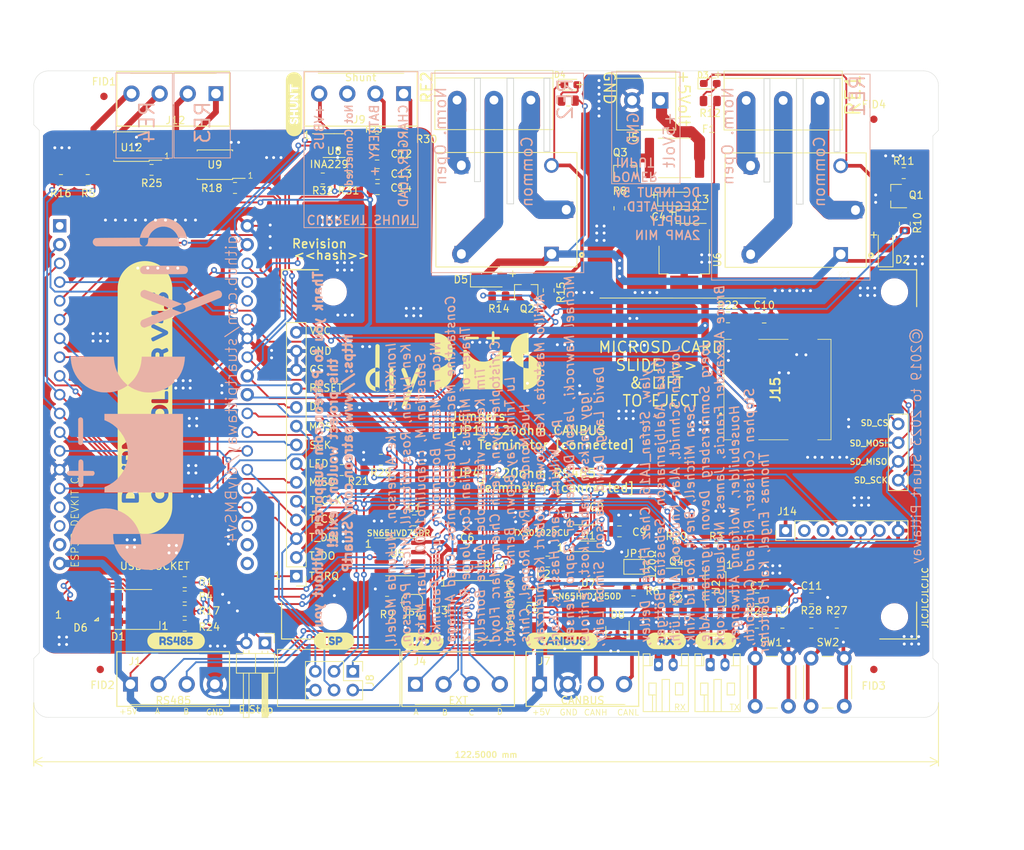
<source format=kicad_pcb>
(kicad_pcb (version 20221018) (generator pcbnew)
  (title_block (title "DIYBMS ESP32 Controller") (date "2021-02-21") (company "Stuart Pittaway"))
  (layers (0 "F.Cu" signal) (31 "B.Cu" signal) (34 "B.Paste" user) (35 "F.Paste" user) (36 "B.SilkS" user "B.Silkscreen") (37 "F.SilkS" user "F.Silkscreen") (38 "B.Mask" user) (39 "F.Mask" user) (44 "Edge.Cuts" user))
  (net 0 "")
  (net 1 "GND")
  (net 2 "+5V")
  (net 3 "+3V3")
  (net 4 "Net-(D1-Pad2)")
  (net 5 "Net-(R3-Pad1)")
  (net 6 "Net-(TX1-Pad1)")
  (net 7 "Net-(TX1-Pad2)")
  (net 8 "/IO33")
  (net 9 "/IO32")
  (net 10 "/IO4")
  (net 11 "Net-(JP1-Pad2)")
  (net 12 "/IO35_INPUT")
  (net 13 "/IO34_INPUT")
  (net 14 "/IO39_INPUT")
  (net 15 "Net-(J1-Pad3)")
  (net 16 "Net-(J1-Pad2)")
  (net 17 "/VSPI_CLK")
  (net 18 "/VSPI_MOSI")
  (net 19 "/VSPI_MISO")
  (net 20 "/RESET")
  (net 21 "Net-(J2-Pad3)")
  (net 22 "Net-(J2-Pad2)")
  (net 23 "Net-(J2-Pad1)")
  (net 24 "Net-(D2-Pad2)")
  (net 25 "FUSED5V")
  (net 26 "Net-(D3-Pad2)")
  (net 27 "Net-(Q1-Pad1)")
  (net 28 "Net-(D4-Pad2)")
  (net 29 "Net-(D4-Pad1)")
  (net 30 "Net-(J3-Pad3)")
  (net 31 "Net-(J3-Pad2)")
  (net 32 "Net-(J3-Pad1)")
  (net 33 "Net-(Q2-Pad1)")
  (net 34 "/DISPLAY_DC")
  (net 35 "/CANBUS_TX")
  (net 36 "/AVRISP_RESET")
  (net 37 "/CANBUS_RX")
  (net 38 "/GREEN_LED")
  (net 39 "/RELAY1")
  (net 40 "/RELAY2")
  (net 41 "/DISPLAY_LED")
  (net 42 "/EXT_IO_C")
  (net 43 "/EXT_IO_B")
  (net 44 "/EXT_IO_A")
  (net 45 "/EXT_IO_D")
  (net 46 "/IO22")
  (net 47 "/IO21")
  (net 48 "/RED_LED")
  (net 49 "/HSPI_CLK")
  (net 50 "/IO36_INPUT")
  (net 51 "/HSPI_MISO")
  (net 52 "/HSPI_MOSI")
  (net 53 "/IO5")
  (net 54 "/IO25")
  (net 55 "/IO27")
  (net 56 "/IO26")
  (net 57 "/IO2")
  (net 58 "Net-(J10-Pad1)")
  (net 59 "Net-(D1-Pad1)")
  (net 60 "Net-(D1-Pad3)")
  (net 61 "/BLUE_LED")
  (net 62 "Net-(J12-Pad3)")
  (net 63 "Net-(J12-Pad1)")
  (net 64 "Net-(R18-Pad1)")
  (net 65 "/RELAY3_SSR")
  (net 66 "Net-(LCD1-Pad7)")
  (net 67 "Net-(J12-Pad2)")
  (net 68 "/RELAY4_SSR")
  (net 69 "Net-(R25-Pad1)")
  (net 70 "Net-(J12-Pad4)")
  (net 71 "Net-(JP4-Pad2)")
  (net 72 "Net-(D8-Pad2)")
  (net 73 "Net-(D8-Pad1)")
  (net 74 "Net-(F1-Pad1)")
  (net 75 "/SW2OUTPUT")
  (net 76 "/SW1OUTPUT")
  (net 77 "Net-(Q4-Pad1)")
  (net 78 "/SW2EXT")
  (net 79 "/SW1EXT")
  (net 80 "Net-(U1-Pad8)")
  (net 81 "Net-(U1-Pad1)")
  (net 82 "Net-(Q3-Pad1)")
  (net 83 "Net-(C12-Pad2)")
  (net 84 "Net-(C12-Pad1)")
  (net 85 "Net-(J9-Pad4)")
  (net 86 "Net-(J9-Pad2)")
  (net 87 "Net-(J9-Pad1)")
  (footprint "Mounting_Holes:MountingHole_4mm" (layer "F.Cu") (at 207.4 54.2 90)
    (fp_text reference "REF**" hide)
    (fp_text value "MountingHole_4mm" hide)
  )
  (footprint "Mounting_Holes:MountingHole_4mm" (layer "F.Cu") (at 207.4 134.15 90)
    (fp_text reference "REF**" hide)
    (fp_text value "MountingHole_4mm" hide)
  )
  (footprint "Resistor_SMD:R_0805_2012Metric" (layer "F.Cu") (at 109.18724 121.625)
    (fp_text reference "R4")
    (fp_text value "560R")
  )
  (footprint "Capacitor_SMD:C_0805_2012Metric" (layer "F.Cu") (at 147.44248 115.34)
    (fp_text reference "C6")
    (fp_text value "100nF")
  )
  (footprint "Capacitor_SMD:C_0805_2012Metric" (layer "F.Cu") (at 140.26898 111.3108)
    (fp_text reference "C1")
    (fp_text value "100nF")
  )
  (footprint "Resistor_SMD:R_0805_2012Metric" (layer "F.Cu") (at 136.59 122.33)
    (fp_text reference "R9")
    (fp_text value "120R")
  )
  (footprint "Package_SO:SOIC-8_3.9x4.9mm_P1.27mm" (layer "F.Cu") (at 138.33498 116.2508)
    (fp_text reference "U5")
    (fp_text value "SN65HVD75DR")
  )
  (footprint "ControllerCircuit:Terminal-Block_3.81_4P_LCSC_C395880" (layer "F.Cu") (at 161.05902 133.48866)
    (fp_text reference "J7")
    (fp_text value "ScrewTerminal")
  )
  (footprint "ControllerCircuit:MODULE_ESP32-DEVKITC-32D" (layer "F.Cu") (at 104.956394 91.19)
    (fp_text reference "U4" hide)
    (fp_text value "ESP32-DEVKITC-32D")
  )
  (footprint "ControllerCircuit:Terminal-Block_3.81_4P_LCSC_C395880" (layer "F.Cu") (at 105.65 133.5)
    (fp_text reference "J1")
    (fp_text value "ScrewTerminal")
  )
  (footprint "ControllerCircuit:Terminal-Block_3.81_4P_LCSC_C395880" (layer "F.Cu") (at 144.235686 133.50366)
    (fp_text reference "J4")
    (fp_text value "ScrewTerminal")
  )
  (footprint "Connector_PinHeader_2.54mm:PinHeader_2x03_P2.54mm_Vertical" (layer "F.Cu") (at 131.95 131.75 -90)
    (fp_text reference "J8")
    (fp_text value "2x3 2.54mm IDC Connectors")
  )
  (footprint "Connector_JST:JST_PH_S2B-PH-K_1x02_P2.00mm_Horizontal" (layer "F.Cu") (at 180.341 130.8496)
    (fp_text reference "TX1" hide)
    (fp_text value "Transmit")
  )
  (footprint "Connector_JST:JST_PH_S2B-PH-K_1x02_P2.00mm_Horizontal" (layer "F.Cu") (at 173.33072 130.8496)
    (fp_text reference "RX1" hide)
    (fp_text value "Receive")
  )
  (footprint "ControllerCircuit:RELAY_SRD-05VDC-SL-C" (layer "F.Cu") (at 191.915 69.3 180)
    (fp_text reference "K1")
    (fp_text value "SRD-05VDC-SL-C")
  )
  (footprint "Resistor_SMD:R_0805_2012Metric" (layer "F.Cu") (at 180.35 54.525)
    (fp_text reference "R12")
    (fp_text value "560R")
  )
  (footprint "LED_SMD:LED_0603_1608Metric_Pad1.05x0.95mm_HandSolder" (layer "F.Cu") (at 180.35 52.15)
    (fp_text reference "D3")
    (fp_text value "YELLOW LED")
  )
  (footprint "Connector_PinHeader_2.54mm:PinHeader_1x02_P2.54mm_Horizontal" (layer "F.Cu") (at 120.05 127.9 -90)
    (fp_text reference "J10" hide)
    (fp_text value "Conn_01x02_Female")
  )
  (footprint "Resistor_SMD:R_0805_2012Metric" (layer "F.Cu") (at 109.18724 119.675)
    (fp_text reference "R1")
    (fp_text value "220R")
  )
  (footprint "Resistor_SMD:R_0805_2012Metric" (layer "F.Cu") (at 109.18724 123.575)
    (fp_text reference "R17")
    (fp_text value "220R")
  )
  (footprint "Mounting_Holes:MountingHole_4mm" (layer "F.Cu") (at 92.45 54.2 90)
    (fp_text reference "REF**" hide)
    (fp_text value "MountingHole_4mm" hide)
  )
  (footprint "Mounting_Holes:MountingHole_4mm" (layer "F.Cu") (at 92.45 134.2 90)
    (fp_text reference "REF**" hide)
    (fp_text value "MountingHole_4mm" hide)
  )
  (footprint "Diode_SMD:D_MiniMELF" (layer "F.Cu") (at 204.1 74.43 90)
    (fp_text reference "D2")
    (fp_text value "LL4148")
  )
  (footprint "Package_TO_SOT_SMD:SOT-23" (layer "F.Cu") (at 205.55 67.4 180)
    (fp_text reference "Q1")
    (fp_text value "AO3400A")
  )
  (footprint "Resistor_SMD:R_0805_2012Metric" (layer "F.Cu") (at 206.7 71.15 -90)
    (fp_text reference "R10")
    (fp_text value "560R")
  )
  (footprint "Resistor_SMD:R_0805_2012Metric" (layer "F.Cu") (at 206.55 64.3)
    (fp_text reference "R11")
    (fp_text value "51K")
  )
  (footprint "Resistor_SMD:R_0805_2012Metric" (layer "F.Cu") (at 181.13 115.12 180)
    (fp_text reference "R3")
    (fp_text value "180R")
  )
  (footprint "Resistor_SMD:R_0805_2012Metric" (layer "F.Cu") (at 175.75 123.5)
    (fp_text reference "R2")
    (fp_text value "2K2")
  )
  (footprint "Resistor_SMD:R_0805_2012Metric" (layer "F.Cu") (at 168.05 69.05 -90)
    (fp_text reference "R8")
    (fp_text value "120R")
  )
  (footprint "Package_TO_SOT_SMD:SOT-23" (layer "F.Cu") (at 168.85 64 90)
    (fp_text reference "Q3")
    (fp_text value "AO3401A")
  )
  (footprint "Fuse:Fuse_2920_7451Metric" (layer "F.Cu") (at 175.5 62.24)
    (fp_text reference "F1")
    (fp_text value "Fuse, 1.85A")
  )
  (footprint "Capacitor_Tantalum_SMD:CP_EIA-3216-18_Kemet-A_Pad1.58x1.35mm_HandSolder" (layer "F.Cu") (at 178.2042 70.164)
    (fp_text reference "C4")
    (fp_text value "22uF 6.3V")
  )
  (footprint "Capacitor_Tantalum_SMD:CP_EIA-3216-18_Kemet-A_Pad1.58x1.35mm_HandSolder" (layer "F.Cu") (at 175.7192 67.814)
    (fp_text reference "C3")
    (fp_text value "22uF 6.3V")
  )
  (footprint "Package_TO_SOT_SMD:SOT-223-3_TabPin2" (layer "F.Cu") (at 176.8242 76.029 -90)
    (fp_text reference "U6")
    (fp_text value "AMS1117-3.3")
  )
  (footprint "Package_SO:SO-4_4.4x3.6mm_P2.54mm" (layer "F.Cu") (at 113.275 63.15 180)
    (fp_text reference "U9")
    (fp_text value "AQY282SX")
  )
  (footprint "Resistor_SMD:R_0805_2012Metric" (layer "F.Cu") (at 115.995 66.3)
    (fp_text reference "R18")
    (fp_text value "220R")
  )
  (footprint "ControllerCircuit:Terminal-Block_5.0mm_3P-LCSC_C395850" (layer "F.Cu") (at 190.225 54.45 180)
    (fp_text reference "J2" hide)
    (fp_text value "ScrewTerminal3Pin")
  )
  (footprint "Resistor_SMD:R_0805_2012Metric" (layer "F.Cu") (at 147.42248 117.5 180)
    (fp_text reference "R19")
    (fp_text value "10K")
  )
  (footprint "Resistor_SMD:R_0805_2012Metric" (layer "F.Cu") (at 130.45 104.5)
    (fp_text reference "R21")
    (fp_text value "220R")
  )
  (footprint "Capacitor_SMD:C_0805_2012Metric" (layer "F.Cu") (at 158.35 116.9)
    (fp_text reference "C2")
    (fp_text value "100nF")
  )
  (footprint "Jumper:SolderJumper-2_P1.3mm_Bridged_Pad1.0x1.5mm" (layer "F.Cu") (at 170.05 117.6)
    (fp_text reference "JP1")
    (fp_text value "OptTermination")
  )
  (footprint "Resistor_SMD:R_0805_2012Metric" (layer "F.Cu") (at 109.18724 125.575 180)
    (fp_text reference "R24")
    (fp_text value "22K")
  )
  (footprint "Package_SO:SO-4_4.4x3.6mm_P2.54mm" (layer "F.Cu") (at 101.975 60.7 180)
    (fp_text reference "U12")
    (fp_text value "AQY282SX")
  )
  (footprint "ControllerCircuit:Terminal-Block_3.81_4P_LCSC_C395880" (layer "F.Cu") (at 109.6 53.53 180)
    (fp_text reference "J12")
    (fp_text value "ScrewTerminal")
  )
  (footprint "Jumper:SolderJumper-2_P1.3mm_Bridged_RoundedPad1.0x1.5mm" (layer "F.Cu") (at 139.99 122.34 180)
    (fp_text reference "JP4")
    (fp_text value "OptTermination")
  )
  (footprint "Package_TO_SOT_SMD:SOT-23" (layer "F.Cu") (at 167.79 126.36 -90)
    (fp_text reference "D8")
    (fp_text value "NUP2105LT1G")
  )
  (footprint "ControllerCircuit:Terminal-Block_3.81_2P-LCSC_C395878" (layer "F.Cu") (at 171.675 54.45 180)
    (fp_text reference "J5")
    (fp_text value "ScrewTerminal")
  )
  (footprint "Package_SO:SOP-4_4.4x2.6mm_P1.27mm" (layer "F.Cu") (at 181.05832 120.5805 -90)
    (fp_text reference "U2")
    (fp_text value "EL3H7(B)(TA)-G")
  )
  (footprint "Connector_PinHeader_2.54mm:PinHeader_1x07_P2.54mm_Vertical" (layer "F.Cu") (at 190.55 112.7 90)
    (fp_text reference "J14")
    (fp_text value "Unused header")
  )
  (footprint "Capacitor_SMD:C_0805_2012Metric" (layer "F.Cu") (at 187.65 83.85)
    (fp_text reference "C10")
    (fp_text value "1uF")
  )
  (footprint "Capacitor_SMD:C_0805_2012Metric" (layer "F.Cu") (at 186.691 121.871)
    (fp_text reference "C7")
    (fp_text value "1uF")
  )
  (footprint "Resistor_SMD:R_0805_2012Metric" (layer "F.Cu") (at 190.12 125.173)
    (fp_text reference "R7")
    (fp_text value "51K")
  )
  (footprint "Resistor_SMD:R_0805_2012Metric" (layer "F.Cu") (at 186.671 125.173)
    (fp_text reference "R26")
    (fp_text value "22K")
  )
  (footprint "Button_Switch_THT:SW_PUSH_6mm_H5mm" (layer "F.Cu") (at 186.437 136.476 90)
    (fp_text reference "SW1")
    (fp_text value "SW_Push")
  )
  (footprint "Button_Switch_THT:SW_PUSH_6mm_H5mm" (layer "F.Cu") (at 194 136.476 90)
    (fp_text reference "SW2")
    (fp_text value "SW_Push")
  )
  (footprint "Resistor_SMD:R_0805_2012Metric" (layer "F.Cu") (at 197.486 125.173)
    (fp_text reference "R27")
    (fp_text value "51K")
  )
  (footprint "Capacitor_SMD:C_0805_2012Metric" (layer "F.Cu") (at 194.057 121.871)
    (fp_text reference "C11")
    (fp_text value "1uF")
  )
  (footprint "Resistor_SMD:R_0805_2012Metric" (layer "F.Cu") (at 194.037 125.173)
    (fp_text reference "R28")
    (fp_text value "22K")
  )
  (footprint "Package_SO:TSSOP-24_4.4x7.8mm_P0.65mm" (layer "F.Cu") (at 148.75 123.5)
    (fp_text reference "U3")
    (fp_text value "TCA6416APWR")
  )
  (footprint "Package_TO_SOT_SMD:SOT-23" (layer "F.Cu") (at 175.77 119.375)
    (fp_text reference "Q4")
    (fp_text value "AO3400A")
  )
  (footprint "Resistor_SMD:R_0805_2012Metric" (layer "F.Cu") (at 175.75 115.12)
    (fp_text reference "R20")
    (fp_text value "1M")
  )
  (footprint "Capacitor_SMD:C_1206_3216Metric" (layer "F.Cu") (at 156.25 121.5 180)
    (fp_text reference "C5")
    (fp_text value "22uF")
  )
  (footprint "Resistor_SMD:R_0805_2012Metric" (layer "F.Cu") (at 135.75 103.1)
    (fp_text reference "R29")
    (fp_text value "10K")
  )
  (footprint "ControllerCircuit:0472192001" (layer "F.Cu") (at 189.45 93.6 -90)
    (fp_text reference "J15")
    (fp_text value "Molex 0472192001" hide)
  )
  (footprint "Fiducial:Fiducial_1mm_Mask2mm" (layer "F.Cu") (at 98.25 53.9)
    (fp_text reference "FID1")
    (fp_text value "Fiducial_1mm_Mask2mm")
  )
  (footprint "Fiducial:Fiducial_1mm_Mask2mm" (layer "F.Cu") (at 97.75 131.5)
    (fp_text reference "FID2")
    (fp_text value "Fiducial_1mm_Mask2mm")
  )
  (footprint "Fiducial:Fiducial_1mm_Mask2mm" (layer "F.Cu") (at 202.5 131.5)
    (fp_text reference "FID3")
    (fp_text value "Fiducial_1mm_Mask2mm")
  )
  (footprint "Fiducial:Fiducial_1mm_Mask2mm" (layer "F.Cu") (at 202.5 57)
    (fp_text reference "FID4")
    (fp_text value "Fiducial_1mm_Mask2mm")
  )
  (footprint "ControllerCircuit:diybms_logo_24x10mm" (layer "F.Cu") (at 145.575 90.95)
    (fp_text reference "G***" hide)
    (fp_text value "LOGO" hide)
  )
  (footprint "Capacitor_SMD:C_0805_2012Metric" (layer "F.Cu") (at 168.05 112.8)
    (fp_text reference "C9")
    (fp_text value "100nF")
  )
  (footprint "Package_SO:VSSOP-8_2.3x2mm_P0.5mm" (layer "F.Cu") (at 163.85 113.02)
    (fp_text reference "U1")
    (fp_text value "TXS0102DCU")
  )
  (footprint "Package_SO:SOIC-8_3.9x4.9mm_P1.27mm" (layer "F.Cu") (at 163.95 118.1)
    (fp_text reference "U7")
    (fp_text value "SN65HVD1050D")
  )
  (footprint "Resistor_SMD:R_0805_2012Metric" (layer "F.Cu") (at 169.95 120.8 180)
    (fp_text reference "R6")
    (fp_text value "120R")
  )
  (footprint "ControllerCircuit:TFTSPI_2_8_240x320_TOUCH" (layer "F.Cu") (at 165.3 102.375 180)
    (fp_text reference "LCD1" hide)
    (fp_text value "LCD" hide)
  )
  (footprint "Capacitor_SMD:C_0805_2012Metric" (layer "F.Cu") (at 162.15 109.7)
    (fp_text reference "C8")
    (fp_text value "100nF")
  )
  (footprint "ControllerCircuit:LED_MHPC3528CRGBCT" (layer "F.Cu") (at 95 123.3)
    (fp_text reference "D6")
    (fp_text value "MHPC3528CRGBCT")
  )
  (footprint "LED_SMD:LED_RGB_5050-6" (layer "F.Cu") (at 102.225 123.375 180)
    (fp_text reference "D1")
    (fp_text value "RGB")
  )
  (footprint "Resistor_SMD:R_0805_2012Metric" (layer "F.Cu") (at 182.75 83.82)
    (fp_text reference "R22")
    (fp_text value "10K")
  )
  (footprint "Resistor_SMD:R_0805_2012Metric" (layer "F.Cu") (at 92.425 65.225)
    (fp_text reference "R16")
    (fp_text value "2K2")
  )
  (footprint "Resistor_SMD:R_0805_2012Metric" (layer "F.Cu") (at 96.0537 65.225 180)
    (fp_text reference "R5")
    (fp_text value "2K2")
  )
  (footprint "Resistor_SMD:R_0805_2012Metric" (layer "F.Cu") (at 104.695 63.85)
    (fp_text reference "R25")
    (fp_text value "220R")
  )
  (footprint "Capacitor_SMD:C_0805_2012Metric" (layer "F.Cu") (at 135.29 66.465 180)
    (fp_text reference "C14")
    (fp_text value "100nF")
  )
  (footprint "ControllerCircuit:Terminal-Block_3.81_4P_LCSC_C395880" (layer "F.Cu") (at 135.015 53.53 180)
    (fp_text reference "J9")
    (fp_text value "Shunt")
  )
  (footprint "Capacitor_SMD:C_0805_2012Metric" (layer "F.Cu") (at 135.29 64.415 180)
    (fp_text reference "C13")
    (fp_text value "1uF")
  )
  (footprint "Capacitor_SMD:C_0805_2012Metric" (layer "F.Cu") (at 135.24 61.79)
    (fp_text reference "C12")
    (fp_text value "0.1uF-100V")
  )
  (footprint "Resistor_SMD:R_0805_2012Metric" (layer "F.Cu") (at 138.84 59.64)
    (fp_text reference "R30")
    (fp_text value "10R")
  )
  (footprint "Resistor_SMD:R_0805_2012Metric" (layer "F.Cu") (at 135.24 59.74)
    (fp_text reference "R23")
    (fp_text value "10R")
  )
  (footprint "Package_SO:VSSOP-10_3x3mm_P0.5mm" (layer "F.Cu") (at 129.415 60.565)
    (fp_text reference "U8")
    (fp_text value "INA229")
  )
  (footprint "ControllerCircuit:RELAY_SRD-05VDC-SL-C" (layer "F.Cu") (at 152.75 69.25 180)
    (fp_text reference "K2" hide)
    (fp_text value "SRD-05VDC-SL-C")
  )
  (footprint "Package_TO_SOT_SMD:SOT-23" (layer "F.Cu") (at 155.425 80.15 90)
    (fp_text reference "Q2")
    (fp_text value "AO3400A")
  )
  (footprint "Resistor_SMD:R_0805_2012Metric" (layer "F.Cu") (at 151.725 81 180)
    (fp_text reference "R14")
    (fp_text value "560R")
  )
  (footprint "Resistor_SMD:R_0805_2012Metric" (layer "F.Cu") (at 158.475 80.17 -90)
    (fp_text reference "R15")
    (fp_text value "51K")
  )
  (footprint "LED_SMD:LED_0603_1608Metric_Pad1.05x0.95mm_HandSolder" (layer "F.Cu") (at 161.475 52.325)
    (fp_text reference "D4")
    (fp_text value "YELLOW LED")
  )
  (footprint "Diode_SMD:D_MiniMELF" (layer "F.Cu") (at 150.425 78.7)
    (fp_text reference "D5")
    (fp_text value "LL4148")
  )
  (footprint "ControllerCircuit:Terminal-Block_5.0mm_3P-LCSC_C395850" (layer "F.Cu") (at 151.06 54.4 180)
    (fp_text reference "J3" hide)
    (fp_text value "ScrewTerminal3Pin")
  )
  (footprint "Resistor_SMD:R_0805_2012Metric" (layer "F.Cu") (at 161.125 54.475)
    (fp_text reference "R13" hide)
    (fp_text value "560R")
  )
  (footprint "Resistor_SMD:R_0805_2012Metric" (layer "F.Cu") (at 131.385 65.01 180)
    (fp_text reference "R31")
    (fp_text value "10K")
  )
  (footprint "Resistor_SMD:R_0805_2012Metric" (layer "F.Cu") (at 127.88 65.02 180)
    (fp_text reference "R32")
    (fp_text value "10K")
  )
  (footprint "label" (layer "F.Cu") (at 103.81 94.69 90)
    (fp_text reference "svg2mod" hide)
    (fp_text value "G***" hide)
  )
  (footprint "label" (layer "F.Cu") (at 160.26 127.626031)
    (fp_text reference "svg2mod" hide)
    (fp_text value "G***" hide)
  )
  (footprint "label" (layer "F.Cu") (at 108.02 127.63)
    (fp_text reference "svg2mod" hide)
    (fp_text value "G***" hide)
  )
  (footprint "label" (layer "F.Cu") (at 129.42 127.624443)
    (fp_text reference "svg2mod" hide)
    (fp_text value "G***" hide)
  )
  (footprint "label" (layer "F.Cu") (at 141.37 127.690325)
    (fp_text reference "svg2mod" hide)
    (fp_text value "G***" hide)
  )
  (footprint "label" (layer "F.Cu") (at 174.4 127.63)
    (fp_text reference "svg2mod" hide)
    (fp_text value "G***" hide)
  )
  (footprint "label" (layer "F.Cu") (at 181.1 127.63)
    (fp_text reference "svg2mod" hide)
    (fp_text value "G***" hide)
  )
  (footprint "label" (layer "F.Cu") (at 124 54.96 90)
    (fp_text reference "svg2mod" hide)
    (fp_text value "G***" hide)
  )
  (footprint "ControllerCircuit:logo" (layer "B.Cu") (at 103.75 94.2 -90)
    (fp_text reference "e" hide)
    (fp_text value "LOGO" hide)
  )
  (gr_line (start 107.52 50.74) (end 107.52 62.26) (stroke (width 0.12)) (layer "B.SilkS"))
  (gr_line (start 99.89 50.74) (end 107.52 50.74) (stroke (width 0.12)) (layer "B.SilkS"))
  (gr_line (start 99.89 62.26) (end 99.89 50.74) (stroke (width 0.12)) (layer "B.SilkS"))
  (gr_line (start 107.52 62.26) (end 99.89 62.26) (stroke (width 0.12)) (layer "B.SilkS"))
  (gr_line (start 201.99 50.9) (end 180.53 50.8) (stroke (width 0.12)) (layer "B.SilkS"))
  (gr_line (start 163.19 50.765) (end 142.565 50.755) (stroke (width 0.12)) (layer "B.SilkS"))
  (gr_line (start 125.34 50.565) (end 140.765 50.56) (stroke (width 0.12)) (layer "B.SilkS"))
  (gr_line (start 125.34 71.67) (end 125.34 50.545) (stroke (width 0.12)) (layer "B.SilkS"))
  (gr_line (start 140.765 71.67) (end 125.34 71.67) (stroke (width 0.12)) (layer "B.SilkS"))
  (gr_line (start 140.765 50.56) (end 140.765 71.67) (stroke (width 0.12)) (layer "B.SilkS"))
  (gr_line (start 142.565 77.765) (end 163.215 77.765) (stroke (width 0.12)) (layer "B.SilkS"))
  (gr_line (start 176.26 50.62) (end 176.26 65.73) (stroke (width 0.12)) (layer "B.SilkS"))
  (gr_line (start 115.36 62.23) (end 107.73 62.23) (stroke (width 0.12)) (layer "B.SilkS"))
  (gr_line (start 107.73 50.71) (end 115.36 50.71) (stroke (width 0.12)) (layer "B.SilkS"))
  (gr_line (start 180.53 50.8) (end 180.53 78.78) (stroke (width 0.12)) (layer "B.SilkS"))
  (gr_line (start 163.215 77.765) (end 163.19 50.765) (stroke (width 0.12)) (layer "B.SilkS"))
  (gr_line (start 167 50.6) (end 176.26 50.62) (stroke (width 0.12)) (layer "B.SilkS"))
  (gr_line (start 180.53 78.78) (end 201.99 78.78) (stroke (width 0.12)) (layer "B.SilkS"))
  (gr_line (start 107.73 62.23) (end 107.73 50.71) (stroke (width 0.12)) (layer "B.SilkS"))
  (gr_line (start 142.565 50.755) (end 142.565 77.765) (stroke (width 0.12)) (layer "B.SilkS"))
  (gr_line (start 115.36 50.71) (end 115.36 62.23) (stroke (width 0.12)) (layer "B.SilkS"))
  (gr_line (start 201.99 78.78) (end 201.99 50.9) (stroke (width 0.12)) (layer "B.SilkS"))
  (gr_line (start 167 65.725) (end 167 50.6) (stroke (width 0.12)) (layer "B.SilkS"))
  (gr_line (start 176.26 65.73) (end 167 65.725) (stroke (width 0.12)) (layer "B.SilkS"))
  (gr_line (start 121.75 128.78) (end 138.33 128.78) (stroke (width 0.12)) (layer "F.SilkS"))
  (gr_line (start 121.75 136.5) (end 121.75 128.78) (stroke (width 0.12)) (layer "F.SilkS"))
  (gr_line (start 165.41 81.21) (end 187.86 81.22) (stroke (width 0.12)) (layer "F.SilkS"))
  (gr_line (start 138.33 128.78) (end 138.33 136.5) (stroke (width 0.12)) (layer "F.SilkS"))
  (gr_line (start 138.33 136.5) (end 121.75 136.5) (stroke (width 0.12)) (layer "F.SilkS"))
  (gr_line (start 209.25 50.45) (end 90.75 50.45) (stroke (width 0.05)) (layer "Edge.Cuts"))
  (gr_arc (start 88.75 52.45) (mid 89.335786 51.035786) (end 90.75 50.45) (stroke (width 0.05)) (layer "Edge.Cuts"))
  (gr_arc (start 211.25 136) (mid 210.664214 137.414214) (end 209.25 138) (stroke (width 0.05)) (layer "Edge.Cuts"))
  (gr_line (start 209.25 138) (end 90.75 138) (stroke (width 0.05)) (layer "Edge.Cuts"))
  (gr_arc (start 90.75 138) (mid 89.335786 137.414214) (end 88.75 136) (stroke (width 0.05)) (layer "Edge.Cuts"))
  (gr_line (start 88.75 57.75) (end 89.5 58.5) (stroke (width 0.05)) (layer "Edge.Cuts"))
  (gr_line (start 88.75 136) (end 88.75 130) (stroke (width 0.05)) (layer "Edge.Cuts"))
  (gr_line (start 211.25 136) (end 211.25 130.75) (stroke (width 0.05)) (layer "Edge.Cuts"))
  (gr_line (start 211.25 130.75) (end 210.5 130) (stroke (width 0.05)) (layer "Edge.Cuts"))
  (gr_line (start 211.25 58.5) (end 210.5 59.25) (stroke (width 0.05)) (layer "Edge.Cuts"))
  (gr_line (start 211.25 52.45) (end 211.25 58.5) (stroke (width 0.05)) (layer "Edge.Cuts"))
  (gr_line (start 188.425 65.5) (end 187.625 65.5) (stroke (width 0.1)) (layer "Edge.Cuts"))
  (gr_line (start 187.625 51.5) (end 188.425 51.5) (stroke (width 0.1)) (layer "Edge.Cuts"))
  (gr_line (start 187.625 65.5) (end 187.625 51.5) (stroke (width 0.1)) (layer "Edge.Cuts"))
  (gr_line (start 188.425 51.5) (end 188.425 65.5) (stroke (width 0.1)) (layer "Edge.Cuts"))
  (gr_line (start 197.925 61.4) (end 197.125 61.4) (stroke (width 0.1)) (layer "Edge.Cuts"))
  (gr_line (start 197.125 61.4) (end 197.125 51.5) (stroke (width 0.1)) (layer "Edge.Cuts"))
  (gr_line (start 197.925 51.5) (end 197.925 61.4) (stroke (width 0.1)) (layer "Edge.Cuts"))
  (gr_line (start 197.125 51.5) (end 197.925 51.5) (stroke (width 0.1)) (layer "Edge.Cuts"))
  (gr_line (start 210.5 130) (end 210.5 59.25) (stroke (width 0.05)) (layer "Edge.Cuts"))
  (gr_line (start 148.425 65.45) (end 148.425 51.45) (stroke (width 0.1)) (layer "Edge.Cuts"))
  (gr_line (start 157.825 61.35) (end 157.825 51.45) (stroke (width 0.1)) (layer "Edge.Cuts"))
  (gr_line (start 157.825 51.45) (end 158.625 51.45) (stroke (width 0.1)) (layer "Edge.Cuts"))
  (gr_line (start 149.225 65.45) (end 148.425 65.45) (stroke (width 0.1)) (layer "Edge.Cuts"))
  (gr_line (start 158.625 61.35) (end 157.825 61.35) (stroke (width 0.1)) (layer "Edge.Cuts"))
  (gr_line (start 158.625 51.45) (end 158.625 61.35) (stroke (width 0.1)) (layer "Edge.Cuts"))
  (gr_line (start 149.225 51.45) (end 149.225 65.45) (stroke (width 0.1)) (layer "Edge.Cuts"))
  (gr_line (start 153.725 68.45) (end 152.825 68.45) (stroke (width 0.1)) (layer "Edge.Cuts"))
  (gr_line (start 148.425 51.45) (end 149.225 51.45) (stroke (width 0.1)) (layer "Edge.Cuts"))
  (gr_line (start 152.825 51.45) (end 153.725 51.45) (stroke (width 0.1)) (layer "Edge.Cuts"))
  (gr_line (start 153.725 51.45) (end 153.725 68.45) (stroke (width 0.1)) (layer "Edge.Cuts"))
  (gr_line (start 152.825 68.45) (end 152.825 51.45) (stroke (width 0.1)) (layer "Edge.Cuts"))
  (gr_line (start 192.925 68.5) (end 192.025 68.5) (stroke (width 0.1)) (layer "Edge.Cuts"))
  (gr_line (start 88.75 130) (end 89.5 129.25) (stroke (width 0.05)) (layer "Edge.Cuts"))
  (gr_line (start 192.025 51.5) (end 192.925 51.5) (stroke (width 0.1)) (layer "Edge.Cuts"))
  (gr_line (start 89.5 58.5) (end 89.5 129.25) (stroke (width 0.05)) (layer "Edge.Cuts"))
  (gr_arc (start 209.25 50.45) (mid 210.664214 51.035786) (end 211.25 52.45) (stroke (width 0.05)) (layer "Edge.Cuts"))
  (gr_line (start 192.025 68.5) (end 192.025 51.5) (stroke (width 0.1)) (layer "Edge.Cuts"))
  (gr_line (start 192.925 51.5) (end 192.925 68.5) (stroke (width 0.1)) (layer "Edge.Cuts"))
  (gr_line (start 88.75 52.45) (end 88.75 57.75) (stroke (width 0.05)) (layer "Edge.Cuts"))
  (gr_text "©2019 to 2023 Stuart Pittaway" (at 208.25 101.25 90) (layer "B.SilkS") (effects (font (size 1.3 1.3)) (justify mirror)))
  (gr_text "Thank you to Patreon.com supporters, without you \nthis project wouldn't exist!\nhttps://www.patreon.com/StuartP" (at 129.25 102.208334 90) (layer "B.SilkS") (effects (font (size 1.25 1.25) (thickness 0.3)) (justify mirror)))
  (gr_text "IronXSide, Luke Anderson, Mukunda Modell, \nKen Lyman, Ross Mitchell, Micah Peterson, \nSebastian M, chapulino1000, Juan Matos, \nNico F, Martin Bogomolni, Julius Pabrinkis, \nConstantine Macris, Alberto Santos, Chad Artiaga, \nThales of Miletus, Julian Cox, Jorge Ramirez, \nTim Kelley, vferrandobe, Andre Borrelly, \nChristopher Ryan, Keith Chiem, Marc Floyd, \nLu Trinh, Jay Brown, Bernd Vollbrecht, \nHue Mondesir, Ryan Roppel, Chris, \nAttilio Mastrota, Ken Downie, Robert Kazmierczak, \np.j. Wilkins, Carel Hassink, Karl, \nMichael Nawrocki, Jason Devine, Per 'Zapro' Jensen, \nIggy Jackson, gabriel.kost, Tentious, \nDavid Lang, David Hanson, Simon Laity, \n" (at 151.2 129.525 90) (layer "B.SilkS") (effects (font (size 1.25 1.25) (thickness 0.2) italic) (justify right mirror)))
  (gr_text "\n\n\n\n\n\n\n\n\n\n\n\n\n\n\n\n\n\n\n\n\n\n" (at 159.54 109.71 90) (layer "B.SilkS") (effects (font (size 2 2) (thickness 0.3)) (justify left mirror)))
  (gr_text "github.com/stuartpittaway/diyBMSv4" (at 115.5 93.5 90) (layer "B.SilkS") (effects (font (size 1.5 1.5)) (justify mirror)))
  (gr_text "GND" (at 169.925 58.325 90) (layer "B.SilkS") (effects (font (size 1.5 1.5) (thickness 0.2)) (justify mirror)))
  (gr_text "+5Volt" (at 174.8 59.8 90) (layer "B.SilkS") (effects (font (size 1.5 1.5) (thickness 0.2)) (justify mirror)))
  (gr_text "Norm. Open" (at 182.725 59.275 90) (layer "B.SilkS") (effects (font (size 1.5 1.5) (thickness 0.2)) (justify mirror)))
  (gr_text "Norm. Open" (at 143.83 59.275 90) (layer "B.SilkS") (effects (font (size 1.5 1.5) (thickness 0.2)) (justify mirror)))
  (gr_text "Common" (at 195.125 64.1 90) (layer "B.SilkS") (effects (font (size 1.5 1.5) (thickness 0.2)) (justify mirror)))
  (gr_text "RE3" (at 111.615 60.465 90) (layer "B.SilkS") (effects (font (size 2 2) (thickness 0.25)) (justify right mirror)))
  (gr_text "RE4" (at 104.075 60.425 90) (layer "B.SilkS") (effects (font (size 2 2) (thickness 0.25)) (justify right mirror)))
  (gr_text "RE1" (at 200.28 56.86 90) (layer "B.SilkS") (effects (font (size 2 2) (thickness 0.25)) (justify right mirror)))
  (gr_text "POWER\nINPUT" (at 170.15 63.775 180) (layer "B.SilkS") (effects (font (size 1.2 1.2) (thickness 0.2)) (justify mirror)))
  (gr_text "DC INPUT 5V \nREGULATED\nSUPPLY \n2AMP MIN" (at 179.125 69.825) (layer "B.SilkS") (effects (font (size 1.2 1.2) (thickness 0.2)) (justify left mirror)))
  (gr_text "ylaw, Stefan_LA16, Chaz Fisher, Detlev, \nÓskar Aðalbjarnarson, Sebastian Böttger, \nJochen Schmidt, Alan Knudson, Andy Lüth, \nSean Mitchell, Brent, Ronald Rink, \nJoerg Sommersberg, Devon Ingraham-Adie, \nBruce Alexander Francis, James, Nikolaus Soukopf, \nHousebuilder, Wolfgang Attwenger, \nStephen Collister, Richard Cutsforth, \nThomas Engel, Karl Böttcher" (at 179.6 129.425 90) (layer "B.SilkS") (effects (font (size 1.25 1.25) (thickness 0.2) italic) (justify right mirror)))
  (gr_text "Common" (at 155.53 64.1 90) (layer "B.SilkS") (effects (font (size 1.5 1.5) (thickness 0.2)) (justify mirror)))
  (gr_text "RE2" (at 160.71 57.29 90) (layer "B.SilkS") (effects (font (size 2 2) (thickness 0.25)) (justify right mirror)))
  (gr_text "+VBUS" (at 127.415 58.072381 90) (layer "B.SilkS") (effects (font (size 1.2 1.2) (thickness 0.2)) (justify mirror)))
  (gr_text "BATTERY +" (at 134.865 59.900953 90) (layer "B.SilkS") (effects (font (size 1.2 1.2) (thickness 0.2)) (justify mirror)))
  (gr_text "CHARGER/LOAD" (at 138.79 61.958095 90) (layer "B.SilkS") (effects (font (size 1.2 1.2) (thickness 0.2)) (justify mirror)))
  (gr_text "Not Connected" (at 131.415 60.539048 90) (layer "B.SilkS") (effects (font (size 1 1) (thickness 0.2)) (justify mirror)))
  (gr_text "CURRENT SHUNT" (at 133.14 70.57 180) (layer "B.SilkS") (effects (font (size 1.2 1.2) (thickness 0.2)) (justify mirror)))
  (gr_text "1" (at 121.75 118.8) (layer "F.SilkS") (effects (font (size 1 1))))
  (gr_text "1" (at 182.96 117.34) (layer "F.SilkS") (effects (font (size 1 1))))
  (gr_text "CANH" (at 164.83902 137.32866) (layer "F.SilkS") (effects (font (size 0.8 0.8) (thickness 0.1))))
  (gr_text "A" (at 105.49192 137.14) (layer "F.SilkS") (effects (font (size 0.8 0.8) (thickness 0.1))))
  (gr_text "+5Volt" (at 176.8 54.15 270) (layer "F.SilkS") (effects (font (size 1.5 1.5) (thickness 0.2))))
  (gr_text "B" (at 109.39192 137.19) (layer "F.SilkS") (effects (font (size 0.8 0.8) (thickness 0.1))))
  (gr_text "1" (at 134.05 114.5) (layer "F.SilkS") (effects (font (size 1 1))))
  (gr_text "1" (at 106.51 125.64) (layer "F.SilkS") (effects (font (size 1 1))))
  (gr_text "GND" (at 166.675 52.725 270) (layer "F.SilkS") (effects (font (size 1.5 1.5) (thickness 0.2))))
  (gr_text "GND" (at 113.29192 137.29) (layer "F.SilkS") (effects (font (size 0.8 0.8) (thickness 0.1))))
  (gr_text "1" (at 144.25 119.75) (layer "F.SilkS") (effects (font (size 1 1))))
  (gr_text "CANL" (at 169.23402 137.32866) (layer "F.SilkS") (effects (font (size 0.8 0.8) (thickness 0.1))))
  (gr_text "GND" (at 161.17402 137.31366) (layer "F.SilkS") (effects (font (size 0.8 0.8) (thickness 0.1))))
  (gr_text "+5V" (at 101.53192 137.18) (layer "F.SilkS") (effects (font (size 0.8 0.8) (thickness 0.1))))
  (gr_text "RE2" (at 141.95 50.37 90) (layer "F.SilkS") (effects (font (size 1.5 1.5) (thickness 0.25)) (justify right)))
  (gr_text "B" (at 144.41402 137.32366) (layer "F.SilkS") (effects (font (size 0.8 0.8) (thickness 0.1))))
  (gr_text "A" (at 140.51402 137.27366) (layer "F.SilkS") (effects (font (size 0.8 0.8) (thickness 0.1))))
  (gr_text "C" (at 148.01402 137.32366) (layer "F.SilkS") (effects (font (size 0.8 0.8) (thickness 0.1))))
  (gr_text "D" (at 151.86402 137.22366) (layer "F.SilkS") (effects (font (size 0.8 0.8) (thickness 0.1))))
  (gr_text "E.Stop" (at 118.84 136.93) (layer "F.SilkS") (effects (font (size 1 1))))
  (gr_text "RE1" (at 199.685 50.70528 90) (layer "F.SilkS") (effects (font (size 2 2) (thickness 0.25)) (justify right)))
  (gr_text "ESP32 DEVKIT C" (at 94.33406 105.3483 90) (layer "F.SilkS") (effects (font (size 1 1) (thickness 0.1)) (justify right)))
  (gr_text "USB SOCKET" (at 109.95 117.5) (layer "F.SilkS") (effects (font (size 1 1)) (justify right)))
  (gr_text "+" (at 202.5 72.59) (layer "F.SilkS") (effects (font (size 1 1))))
  (gr_text "+" (at 181.4 50.9) (layer "F.SilkS") (effects (font (size 1 1))))
  (gr_text "+" (at 172.8 67.25 270) (layer "F.SilkS") (effects (font (size 1 1))))
  (gr_text "+" (at 175.275 69.575 270) (layer "F.SilkS") (effects (font (size 1 1))))
  (gr_text "JLCJLCJLCJLC" (at 209.45 121.8 90) (layer "F.SilkS") (effects (font (size 0.8 0.8))))
  (gr_text "1" (at 106.8 61.975) (layer "F.SilkS") (effects (font (size 0.8 0.8) (thickness 0.1))))
  (gr_text "MICROSD CARD\nSLIDE >> \n& LIFT \nTO EJECT" (at 173.65 91.5) (layer "F.SilkS") (effects (font (size 1.5 1.5) (thickness 0.2))))
  (gr_text "1" (at 118.1 64.625) (layer "F.SilkS") (effects (font (size 0.8 0.8) (thickness 0.1))))
  (gr_text "+5V" (at 157.45 137.28) (layer "F.SilkS") (effects (font (size 0.8 0.8) (thickness 0.1))))
  (gr_text "120Ω" (at 172.475 117.3 90) (layer "F.SilkS") (effects (font (size 1 1))))
  (gr_text "Revision" (at 127.435 73.855) (layer "F.SilkS") (effects (font (size 1.2 1.2) (thickness 0.2))))
  (gr_text "1" (at 161.35 111.7) (layer "F.SilkS") (effects (font (size 1 1))))
  (gr_text "RX" (at 176.23902 136.62866) (layer "F.SilkS") (effects (font (size 0.8 0.8) (thickness 0.1))))
  (gr_text "TX" (at 183.65 136.62866) (layer "F.SilkS") (effects (font (size 0.8 0.8) (thickness 0.1))))
  (gr_text "1" (at 160.05 115) (layer "F.SilkS") (effects (font (size 1 1))))
  (gr_text "1" (at 125.715 59.165) (layer "F.SilkS") (effects (font (size 1 1))))
  (gr_text "INA229" (at 128.74 63.09) (layer "F.SilkS") (effects (font (size 1 1))))
  (gr_text "+" (at 153.6 78 180) (layer "F.SilkS") (effects (font (size 1 1))))
  (gr_text "+" (at 162.675 52.225) (layer "F.SilkS") (effects (font (size 1 1))))
  (gr_text "Jumpers\n[JP1] 120ohm CANBUS\n    Terminator [connected]\n\n[JP4] 120ohm RS485 \n    Terminator [connected]" (at 145.075 102.05) (layer "F.SilkS") (effects (font (size 1.2 1.2) (thickness 0.2)) (justify left)))
  (gr_text "<<hash>>" (at 123.835 75.405) (layer "F.SilkS") (effects (font (size 1.2 1.2) (thickness 0.2)) (justify left)))
  (dimension (type aligned) (layer "F.SilkS") (pts (xy 211.25 136) (xy 88.75 136)) (height -8) (gr_text "122.5000 mm" (at 150 143.05) (layer "F.SilkS") (effects (font (size 0.8 0.8) (thickness 0.15)))) (format (prefix "") (suffix "") (units 2) (units_format 1) (precision 4)) (style (thickness 0.12) (arrow_length 1.27) (text_position_mode 0) (extension_height 0.58642) (extension_offset 0) keep_text_aligned))
  (segment (start 156.375 80.675) (end 157.7925 79.2575) (width 0.5) (layer "F.Cu") (net 1))
  (segment (start 156.375 81.15) (end 156.375 80.675) (width 0.5) (layer "F.Cu") (net 1))
  (segment (start 157.7925 79.2575) (end 158.475 79.2575) (width 0.5) (layer "F.Cu") (net 1))
  (segment (start 144.075 127.075) (end 144.05 127.1) (width 0.25) (layer "F.Cu") (net 1))
  (segment (start 129.99 61.065) (end 131.615 61.065) (width 0.25) (layer "F.Cu") (net 1))
  (segment (start 198.75 130.226) (end 198.75 136.226) (width 0.5) (layer "F.Cu") (net 1))
  (segment (start 113.27 128.7) (end 113.64 128.33) (width 2) (layer "F.Cu") (net 1))
  (segment (start 162.65 111.2) (end 163.05 111.6) (width 0.25) (layer "F.Cu") (net 1))
  (segment (start 179.6042 68.6292) (end 179.6042 72.399) (width 1) (layer "F.Cu") (net 1))
  (segment (start 196.129 121.871) (end 196.25 121.75) (width 0.25) (layer "F.Cu") (net 1))
  (segment (start 190.937 136.476) (end 190.937 127.663) (width 0.5) (layer "F.Cu") (net 1))
  (segment (start 173.33072 130.8496) (end 173.33072 128.01928) (width 1) (layer "F.Cu") (net 1))
  (segment (start 198.375 129.851) (end 198.75 130.226) (width 0.5) (layer "F.Cu") (net 1))
  (segment (start 195.007 121.871) (end 196.129 121.871) (width 0.25) (layer "F.Cu") (net 1))
  (segment (start 163.05 111.6) (end 163.05 112.67) (width 0.25) (layer "F.Cu") (net 1))
  (segment (start 163.05 112.67) (end 162.95 112.77) (width 0.25) (layer "F.Cu") (net 1))
  (segment (start 206.6375 66.3625) (end 206.55 66.45) (width 0.25) (layer "F.Cu") (net 1))
  (segment (start 161.44 117.5) (end 161.475 117.465) (width 0.25) (layer "F.Cu") (net 1))
  (segment (start 178.789 67.814) (end 179.6042 68.6292) (width 1) (layer "F.Cu") (net 1))
  (segment (start 190.937 127.663) (end 190.975 127.625) (width 0.5) (layer "F.Cu") (net 1))
  (segment (start 161.85 111.2) (end 162.65 111.2) (width 0.25) (layer "F.Cu") (net 1))
  (segment (start 159.3 116.9) (end 159.9 117.5) (width 0.25) (layer "F.Cu") (net 1))
  (segment (start 117.656394 71.43) (end 120.6575 71.43) (width 0.25) (layer "F.Cu") (net 1))
  (segment (start 161.2 109.7) (end 161.2 110.55) (width 0.25) (layer "F.Cu") (net 1))
  (segment (start 159.9 117.5) (end 161.44 117.5) (width 0.25) (layer "F.Cu") (net 1))
  (segment (start 120.75 71.5225) (end 120.75 72.875) (width 0.25) (layer "F.Cu") (net 1))
  (segment (start 120.75 72.875) (end 120.75 74.4) (width 0.25) (layer "F.Cu") (net 1))
  (segment (start 173.33072 128.01928) (end 173.35 128) (width 1) (layer "F.Cu") (net 1))
  (segment (start 145.8875 127.075) (end 144.075 127.075) (width 0.25) (layer "F.Cu") (net 1))
  (segment (start 129.925 61) (end 129.99 61.065) (width 0.25) (layer "F.Cu") (net 1))
  (segment (start 198.75 136.226) (end 198.5 136.476) (width 0.5) (layer "F.Cu") (net 1))
  (segment (start 162.95 112.77) (end 162.3 112.77) (width 0.25) (layer "F.Cu") (net 1))
  (segment (start 113.27 133.5) (end 113.27 128.7) (width 2) (layer "F.Cu") (net 1))
  (segment (start 120.75 74.4) (end 120.775 74.425) (width 0.25) (layer "F.Cu") (net 1))
  (segment (start 177.1567 67.814) (end 178.789 67.814) (width 1) (layer "F.Cu") (net 1))
  (segment (start 161.2 110.55) (end 161.85 111.2) (width 0.25) (layer "F.Cu") (net 1))
  (segment (start 120.6575 71.43) (end 120.75 71.5225) (width 0.25) (layer "F.Cu") (net 1))
  (segment (start 198.375 127.8) (end 198.375 129.851) (width 0.5) (layer "F.Cu") (net 1))
  (via (at 172.17084 80.464) (size 0.8) (drill 0.4) (layers "F.Cu" "B.Cu") (net 1))
  (via (at 173.12084 80.464) (size 0.8) (drill 0.4) (layers "F.Cu" "B.Cu") (net 1))
  (via (at 171.17084 80.464) (size 0.8) (drill 0.4) (layers "F.Cu" "B.Cu") (net 1))
  (via (at 170.17 80.464) (size 0.8) (drill 0.4) (layers "F.Cu" "B.Cu") (net 1))
  (via (at 208.125 76.575) (size 0.8) (drill 0.4) (layers "F.Cu" "B.Cu") (net 1))
  (via (at 207.125 76.575) (size 0.8) (drill 0.4) (layers "F.Cu" "B.Cu") (net 1))
  (via (at 207.125 75.575) (size 0.8) (drill 0.4) (layers "F.Cu" "B.Cu") (net 1))
  (via (at 208.125 75.575) (size 0.8) (drill 0.4) (layers "F.Cu" "B.Cu") (net 1))
  (via (at 209.075 76.575) (size 0.8) (drill 0.4) (layers "F.Cu" "B.Cu") (net 1))
  (via (at 209.075 75.575) (size 0.8) (drill 0.4) (layers "F.Cu" "B.Cu") (net 1))
  (via (at 208.56932 127.05376) (size 0.8) (drill 0.4) (layers "F.Cu" "B.Cu") (net 1))
  (via (at 207.61932 127.05376) (size 0.8) (drill 0.4) (layers "F.Cu" "B.Cu") (net 1))
  (via (at 207.61932 128.05376) (size 0.8) (drill 0.4) (layers "F.Cu" "B.Cu") (net 1))
  (via (at 206.61932 128.05376) (size 0.8) (drill 0.4) (layers "F.Cu" "B.Cu") (net 1))
  (via (at 208.56932 128.05376) (size 0.8) (drill 0.4) (layers "F.Cu" "B.Cu") (net 1))
  (via (at 108.06254 115.71342) (size 0.8) (drill 0.4) (layers "F.Cu" "B.Cu") (net 1))
  (via (at 107.06254 115.71342) (size 0.8) (drill 0.4) (layers "F.Cu" "B.Cu") (net 1))
  (via (at 108.06254 114.71342) (size 0.8) (drill 0.4) (layers "F.Cu" "B.Cu") (net 1))
  (via (at 107.06254 114.71342) (size 0.8) (drill 0.4) (layers "F.Cu" "B.Cu") (net 1))
  (via (at 114.2164 94.04716) (size 0.8) (drill 0.4) (layers "F.Cu" "B.Cu") (net 1))
  (via (at 114.2164 93.04716) (size 0.8) (drill 0.4) (layers "F.Cu" "B.Cu") (net 1))
  (via (at 109.80768 97.50994) (size 0.8) (drill 0.4) (layers "F.Cu" "B.Cu") (net 1))
  (via (at 110.80768 97.50994) (size 0.8) (drill 0.4) (layers "F.Cu" "B.Cu") (net 1))
  (via (at 110.80768 98.50994) (size 0.8) (drill 0.4) (layers "F.Cu" "B.Cu") (net 1))
  (via (at 109.80768 98.50994) (size 0.8) (drill 0.4) (layers "F.Cu" "B.Cu") (net 1))
  (via (at 98.72656 87.02256) (size 0.8) (drill 0.4) (layers "F.Cu" "B.Cu") (net 1))
  (via (at 97.77656 87.02256) (size 0.8) (drill 0.4) (layers "F.Cu" "B.Cu") (net 1))
  (via (at 98.72656 86.02256) (size 0.8) (drill 0.4) (layers "F.Cu" "B.Cu") (net 1))
  (via (at 96.77656 87.02256) (size 0.8) (drill 0.4) (layers "F.Cu" "B.Cu") (net 1))
  (via (at 97.77656 86.02256) (size 0.8) (drill 0.4) (layers "F.Cu" "B.Cu") (net 1))
  (via (at 96.77656 86.02256) (size 0.8) (drill 0.4) (layers "F.Cu" "B.Cu") (net 1))
  (via (at 147.67554 101.5953) (size 0.8) (drill 0.4) (layers "F.Cu" "B.Cu") (net 1))
  (via (at 146.67554 101.5953) (size 0.8) (drill 0.4) (layers "F.Cu" "B.Cu") (net 1))
  (via (at 137 96.025) (size 0.8) (drill 0.4) (layers "F.Cu" "B.Cu") (net 1))
  (via (at 138.91412 96.025) (size 0.8) (drill 0.4) (layers "F.Cu" "B.Cu") (net 1))
  (via (at 110.701 104.89296) (size 0.8) (drill 0.4) (layers "F.Cu" "B.Cu") (net 1))
  (via (at 109.701 104.89296) (size 0.8) (drill 0.4) (layers "F.Cu" "B.Cu") (net 1))
  (via (at 110.701 103.89296) (size 0.8) (drill 0.4) (layers "F.Cu" "B.Cu") (net 1))
  (via (at 109.701 103.89296) (size 0.8) (drill 0.4) (layers "F.Cu" "B.Cu") (net 1))
  (via (at 111.21662 108.0451) (size 0.8) (drill 0.4) (layers "F.Cu" "B.Cu") (net 1))
  (via (at 110.21662 108.0451) (size 0.8) (drill 0.4) (layers "F.Cu" "B.Cu") (net 1))
  (via (at 102.39012 114.94882) (size 0.8) (drill 0.4) (layers "F.Cu" "B.Cu") (net 1))
  (via (at 102.39012 113.94882) (size 0.8) (drill 0.4) (layers "F.Cu" "B.Cu") (net 1))
  (via (at 101.39012 114.94882) (size 0.8) (drill 0.4) (layers "F.Cu" "B.Cu") (net 1))
  (via (at 101.39012 113.94882) (size 0.8) (drill 0.4) (layers "F.Cu" "B.Cu") (net 1))
  (via (at 173.02718 114.17476) (size 0.8) (drill 0.4) (layers "F.Cu" "B.Cu") (net 1))
  (via (at 173.02718 113.17476) (size 0.8) (drill 0.4) (layers "F.Cu" "B.Cu") (net 1))
  (via (at 195.48396 102.77062) (size 0.8) (drill 0.4) (layers "F.Cu" "B.Cu") (net 1))
  (via (at 194.53396 102.77062) (size 0.8) (drill 0.4) (layers "F.Cu" "B.Cu") (net 1))
  (via (at 197.88396 102.77062) (size 0.8) (drill 0.4) (layers "F.Cu" "B.Cu") (net 1))
  (via (at 196.88396 102.77062) (size 0.8) (drill 0.4) (layers "F.Cu" "B.Cu") (net 1))
  (via (at 198.83396 102.77062) (size 0.8) (drill 0.4) (layers "F.Cu" "B.Cu") (net 1))
  (via (at 193.53396 102.77062) (size 0.8) (drill 0.4) (layers "F.Cu" "B.Cu") (net 1))
  (via (at 141.76698 103.19116) (size 0.8) (drill 0.4) (layers "F.Cu" "B.Cu") (net 1))
  (via (at 140.76698 103.19116) (size 0.8) (drill 0.4) (layers "F.Cu" "B.Cu") (net 1))
  (via (at 140.76698 102.19116) (size 0.8) (drill 0.4) (layers "F.Cu" "B.Cu") (net 1))
  (via (at 141.76698 102.19116) (size 0.8) (drill 0.4) (layers "F.Cu" "B.Cu") (net 1))
  (via (at 133.41444 103.1048) (size 0.8) (drill 0.4) (layers "F.Cu" "B.Cu") (net 1))
  (via (at 133.41444 102.1048) (size 0.8) (drill 0.4) (layers "F.Cu" "B.Cu") (net 1))
  (via (at 129.5765 101.99812) (size 0.8) (drill 0.4) (layers "F.Cu" "B.Cu") (net 1))
  (via (at 129.5765 102.99812) (size 0.8) (drill 0.4) (layers "F.Cu" "B.Cu") (net 1))
  (via (at 147.93434 111.65014) (size 0.8) (drill 0.4) (layers "F.Cu" "B.Cu") (net 1))
  (via (at 146.93434 111.65014) (size 0.8) (drill 0.4) (layers "F.Cu" "B.Cu") (net 1))
  (via (at 129.92494 83.51056) (size 0.8) (drill 0.4) (layers "F.Cu" "B.Cu") (net 1))
  (via (at 131.87494 83.51056) (size 0.8) (drill 0.4) (layers "F.Cu" "B.Cu") (net 1))
  (via (at 130.92494 83.51056) (size 0.8) (drill 0.4) (layers "F.Cu" "B.Cu") (net 1))
  (via (at 107.93632 70.65) (size 0.8) (drill 0.4) (layers "F.Cu" "B.Cu") (net 1))
  (via (at 110.6454 70.65) (size 0.8) (drill 0.4) (layers "F.Cu" "B.Cu") (net 1))
  (via (at 106.58178 70.65) (size 0.8) (drill 0.4) (layers "F.Cu" "B.Cu") (net 1))
  (via (at 105.22724 70.65) (size 0.8) (drill 0.4) (layers "F.Cu" "B.Cu") (net 1))
  (via (at 109.29086 70.65) (size 0.8) (drill 0.4) (layers "F.Cu" "B.Cu") (net 1))
  (via (at 129.87006 77.41944) (size 0.8) (drill 0.4) (layers "F.Cu" "B.Cu") (net 1))
  (via (at 129.87006 76.41944) (size 0.8) (drill 0.4) (layers "F.Cu" "B.Cu") (net 1))
  (via (at 131.82006 77.41944) (size 0.8) (drill 0.4) (layers "F.Cu" "B.Cu") (net 1))
  (via (at 130.82006 77.41944) (size 0.8) (drill 0.4) (layers "F.Cu" "B.Cu") (net 1))
  (via (at 130.82006 76.41944) (size 0.8) (drill 0.4) (layers "F.Cu" "B.Cu") (net 1))
  (via (at 131.82006 76.41944) (size 0.8) (drill 0.4) (layers "F.Cu" "B.Cu") (net 1))
  (via (at 193.92084 80.214) (size 0.8) (drill 0.4) (layers "F.Cu" "B.Cu") (net 1))
  (via (at 192.97084 80.214) (size 0.8) (drill 0.4) (layers "F.Cu" "B.Cu") (net 1))
  (via (at 162.66948 94.0777) (size 0.8) (drill 0.4) (layers "F.Cu" "B.Cu") (net 1))
  (via (at 155.59448 93.7527) (size 0.8) (drill 0.4) (layers "F.Cu" "B.Cu") (net 1))
  (via (at 162.66948 93.0777) (size 0.8) (drill 0.4) (layers "F.Cu" "B.Cu") (net 1))
  (via (at 155.59448 92.7527) (size 0.8) (drill 0.4) (layers "F.Cu" "B.Cu") (net 1))
  (via (at 170.41216 83.96732) (size 0.8) (drill 0.4) (layers "F.Cu" "B.Cu") (net 1))
  (via (at 169.46216 83.96732) (size 0.8) (drill 0.4) (layers "F.Cu" "B.Cu") (net 1))
  (via (at 179.91948 98.0277) (size 0.8) (drill 0.4) (layers "F.Cu" "B.Cu") (net 1))
  (via (at 177.96948 98.0277) (size 0.8) (drill 0.4) (layers "F.Cu" "B.Cu") (net 1))
  (via (at 178.96948 98.0277) (size 0.8) (drill 0.4) (layers "F.Cu" "B.Cu") (net 1))
  (via (at 179.91948 99.0277) (size 0.8) (drill 0.4) (layers "F.Cu" "B.Cu") (net 1))
  (via (at 177.96948 99.0277) (size 0.8) (drill 0.4) (layers "F.Cu" "B.Cu") (net 1))
  (via (at 178.96948 99.0277) (size 0.8) (drill 0.4) (layers "F.Cu" "B.Cu") (net 1))
  (via (at 201.78896 108.25762) (size 0.8) (drill 0.4) (layers "F.Cu" "B.Cu") (net 1))
  (via (at 200.83896 108.25762) (size 0.8) (drill 0.4) (layers "F.Cu" "B.Cu") (net 1))
  (via (at 200.83896 109.25762) (size 0.8) (drill 0.4) (layers "F.Cu" "B.Cu") (net 1))
  (via (at 199.83896 108.25762) (size 0.8) (drill 0.4) (layers "F.Cu" "B.Cu") (net 1))
  (via (at 201.78896 109.25762) (size 0.8) (drill 0.4) (layers "F.Cu" "B.Cu") (net 1))
  (via (at 103.8727 70.65) (size 0.8) (drill 0.4) (layers "F.Cu" "B.Cu") (net 1))
  (via (at 102.51816 70.65) (size 0.8) (drill 0.4) (layers "F.Cu" "B.Cu") (net 1))
  (via (at 161.75 122.1) (size 0.8) (drill 0.4) (layers "F.Cu" "B.Cu") (net 1))
  (via (at 167.88338 128.99542) (size 0.8) (drill 0.4) (layers "F.Cu" "B.Cu") (net 1))
  (via (at 166.88338 128.99542) (size 0.8) (drill 0.4) (layers "F.Cu" "B.Cu") (net 1))
  (via (at 163.01458 128.72338) (size 0.8) (drill 0.4) (layers "F.Cu" "B.Cu") (net 1))
  (via (at 160.65 128.7) (size 0.8) (drill 0.4) (layers "F.Cu" "B.Cu") (net 1))
  (via (at 191.12084 80.214) (size 0.8) (drill 0.4) (layers "F.Cu" "B.Cu") (net 1))
  (via (at 192.07084 80.214) (size 0.8) (drill 0.4) (layers "F.Cu" "B.Cu") (net 1))
  (via (at 190.12084 80.214) (size 0.8) (drill 0.4) (layers "F.Cu" "B.Cu") (net 1))
  (via (at 189.12 80.21) (size 0.8) (drill 0.4) (layers "F.Cu" "B.Cu") (net 1))
  (via (at 206.6 127.04) (size 0.8) (drill 0.4) (layers "F.Cu" "B.Cu") (net 1))
  (via (at 202.615 80.855) (size 0.8) (drill 0.4) (layers "F.Cu" "B.Cu") (net 1))
  (via (at 201.665 80.855) (size 0.8) (drill 0.4) (layers "F.Cu" "B.Cu") (net 1))
  (via (at 200.665 79.855) (size 0.8) (drill 0.4) (layers "F.Cu" "B.Cu") (net 1))
  (via (at 201.665 79.855) (size 0.8) (drill 0.4) (layers "F.Cu" "B.Cu") (net 1))
  (via (at 202.615 79.855) (size 0.8) (drill 0.4) (layers "F.Cu" "B.Cu") (net 1))
  (via (at 200.665 80.855) (size 0.8) (drill 0.4) (layers "F.Cu" "B.Cu") (net 1))
  (via (at 199.83896 109.282) (size 0.8) (drill 0.4) (layers "F.Cu" "B.Cu") (net 1))
  (via (at 188.81532 117.45676) (size 0.8) (drill 0.4) (layers "F.Cu" "B.Cu") (net 1))
  (via (at 188.81532 118.45676) (size 0.8) (drill 0.4) (layers "F.Cu" "B.Cu") (net 1))
  (via (at 187.81532 118.45676) (size 0.8) (drill 0.4) (layers "F.Cu" "B.Cu") (net 1))
  (via (at 189.76532 118.45676) (size 0.8) (drill 0.4) (layers "F.Cu" "B.Cu") (net 1))
  (via (at 189.76532 117.45676) (size 0.8) (drill 0.4) (layers "F.Cu" "B.Cu") (net 1))
  (via (at 187.796 117.443) (size 0.8) (drill 0.4) (layers "F.Cu" "B.Cu") (net 1))
  (via (at 171.25 125.1) (size 0.8) (drill 0.4) (layers "F.Cu" "B.Cu") (net 1))
  (via (at 173.05 125.1) (size 0.8) (drill 0.4) (layers "F.Cu" "B.Cu") (net 1))
  (via (at 120.75 72.875) (size 0.8) (drill 0.4) (layers "F.Cu" "B.Cu") (net 1))
  (via (at 141.25 125.8) (size 0.8) (drill 0.4) (layers "F.Cu" "B.Cu") (net 1))
  (via (at 101.16362 70.65) (size 0.8) (drill 0.4) (layers "F.Cu" "B.Cu") (net 1))
  (via (at 99.80908 70.65) (size 0.8) (drill 0.4) (layers "F.Cu" "B.Cu") (net 1))
  (via (at 98.45454 70.65) (size 0.8) (drill 0.4) (layers "F.Cu" "B.Cu") (net 1))
  (via (at 175.95 121.6) (size 0.8) (drill 0.4) (layers "F.Cu" "B.Cu") (net 1))
  (via (at 164.55 122.1) (size 0.8) (drill 0.4) (layers "F.Cu" "B.Cu") (net 1))
  (via (at 178.45 128.275) (size 0.8) (drill 0.4) (layers "F.Cu" "B.Cu") (net 1))
  (via (at 177.35 128.275) (size 0.8) (drill 0.4) (layers "F.Cu" "B.Cu") (net 1))
  (via (at 177.05 121.6) (size 0.8) (drill 0.4) (layers "F.Cu" "B.Cu") (net 1))
  (via (at 177.05 125.1) (size 0.8) (drill 0.4) (layers "F.Cu" "B.Cu") (net 1))
  (via (at 168.96948 96.5277) (size 0.8) (drill 0.4) (layers "F.Cu" "B.Cu") (net 1))
  (via (at 169.91948 96.5277) (size 0.8) (drill 0.4) (layers "F.Cu" "B.Cu") (net 1))
  (via (at 167.96948 96.5277) (size 0.8) (drill 0.4) (layers "F.Cu" "B.Cu") (net 1))
  (via (at 169.91948 97.5277) (size 0.8) (drill 0.4) (layers "F.Cu" "B.Cu") (net 1))
  (via (at 168.96948 97.5277) (size 0.8) (drill 0.4) (layers "F.Cu" "B.Cu") (net 1))
  (via (at 167.96948 97.5277) (size 0.8) (drill 0.4) (layers "F.Cu" "B.Cu") (net 1))
  (via (at 199.08396 97.64562) (size 0.8) (drill 0.4) (layers "F.Cu" "B.Cu") (net 1))
  (via (at 199.08396 98.64562) (size 0.8) (drill 0.4) (layers "F.Cu" "B.Cu") (net 1))
  (via (at 158.55 114.3) (size 0.8) (drill 0.4) (layers "F.Cu" "B.Cu") (net 1))
  (via (at 182.19232 110.05598) (size 0.8) (drill 0.4) (layers "F.Cu" "B.Cu") (net 1))
  (via (at 181.10232 110.05598) (size 0.8) (drill 0.4) (layers "F.Cu" "B.Cu") (net 1))
  (via (at 183.28232 110.05598) (size 0.8) (drill 0.4) (layers "F.Cu" "B.Cu") (net 1))
  (via (at 139.05 125.8) (size 0.8) (drill 0.4) (layers "F.Cu" "B.Cu") (net 1))
  (via (at 130.75 120.6) (size 0.8) (drill 0.4) (layers "F.Cu" "B.Cu") (net 1))
  (via (at 129.45 121.5) (size 0.8) (drill 0.4) (layers "F.Cu" "B.Cu") (net 1))
  (via (at 154.65 116.9) (size 0.8) (drill 0.4) (layers "F.Cu" "B.Cu") (net 1))
  (via (at 135.85 111.4) (size 0.8) (drill 0.4) (layers "F.Cu" "B.Cu") (net 1))
  (via (at 134.85 111.4) (size 0.8) (drill 0.4) (layers "F.Cu" "B.Cu") (net 1))
  (via (at 206.1 61.95) (size 0.8) (drill 0.4) (layers "F.Cu" "B.Cu") (net 1))
  (via (at 192.05 88.87) (size 0.8) (drill 0.4) (layers "F.Cu" "B.Cu") (net 1))
  (via (at 193.3 88.9) (size 0.8) (drill 0.4) (layers "F.Cu" "B.Cu") (net 1))
  (via (at 189.7 91.32) (size 0.8) (drill 0.4) (layers "F.Cu" "B.Cu") (net 1))
  (via (at 190.95 91.35) (size 0.8) (drill 0.4) (layers "F.Cu" "B.Cu") (net 1))
  (via (at 116.48556 60.12506) (size 0.8) (drill 0.4) (layers "F.Cu" "B.Cu") (net 1))
  (via (at 115.48556 60.12506) (size 0.8) (drill 0.4) (layers "F.Cu" "B.Cu") (net 1))
  (via (at 106.8954 77.15) (size 0.8) (drill 0.4) (layers "F.Cu" "B.Cu") (net 1))
  (via (at 104.18632 77.15) (size 0.8) (drill 0.4) (layers "F.Cu" "B.Cu") (net 1))
  (via (at 108.24994 77.15) (size 0.8) (drill 0.4) (layers "F.Cu" "B.Cu") (net 1))
  (via (at 102.83178 77.15) (size 0.8) (drill 0.4) (layers "F.Cu" "B.Cu") (net 1))
  (via (at 105.54086 77.15) (size 0.8) (drill 0.4) (layers "F.Cu" "B.Cu") (net 1))
  (via (at 120.27506 62.18944) (size 0.8) (drill 0.4) (layers "F.Cu" "B.Cu") (net 1))
  (via (at 121.22506 62.18944) (size 0.8) (drill 0.4) (layers "F.Cu" "B.Cu") (net 1))
  (via (at 122.22506 62.18944) (size 0.8) (drill 0.4) (layers "F.Cu" "B.Cu") (net 1))
  (via (at 102.65 60.45) (size 0.8) (drill 0.4) (layers "F.Cu" "B.Cu") (net 1))
  (via (at 120.775 74.425) (size 0.8) (drill 0.4) (layers "F.Cu" "B.Cu") (net 1))
  (via (at 163.275 80.464) (size 0.8) (drill 0.4) (layers "F.Cu" "B.Cu") (net 1))
  (via (at 164.325 80.464) (size 0.8) (drill 0.4) (layers "F.Cu" "B.Cu") (net 1))
  (via (at 162.225 80.464) (size 0.8) (drill 0.4) (layers "F.Cu" "B.Cu") (net 1))
  (via (at 127.82506 71.28944) (size 0.8) (drill 0.4) (layers "F.Cu" "B.Cu") (net 1))
  (via (at 128.77506 70.28944) (size 0.8) (drill 0.4) (layers "F.Cu" "B.Cu") (net 1))
  (via (at 129.77506 70.28944) (size 0.8) (drill 0.4) (layers "F.Cu" "B.Cu") (net 1))
  (via (at 129.77506 71.28944) (size 0.8) (drill 0.4) (layers "F.Cu" "B.Cu") (net 1))
  (via (at 127.82506 70.28944) (size 0.8) (drill 0.4) (layers "F.Cu" "B.Cu") (net 1))
  (via (at 128.77506 71.28944) (size 0.8) (drill 0.4) (layers "F.Cu" "B.Cu") (net 1))
  (via (at 108.97656 93.39756) (size 0.8) (drill 0.4) (layers "F.Cu" "B.Cu") (net 1))
  (via (at 109.92656 92.39756) (size 0.8) (drill 0.4) (layers "F.Cu" "B.Cu") (net 1))
  (via (at 109.92656 93.39756) (size 0.8) (drill 0.4) (layers "F.Cu" "B.Cu") (net 1))
  (via (at 107.97656 93.39756) (size 0.8) (drill 0.4) (layers "F.Cu" "B.Cu") (net 1))
  (via (at 108.97656 92.39756) (size 0.8) (drill 0.4) (layers "F.Cu" "B.Cu") (net 1))
  (via (at 107.97656 92.39756) (size 0.8) (drill 0.4) (layers "F.Cu" "B.Cu") (net 1))
  (via (at 115.17 122.45) (size 0.8) (drill 0.4) (layers "F.Cu" "B.Cu") (net 1))
  (via (at 130.64 114.17) (size 0.8) (drill 0.4) (layers "F.Cu" "B.Cu") (net 1))
  (via (at 134.22494 87.78556) (size 0.8) (drill 0.4) (layers "F.Cu" "B.Cu") (net 1))
  (via (at 133.27494 87.78556) (size 0.8) (drill 0.4) (layers "F.Cu" "B.Cu") (net 1))
  (via (at 169.46948 87.6027) (size 0.8) (drill 0.4) (layers "F.Cu" "B.Cu") (net 1))
  (via (at 171.41948 87.6027) (size 0.8) (drill 0.4) (layers "F.Cu" "B.Cu") (net 1))
  (via (at 170.46948 87.6027) (size 0.8) (drill 0.4) (layers "F.Cu" "B.Cu") (net 1))
  (via (at 150.09448 87.2027) (size 0.8) (drill 0.4) (layers "F.Cu" "B.Cu") (net 1))
  (via (at 149.14448 87.2027) (size 0.8) (drill 0.4) (layers "F.Cu" "B.Cu") (net 1))
  (via (at 148.14448 87.2027) (size 0.8) (drill 0.4) (layers "F.Cu" "B.Cu") (net 1))
  (via (at 161.59448 87.5277) (size 0.8) (drill 0.4) (layers "F.Cu" "B.Cu") (net 1))
  (via (at 160.64448 87.5277) (size 0.8) (drill 0.4) (layers "F.Cu" "B.Cu") (net 1))
  (via (at 159.64448 87.5277) (size 0.8) (drill 0.4) (layers "F.Cu" "B.Cu") (net 1))
  (via (at 139.19448 83.6027) (size 0.8) (drill 0.4) (layers "F.Cu" "B.Cu") (net 1))
  (via (at 141.14448 82.6027) (size 0.8) (drill 0.4) (layers "F.Cu" "B.Cu") (net 1))
  (via (at 140.19448 82.6027) (size 0.8) (drill 0.4) (layers "F.Cu" "B.Cu") (net 1))
  (via (at 139.19448 82.6027) (size 0.8) (drill 0.4) (layers "F.Cu" "B.Cu") (net 1))
  (via (at 141.14448 83.6027) (size 0.8) (drill 0.4) (layers "F.Cu" "B.Cu") (net 1))
  (via (at 140.19448 83.6027) (size 0.8) (drill 0.4) (layers "F.Cu" "B.Cu") (net 1))
  (via (at 179.189 75.35416) (size 0.8) (drill 0.4) (layers "F.Cu" "B.Cu") (net 1))
  (via (at 179.189 76.35416) (size 0.8) (drill 0.4) (layers "F.Cu" "B.Cu") (net 1))
  (via (at 180.25 76.35416) (size 0.8) (drill 0.4) (layers "F.Cu" "B.Cu") (net 1))
  (via (at 180.225 75.375) (size 0.8) (drill 0.4) (layers "F.Cu" "B.Cu") (net 1))
  (via (at 165.289 51.75416) (size 0.8) (drill 0.4) (layers "F.Cu" "B.Cu") (net 1))
  (via (at 165.289 52.70416) (size 0.8) (drill 0.4) (layers "F.Cu" "B.Cu") (net 1))
  (via (at 165.289 53.60416) (size 0.8) (drill 0.4) (layers "F.Cu" "B.Cu") (net 1))
  (via (at 165.289 55.55416) (size 0.8) (drill 0.4) (layers "F.Cu" "B.Cu") (net 1))
  (via (at 165.289 54.55416) (size 0.8) (drill 0.4) (layers "F.Cu" "B.Cu") (net 1))
  (via (at 165.285 56.555) (size 0.8) (drill 0.4) (layers "F.Cu" "B.Cu") (net 1))
  (via (at 164.9777 72.40552) (size 0.8) (drill 0.4) (layers "F.Cu" "B.Cu") (net 1))
  (via (at 164.9777 73.40552) (size 0.8) (drill 0.4) (layers "F.Cu" "B.Cu") (net 1))
  (via (at 165.9777 72.40552) (size 0.8) (drill 0.4) (layers "F.Cu" "B.Cu") (net 1))
  (via (at 164.9777 71.45552) (size 0.8) (drill 0.4) (layers "F.Cu" "B.Cu") (net 1))
  (via (at 165.9777 73.40552) (size 0.8) (drill 0.4) (layers "F.Cu" "B.Cu") (net 1))
  (via (at 165.9777 71.45552) (size 0.8) (drill 0.4) (layers "F.Cu" "B.Cu") (net 1))
  (via (at 129.9 62.175) (size 0.8) (drill 0.4) (layers "F.Cu" "B.Cu") (net 1))
  (via (at 143.35 126.325) (size 0.8) (drill 0.4) (layers "F.Cu" "B.Cu") (net 1))
  (via (at 93.19012 127.11882) (size 0.8) (drill 0.4) (layers "F.Cu" "B.Cu") (net 1))
  (via (at 93.19012 128.11882) (size 0.8) (drill 0.4) (layers "F.Cu" "B.Cu") (net 1))
  (via (at 92.19012 127.11882) (size 0.8) (drill 0.4) (layers "F.Cu" "B.Cu") (net 1))
  (via (at 92.19012 128.11882) (size 0.8) (drill 0.4) (layers "F.Cu" "B.Cu") (net 1))
  (via (at 91.59506 60.85944) (size 0.8) (drill 0.4) (layers "F.Cu" "B.Cu") (net 1))
  (via (at 92.54506 60.85944) (size 0.8) (drill 0.4) (layers "F.Cu" "B.Cu") (net 1))
  (via (at 93.54506 60.85944) (size 0.8) (drill 0.4) (layers "F.Cu" "B.Cu") (net 1))
  (via (at 198.375 127.8) (size 0.8) (drill 0.4) (layers "F.Cu" "B.Cu") (net 1))
  (via (at 112.65 128.33) (size 0.8) (drill 0.4) (layers "F.Cu" "B.Cu") (net 1))
  (via (at 114.32 121.325) (size 0.8) (drill 0.4) (layers "F.Cu" "B.Cu") (net 1))
  (via (at 163.65 100) (size 0.8) (drill 0.4) (layers "F.Cu" "B.Cu") (net 1))
  (via (at 163.65 101.2) (size 0.8) (drill 0.4) (layers "F.Cu" "B.Cu") (net 1))
  (via (at 130.64 112.17) (size 0.8) (drill 0.4) (layers "F.Cu" "B.Cu") (net 1))
  (via (at 196.25 121.75) (size 0.8) (drill 0.4) (layers "F.Cu" "B.Cu") (net 1))
  (via (at 154.65 118.3) (size 0.8) (drill 0.4) (layers "F.Cu" "B.Cu") (net 1))
  (via (at 190.975 127.625) (size 0.8) (drill 0.4) (layers "F.Cu" "B.Cu") (net 1))
  (via (at 168.35 115.6) (size 0.8) (drill 0.4) (layers "F.Cu" "B.Cu") (net 1))
  (via (at 160.65 111.5) (size 0.8) (drill 0.4) (layers "F.Cu" "B.Cu") (net 1))
  (via (at 126.65 91) (size 0.8) (drill 0.4) (layers "F.Cu" "B.Cu") (net 1))
  (via (at 182.83 88.4) (size 0.8) (drill 0.4) (layers "F.Cu" "B.Cu") (net 1))
  (via (at 115.1 114.525) (size 0.8) (drill 0.4) (layers "F.Cu" "B.Cu") (net 1))
  (via (at 154.75 125.8) (size 0.8) (drill 0.4) (layers "F.Cu" "B.Cu") (net 1))
  (via (at 148.45 115.4) (size 0.8) (drill 0.4) (layers "F.Cu" "B.Cu") (net 1))
  (via (at 114.61 128.33) (size 0.8) (drill 0.4) (layers "F.Cu" "B.Cu") (net 1))
  (via (at 120.95 88.3) (size 0.8) (drill 0.4) (layers "F.Cu" "B.Cu") (net 1))
  (via (at 172.55 122.5) (size 0.8) (drill 0.4) (layers "F.Cu" "B.Cu") (net 1))
  (via (at 135 120.6) (size 0.8) (drill 0.4) (layers "F.Cu" "B.Cu") (net 1))
  (via (at 154.15 104.3) (size 0.8) (drill 0.4) (layers "F.Cu" "B.Cu") (net 1))
  (via (at 161.15 125.3) (size 0.8) (drill 0.4) (layers "F.Cu" "B.Cu") (net 1))
  (via (at 120.95 89.3) (size 0.8) (drill 0.4) (layers "F.Cu" "B.Cu") (net 1))
  (via (at 182.8 89.65) (size 0.8) (drill 0.4) (layers "F.Cu" "B.Cu") (net 1))
  (via (at 115.1 113.525) (size 0.8) (drill 0.4) (layers "F.Cu" "B.Cu") (net 1))
  (via (at 169.55 110.6) (size 0.8) (drill 0.4) (layers "F.Cu" "B.Cu") (net 1))
  (via (at 173.35 128) (size 0.8) (drill 0.4) (layers "F.Cu" "B.Cu") (net 1))
  (via (at 167.95 110.6) (size 0.8) (drill 0.4) (layers "F.Cu" "B.Cu") (net 1))
  (via (at 146.25 96) (size 0.8) (drill 0.4) (layers "F.Cu" "B.Cu") (net 1))
  (via (at 116.32 123.575) (size 0.8) (drill 0.4) (layers "F.Cu" "B.Cu") (net 1))
  (via (at 157.85 105.8) (size 0.8) (drill 0.4) (layers "F.Cu" "B.Cu") (net 1))
  (via (at 154 111.5) (size 0.8) (drill 0.4) (layers "F.Cu" "B.Cu") (net 1))
  (via (at 120.7625 71.325) (size 0.8) (drill 0.4) (layers "F.Cu" "B.Cu") (net 1))
  (via (at 130.95 96.025) (size 0.8) (drill 0.4) (layers "F.Cu" "B.Cu") (net 1))
  (via (at 204.1 61.95) (size 0.8) (drill 0.4) (layers "F.Cu" "B.Cu") (net 1))
  (via (at 157.85 104.7) (size 0.8) (drill 0.4) (layers "F.Cu" "B.Cu") (net 1))
  (via (at 159.25 121.4) (size 0.8) (drill 0.4) (layers "F.Cu" "B.Cu") (net 1))
  (via (at 154.75 126.8) (size 0.8) (drill 0.4) (layers "F.Cu" "B.Cu") (net 1))
  (via (at 113.64 128.33) (size 0.8) (drill 0.4) (layers "F.Cu" "B.Cu") (net 1))
  (via (at 205.1 61.95) (size 0.8) (drill 0.4) (layers "F.Cu" "B.Cu") (net 1))
  (via (at 202.75 68.25) (size 0.8) (drill 0.4) (layers "F.Cu" "B.Cu") (net 1))
  (via (at 148.75 96) (size 0.8) (drill 0.4) (layers "F.Cu" "B.Cu") (net 1))
  (via (at 202.75 67.25) (size 0.8) (drill 0.4) (layers "F.Cu" "B.Cu") (net 1))
  (via (at 102.65 59.425) (size 0.8) (drill 0.4) (layers "F.Cu" "B.Cu") (net 1))
  (via (at 132.85 96.025) (size 0.8) (drill 0.4) (layers "F.Cu" "B.Cu") (net 1))
  (via (at 115.1 112.625) (size 0.8) (drill 0.4) (layers "F.Cu" "B.Cu") (net 1))
  (via (at 184.05 128.275) (size 0.8) (drill 0.4) (layers "F.Cu" "B.Cu") (net 1))
  (via (at 154.15 106) (size 0.8) (drill 0.4) (layers "F.Cu" "B.Cu") (net 1))
  (via (at 144.05 127.1) (size 0.8) (drill 0.4) (layers "F.Cu" "B.Cu") (net 1))
  (via (at 141 120.6) (size 0.8) (drill 0.4) (layers "F.Cu" "B.Cu") (net 1))
  (via (at 129.925 61) (size 0.8) (drill 0.4) (layers "F.Cu" "B.Cu") (net 1))
  (via (at 151.35 101.5953) (size 0.8) (drill 0.4) (layers "F.Cu" "B.Cu") (net 1))
  (via (at 154 110.25) (size 0.8) (drill 0.4) (layers "F.Cu" "B.Cu") (net 1))
  (via (at 163.85 125.3) (size 0.8) (drill 0.4) (layers "F.Cu" "B.Cu") (net 1))
  (via (at 130.64 113.17) (size 0.8) (drill 0.4) (layers "F.Cu" "B.Cu") (net 1))
  (via (at 127.75 91) (size 0.8) (drill 0.4) (layers "F.Cu" "B.Cu") (net 1))
  (segment (start 178.9 59.85) (end 177.74 58.69) (width 1.5) (layer "F.Cu") (net 2))
  (segment (start 178.9 62.2) (end 178.9 59.85) (width 1.5) (layer "F.Cu") (net 2))
  (segment (start 175.82 58.69) (end 173.76 56.63) (width 1.5) (layer "F.Cu") (net 2))
  (segment (start 177.74 58.69) (end 175.82 58.69) (width 1.5) (layer "F.Cu") (net 2))
  (segment (start 173.76 54.635) (end 173.575 54.45) (width 1.5) (layer "F.Cu") (net 2))
  (segment (start 173.76 56.63) (end 173.76 54.635) (width 1.5) (layer "F.Cu") (net 2))
  (segment (start 134.215 65.79) (end 134.34 65.915) (width 0.25) (layer "F.Cu") (net 3))
  (segment (start 186.65 83.9) (end 186.65 87.7) (width 0.25) (layer "F.Cu") (net 3))
  (segment (start 166.150001 113.370001) (end 166.05 113.27) (width 0.25) (layer "F.Cu") (net 3))
  (segment (start 176.8242 72.879) (end 176.8242 79.179) (width 1) (layer "F.Cu") (net 3))
  (segment (start 146.50998 117.5) (end 146.50998 113.75998) (width 0.75) (layer "F.Cu") (net 3))
  (segment (start 175.400002 109.550002) (end 176.6625 110.8125) (width 0.5) (layer "F.Cu") (net 3))
  (segment (start 160.15 108.4) (end 158.277 110.273) (width 0.25) (layer "F.Cu") (net 3))
  (segment (start 158.177 110.273) (end 158.177 109.173) (width 1) (layer "F.Cu") (net 3))
  (segment (start 95.1412 65.225) (end 96.2862 64.08) (width 0.25) (layer "F.Cu") (net 3))
  (segment (start 134.34 66.465) (end 134.3 66.505) (width 0.5) (layer "F.Cu") (net 3))
  (segment (start 140.923501 114.232279) (end 144.120831 114.232279) (width 0.5) (layer "F.Cu") (net 3))
  (segment (start 186.32 83.82) (end 186.7 84.2) (width 0.25) (layer "F.Cu") (net 3))
  (segment (start 183.6625 84.17) (end 184.0125 83.82) (width 0.25) (layer "F.Cu") (net 3))
  (segment (start 179.65 81.9) (end 179.5452 81.9) (width 1) (layer "F.Cu") (net 3))
  (segment (start 144.120831 114.232279) (end 145.228552 115.34) (width 0.5) (layer "F.Cu") (net 3))
  (segment (start 158.177 109.173) (end 161.41 105.94) (width 1) (layer "F.Cu") (net 3))
  (segment (start 146.49248 115.34) (end 144.717243 115.34) (width 0.5) (layer "F.Cu") (net 3))
  (segment (start 176.8242 72.879) (end 176.8242 70.2215) (width 1) (layer "F.Cu") (net 3))
  (segment (start 131.615 61.915) (end 131.615 61.565) (width 0.25) (layer "F.Cu") (net 3))
  (segment (start 163.1 109.7) (end 163.1 108.65) (width 0.25) (layer "F.Cu") (net 3))
  (segment (start 163.75 110.35) (end 163.1 109.7) (width 0.25) (layer "F.Cu") (net 3))
  (segment (start 136.6625 103.1) (end 136.6625 101.8625) (width 0.25) (layer "F.Cu") (net 3))
  (segment (start 162.3 113.27) (end 163.68 113.27) (width 0.25) (layer "F.Cu") (net 3))
  (segment (start 139.25 112.78582) (end 139.25 111.37978) (width 0.25) (layer "F.Cu") (net 3))
  (segment (start 145.15 120.575) (end 144.12499 119.54999) (width 0.25) (layer "F.Cu") (net 3))
  (segment (start 161.41 105.94) (end 162.75 105.94) (width 1) (layer "F.Cu") (net 3))
  (segment (start 176.8242 70.2215) (end 176.7667 70.164) (width 1) (layer "F.Cu") (net 3))
  (segment (start 163.68 113.27) (end 163.75 113.2) (width 0.25) (layer "F.Cu") (net 3))
  (segment (start 185.85 92.8) (end 186.555 93.505) (width 0.25) (layer "F.Cu") (net 3))
  (segment (start 144.717243 115.34) (end 143.999998 116.057245) (width 0.5) (layer "F.Cu") (net 3))
  (segment (start 139.31898 111.3108) (end 139.31898 110.33102) (width 0.25) (layer "F.Cu") (net 3))
  (segment (start 158.277 110.273) (end 158.177 110.273) (width 0.25) (layer "F.Cu") (net 3))
  (segment (start 168.599998 107.549998) (end 168.65 107.6) (width 0.25) (layer "F.Cu") (net 3))
  (segment (start 95.1412 65.225) (end 93.3375 65.225) (width 0.25) (layer "F.Cu") (net 3))
  (segment (start 96.2862 64.08) (end 101.72 64.08) (width 0.25) (layer "F.Cu") (net 3))
  (segment (start 163.75 113.2) (end 163.75 110.35) (width 0.25) (layer "F.Cu") (net 3))
  (segment (start 190.55 109) (end 190.55 112.7) (width 0.5) (layer "F.Cu") (net 3))
  (segment (start 162.75 105.94) (end 162.793507 105.983507) (width 1) (layer "F.Cu") (net 3))
  (segment (start 139.31898 110.33102) (end 139.75 109.9) (width 0.25) (layer "F.Cu") (net 3))
  (segment (start 129.5 66.75) (end 129.5 65.7275) (width 0.25) (layer "F.Cu") (net 3))
  (segment (start 185.7 83.85) (end 186.7 83.85) (width 0.5) (layer "F.Cu") (net 3))
  (segment (start 162.85 108.4) (end 160.15 108.4) (width 0.25) (layer "F.Cu") (net 3))
  (segment (start 134.3 66.505) (end 134.3 67.9) (width 0.5) (layer "F.Cu") (net 3))
  (segment (start 167 105.95) (end 168.599998 107.549998) (width 0.5) (layer "F.Cu") (net 3))
  (segment (start 186.7 84.2) (end 186.65 84.2) (width 1) (layer "F.Cu") (net 3))
  (segment (start 178 116.4575) (end 178 122.1625) (width 0.25) (layer "F.Cu") (net 3))
  (segment (start 129.5 65.7275) (end 128.7925 65.02) (width 0.25) (layer "F.Cu") (net 3))
  (segment (start 145.228552 115.34) (end 146.49248 115.34) (width 0.5) (layer "F.Cu") (net 3))
  (segment (start 179.5452 81.9) (end 176.8242 79.179) (width 1) (layer "F.Cu") (net 3))
  (segment (start 139.75 109.9) (end 139.75 103.5) (width 0.25) (layer "F.Cu") (net 3))
  (segment (start 146.50998 113.75998) (end 146.35 113.6) (width 0.75) (layer "F.Cu") (net 3))
  (segment (start 166.150001 114.000001) (end 166.150001 113.370001) (width 0.25) (layer "F.Cu") (net 3))
  (segment (start 144.12499 119.54999) (end 144.12499 118.543076) (width 0.25) (layer "F.Cu") (net 3))
  (segment (start 134.34 66.465) (end 134.34 64.415) (width 0.5) (layer "F.Cu") (net 3))
  (segment (start 186.7 83.85) (end 186.65 83.9) (width 0.25) (layer "F.Cu") (net 3))
  (segment (start 186.555 93.505) (end 187.35 93.505) (width 0.25) (layer "F.Cu") (net 3))
  (segment (start 166.55 114.4) (end 166.150001 114.000001) (width 0.25) (layer "F.Cu") (net 3))
  (segment (start 136.6625 101.8625) (end 136.85 101.675) (width 0.25) (layer "F.Cu") (net 3))
  (segment (start 105.9 68.26) (end 119.439998 68.26) (width 0.25) (layer "F.Cu") (net 3))
  (segment (start 140.80998 114.3458) (end 139.25 112.78582) (width 0.25) (layer "F.Cu") (net 3))
  (segment (start 179.65 81.5) (end 183.35 81.5) (width 0.5) (layer "F.Cu") (net 3))
  (segment (start 189.099998 107.549998) (end 190.55 109) (width 0.5) (layer "F.Cu") (net 3))
  (segment (start 145.8875 120.575) (end 145.15 120.575) (width 0.25) (layer "F.Cu") (net 3))
  (segment (start 185.85 88.5) (end 185.85 92.8) (width 0.25) (layer "F.Cu") (net 3))
  (segment (start 186.65 87.7) (end 185.85 88.5) (width 0.25) (layer "F.Cu") (net 3))
  (segment (start 140.80998 114.3458) (end 140.923501 114.232279) (width 0.5) (layer "F.Cu") (net 3))
  (segment (start 163.1 108.65) (end 162.85 108.4) (width 0.25) (layer "F.Cu") (net 3))
  (segment (start 175.400002 107.549998) (end 175.400002 109.550002) (width 0.5) (layer "F.Cu") (net 3))
  (segment (start 162.793507 105.983507) (end 166.966493 105.983507) (width 1) (layer "F.Cu") (net 3))
  (segment (start 183.35 81.5) (end 185.7 83.85) (width 0.5) (layer "F.Cu") (net 3))
  (segment (start 128.7925 65.02) (end 130.4625 65.02) (width 0.25) (layer "F.Cu") (net 3))
  (segment (start 176.6625 110.8125) (end 176.6625 115.12) (width 0.5) (layer "F.Cu") (net 3))
  (segment (start 175.400002 107.549998) (end 189.099998 107.549998) (width 0.5) (layer "F.Cu") (net 3))
  (segment (start 101.72 64.08) (end 105.9 68.26) (width 0.25) (layer "F.Cu") (net 3))
  (segment (start 143.999998 116.057245) (end 143.999998 118.418084) (width 0.5) (layer "F.Cu") (net 3))
  (segment (start 166.05 113.27) (end 165.4 113.27) (width 0.25) (layer "F.Cu") (net 3))
  (segment (start 166.966493 105.983507) (end 179.65 93.3) (width 1) (layer "F.Cu") (net 3))
  (segment (start 184.0125 83.82) (end 186.32 83.82) (width 0.25) (layer "F.Cu") (net 3))
  (segment (start 176.6625 115.12) (end 178 116.4575) (width 0.25) (layer "F.Cu") (net 3))
  (segment (start 143.999998 118.418084) (end 144.12499 118.543076) (width 0.5) (layer "F.Cu") (net 3))
  (segment (start 139.25 111.37978) (end 139.31898 111.3108) (width 0.25) (layer "F.Cu") (net 3))
  (segment (start 179.65 93.3) (end 179.65 81.9) (width 1) (layer "F.Cu") (net 3))
  (segment (start 178 122.1625) (end 176.6625 123.5) (width 0.25) (layer "F.Cu") (net 3))
  (segment (start 168.599998 107.549998) (end 175.400002 107.549998) (width 0.5) (layer "F.Cu") (net 3))
  (segment (start 130.4625 65.02) (end 130.4725 65.01) (width 0.25) (layer "F.Cu") (net 3))
  (segment (start 134.34 64.64) (end 131.615 61.915) (width 0.25) (layer "F.Cu") (net 3))
  (via (at 119.439998 68.26) (size 0.8) (drill 0.4) (layers "F.Cu" "B.Cu") (net 3))
  (via (at 129.5 66.75) (size 0.8) (drill 0.4) (layers "F.Cu" "B.Cu") (net 3))
  (via (at 136.85 101.675) (size 0.8) (drill 0.4) (layers "F.Cu" "B.Cu") (net 3))
  (via (at 139.75 103.5) (size 0.8) (drill 0.4) (layers "F.Cu" "B.Cu") (net 3))
  (via (at 179.65 84.924998) (size 0.8) (drill 0.4) (layers "F.Cu" "B.Cu") (net 3))
  (via (at 144.12499 118.543076) (size 0.8) (drill 0.4) (layers "F.Cu" "B.Cu") (net 3))
  (via (at 146.35 113.6) (size 0.8) (drill 0.4) (layers "F.Cu" "B.Cu") (net 3))
  (via (at 134.3 67.9) (size 0.8) (drill 0.4) (layers "F.Cu" "B.Cu") (net 3))
  (via (at 166.55 114.4) (size 0.8) (drill 0.4) (layers "F.Cu" "B.Cu") (net 3))
  (via (at 158.177 110.273) (size 0.8) (drill 0.4) (layers "F.Cu" "B.Cu") (net 3))
  (segment (start 138.675 103.5) (end 136.85 101.675) (width 0.25) (layer "B.Cu") (net 3))
  (segment (start 133.15 66.75) (end 134.3 67.9) (width 0.25) (layer "B.Cu") (net 3))
  (segment (start 142.55 126.3) (end 142.55 120.118066) (width 0.25) (layer "B.Cu") (net 3))
  (segment (start 165.923 110.273) (end 166.55 110.9) (width 0.25) (layer "B.Cu") (net 3))
  (segment (start 124.3 85.855) (end 133.065 85.855) (width 0.5) (layer "B.Cu") (net 3))
  (segment (start 129.5 66.75) (end 133.15 66.75) (width 0.25) (layer "B.Cu") (net 3))
  (segment (start 154.85 113.6) (end 146.35 113.6) (width 0.75) (layer "B.Cu") (net 3))
  (segment (start 178.982181 85.592817) (end 179.65 84.924998) (width 1) (layer "B.Cu") (net 3))
  (segment (start 133.065 85.855) (end 134.3 84.62) (width 0.5) (layer "B.Cu") (net 3))
  (segment (start 119.799998 67.9) (end 119.439998 68.26) (width 0.25) (layer "B.Cu") (net 3))
  (segment (start 124.3 85.855) (end 124.562183 85.592817) (width 1) (layer "B.Cu") (net 3))
  (segment (start 139.75 103.5) (end 138.675 103.5) (width 0.25) (layer "B.Cu") (net 3))
  (segment (start 124.562183 85.592817) (end 178.982181 85.592817) (width 1) (layer "B.Cu") (net 3))
  (segment (start 134.3 67.9) (end 119.799998 67.9) (width 0.25) (layer "B.Cu") (net 3))
  (segment (start 134.56 134.29) (end 142.55 126.3) (width 0.25) (layer "B.Cu") (net 3))
  (segment (start 131.95 134.29) (end 134.56 134.29) (width 0.25) (layer "B.Cu") (net 3))
  (segment (start 158.177 110.273) (end 165.923 110.273) (width 0.25) (layer "B.Cu") (net 3))
  (segment (start 134.3 84.62) (end 134.3 67.9) (width 0.5) (layer "B.Cu") (net 3))
  (segment (start 142.55 120.118066) (end 144.12499 118.543076) (width 0.25) (layer "B.Cu") (net 3))
  (segment (start 158.177 110.273) (end 154.85 113.6) (width 0.75) (layer "B.Cu") (net 3))
  (segment (start 166.55 110.9) (end 166.55 114.4) (width 0.25) (layer "B.Cu") (net 3))
  (segment (start 100.771402 119.849989) (end 104.296413 123.375) (width 0.25) (layer "F.Cu") (net 4))
  (segment (start 92.464999 121.578005) (end 94.193015 119.849989) (width 0.25) (layer "F.Cu") (net 4))
  (segment (start 94.193015 119.849989) (end 100.771402 119.849989) (width 0.25) (layer "F.Cu") (net 4))
  (segment (start 93.4 124.025) (end 92.55 124.025) (width 0.25) (layer "F.Cu") (net 4))
  (segment (start 92.464999 123.939999) (end 92.464999 121.578005) (width 0.25) (layer "F.Cu") (net 4))
  (segment (start 105.645 123.375) (end 107.395 121.625) (width 0.25) (layer "F.Cu") (net 4))
  (segment (start 92.55 124.025) (end 92.464999 123.939999) (width 0.25) (layer "F.Cu") (net 4))
  (segment (start 107.395 121.625) (end 108.27474 121.625) (width 0.25) (layer "F.Cu") (net 4))
  (segment (start 104.296413 123.375) (end 105.645 123.375) (width 0.25) (layer "F.Cu") (net 4))
  (segment (start 182.0425 115.12) (end 182.0425 117.04382) (width 0.25) (layer "F.Cu") (net 5))
  (segment (start 182.0425 117.04382) (end 181.69332 117.393) (width 0.25) (layer "F.Cu") (net 5))
  (segment (start 180.45626 123.80094) (end 180.42332 123.768) (width 0.35) (layer "F.Cu") (net 6))
  (segment (start 180.45626 130.73434) (end 180.45626 123.80094) (width 0.35) (layer "F.Cu") (net 6))
  (segment (start 180.341 130.8496) (end 180.45626 130.73434) (width 0.35) (layer "F.Cu") (net 6))
  (segment (start 181.66 128.885) (end 181.66 123.80132) (width 0.35) (layer "F.Cu") (net 7))
  (segment (start 182.341 130.8496) (end 182.341 129.566) (width 0.35) (layer "F.Cu") (net 7))
  (segment (start 182.341 129.566) (end 181.66 128.885) (width 0.35) (layer "F.Cu") (net 7))
  (segment (start 181.66 123.80132) (end 181.69332 123.768) (width 0.35) (layer "F.Cu") (net 7))
  (segment (start 132.2975 65.01) (end 130.9125 63.625) (width 0.25) (layer "F.Cu") (net 8))
  (segment (start 125.04 67.49) (end 124.487018 68.042982) (width 0.25) (layer "F.Cu") (net 8))
  (segment (start 129.325 63.625) (end 128.78 63.08) (width 0.25) (layer "F.Cu") (net 8))
  (segment (start 128.78 59.98) (end 128.365 59.565) (width 0.25) (layer "F.Cu") (net 8))
  (segment (start 128.365 59.565) (end 127.215 59.565) (width 0.25) (layer "F.Cu") (net 8))
  (segment (start 101.369998 89.21) (end 113.16 77.419998) (width 0.25) (layer "F.Cu") (net 8))
  (segment (start 128.78 63.08) (end 128.78 59.98) (width 0.25) (layer "F.Cu") (net 8))
  (segment (start 124.487018 68.042982) (end 124.487018 76.48) (width 0.25) (layer "F.Cu") (net 8))
  (segment (start 130.9125 63.625) (end 129.325 63.625) (width 0.25) (layer "F.Cu") (net 8))
  (segment (start 129.8175 67.49) (end 125.04 67.49) (width 0.25) (layer "F.Cu") (net 8))
  (segment (start 92.256394 89.21) (end 101.369998 89.21) (width 0.25) (layer "F.Cu") (net 8))
  (segment (start 132.2975 65.01) (end 129.8175 67.49) (width 0.25) (layer "F.Cu") (net 8))
  (via (at 113.16 77.419998) (size 0.8) (drill 0.4) (layers "F.Cu" "B.Cu") (net 8))
  (via (at 124.487018 76.48) (size 0.8) (drill 0.4) (layers "F.Cu" "B.Cu") (net 8))
  (segment (start 119.820003 77.819997) (end 113.559999 77.819997) (width 0.25) (layer "B.Cu") (net 8))
  (segment (start 121.16 76.48) (end 119.820003 77.819997) (width 0.25) (layer "B.Cu") (net 8))
  (segment (start 113.559999 77.819997) (end 113.16 77.419998) (width 0.25) (layer "B.Cu") (net 8))
  (segment (start 124.487018 76.48) (end 121.16 76.48) (width 0.25) (layer "B.Cu") (net 8))
  (segment (start 180.2175 115.12) (end 179.705 115.12) (width 0.25) (layer "F.Cu") (net 9))
  (segment (start 179.705 115.12) (end 177.85 113.265) (width 0.25) (layer "F.Cu") (net 9))
  (segment (start 177.85 113.265) (end 177.85 110.1) (width 0.25) (layer "F.Cu") (net 9))
  (via (at 177.85 110.1) (size 0.8) (drill 0.4) (layers "F.Cu" "B.Cu") (net 9))
  (segment (start 92.256394 86.67) (end 101.160774 95.57438) (width 0.25) (layer "B.Cu") (net 9))
  (segment (start 121.67438 95.57438) (end 123.35 97.25) (width 0.25) (layer "B.Cu") (net 9))
  (segment (start 123.35 97.25) (end 153.807557 97.25) (width 0.25) (layer "B.Cu") (net 9))
  (segment (start 101.160774 95.57438) (end 121.67438 95.57438) (width 0.25) (layer "B.Cu") (net 9))
  (segment (start 174.199988 106.449988) (end 177.85 110.1) (width 0.25) (layer "B.Cu") (net 9))
  (segment (start 163.007545 106.449988) (end 174.199988 106.449988) (width 0.25) (layer "B.Cu") (net 9))
  (segment (start 153.807557 97.25) (end 163.007545 106.449988) (width 0.25) (layer "B.Cu") (net 9))
  (segment (start 114.386258 102.803198) (end 115.279456 101.91) (width 0.25) (layer "F.Cu") (net 10))
  (segment (start 115.279456 101.91) (end 117.656394 101.91) (width 0.25) (layer "F.Cu") (net 10))
  (segment (start 114.386258 106.209382) (end 114.386258 102.803198) (width 0.25) (layer "F.Cu") (net 10))
  (segment (start 116.396876 108.22) (end 114.386258 106.209382) (width 0.25) (layer "F.Cu") (net 10))
  (segment (start 121.265 108.22) (end 116.396876 108.22) (width 0.25) (layer "F.Cu") (net 10))
  (segment (start 124.3 111.255) (end 121.265 108.22) (width 0.25) (layer "F.Cu") (net 10))
  (segment (start 170.8625 120.8) (end 170.8625 117.7625) (width 0.25) (layer "F.Cu") (net 11))
  (segment (start 170.8625 117.7625) (end 170.7 117.6) (width 0.25) (layer "F.Cu") (net 11))
  (segment (start 128.329989 60.752876) (end 128.329989 63.657511) (width 0.25) (layer "F.Cu") (net 12))
  (segment (start 127.215 60.565) (end 128.142113 60.565) (width 0.25) (layer "F.Cu") (net 12))
  (segment (start 128.142113 60.565) (end 128.329989 60.752876) (width 0.25) (layer "F.Cu") (net 12))
  (segment (start 128.329989 63.657511) (end 126.9675 65.02) (width 0.25) (layer "F.Cu") (net 12))
  (segment (start 127.215 60.565) (end 124.585 60.565) (width 0.25) (layer "F.Cu") (net 12))
  (segment (start 92.256394 84.13) (end 102.661394 73.725) (width 0.25) (layer "F.Cu") (net 12))
  (segment (start 102.661394 73.725) (end 109.145 73.725) (width 0.25) (layer "F.Cu") (net 12))
  (segment (start 124.585 60.565) (end 124.57 60.55) (width 0.25) (layer "F.Cu") (net 12))
  (via (at 124.57 60.55) (size 0.8) (drill 0.4) (layers "F.Cu" "B.Cu") (net 12))
  (via (at 109.145 73.725) (size 0.8) (drill 0.4) (layers "F.Cu" "B.Cu") (net 12))
  (segment (start 112.135585 73.725) (end 109.145 73.725) (width 0.25) (layer "B.Cu") (net 12))
  (segment (start 124.57 61.290585) (end 112.135585 73.725) (width 0.25) (layer "B.Cu") (net 12))
  (segment (start 124.57 60.55) (end 124.57 61.290585) (width 0.25) (layer "B.Cu") (net 12))
  (segment (start 119.45 73.25) (end 119.45 77.43) (width 0.25) (layer "F.Cu") (net 13))
  (segment (start 118.875 72.675) (end 119.45 73.25) (width 0.25) (layer "F.Cu") (net 13))
  (segment (start 119.45 77.43) (end 129.01 86.99) (width 0.25) (layer "F.Cu") (net 13))
  (segment (start 101.171394 72.675) (end 118.875 72.675) (width 0.25) (layer "F.Cu") (net 13))
  (segment (start 92.256394 81.59) (end 101.171394 72.675) (width 0.25) (layer "F.Cu") (net 13))
  (segment (start 95.2412 78.605194) (end 92.256394 81.59) (width 0.25) (layer "F.Cu") (net 13))
  (via (at 129.01 86.99) (size 0.8) (drill 0.4) (layers "F.Cu" "B.Cu") (net 13))
  (segment (start 190.569955 105.099955) (end 163.632959 105.099955) (width 0.25) (layer "B.Cu") (net 13))
  (segment (start 145.123005 86.590001) (end 129.409999 86.590001) (width 0.25) (layer "B.Cu") (net 13))
  (segment (start 129.409999 86.590001) (end 129.01 86.99) (width 0.25) (layer "B.Cu") (net 13))
  (segment (start 163.632959 105.099955) (end 145.123005 86.590001) (width 0.25) (layer "B.Cu") (net 13))
  (segment (start 198.17 112.7) (end 190.569955 105.099955) (width 0.25) (layer "B.Cu") (net 13))
  (segment (start 142.850001 94.475001) (end 134.592444 94.475001) (width 0.25) (layer "F.Cu") (net 14))
  (segment (start 147.6 118.75) (end 144.85467 118.75) (width 0.25) (layer "F.Cu") (net 14))
  (segment (start 134.592444 94.475001) (end 123.037443 82.92) (width 0.25) (layer "F.Cu") (net 14))
  (segment (start 148.33498 118.01502) (end 147.6 118.75) (width 0.25) (layer "F.Cu") (net 14))
  (segment (start 148.33498 117.5) (end 148.33498 118.01502) (width 0.25) (layer "F.Cu") (net 14))
  (segment (start 144.85 116.40934) (end 144.85467 116.40467) (width 0.25) (layer "F.Cu") (net 14))
  (segment (start 143.25 111.7) (end 142.850001 111.300001) (width 0.25) (layer "F.Cu") (net 14))
  (segment (start 145.8875 119.925) (end 144.85 118.8875) (width 0.25) (layer "F.Cu") (net 14))
  (segment (start 144.85 118.8875) (end 144.85 116.40934) (width 0.25) (layer "F.Cu") (net 14))
  (segment (start 142.850001 111.300001) (end 142.850001 94.475001) (width 0.25) (layer "F.Cu") (net 14))
  (segment (start 144.85467 118.75) (end 144.85467 116.40467) (width 0.25) (layer "F.Cu") (net 14))
  (segment (start 123.037443 82.92) (end 116.05 82.92) (width 0.25) (layer "F.Cu") (net 14))
  (via (at 143.25 111.7) (size 0.8) (drill 0.4) (layers "F.Cu" "B.Cu") (net 14))
  (via (at 144.85467 116.40467) (size 0.8) (drill 0.4) (layers "F.Cu" "B.Cu") (net 14))
  (via (at 116.05 82.92) (size 0.8) (drill 0.4) (layers "F.Cu" "B.Cu") (net 14))
  (segment (start 92.256394 79.05) (end 109.104315 79.05) (width 0.25) (layer "B.Cu") (net 14))
  (segment (start 109.104315 79.05) (end 112.974315 82.92) (width 0.25) (layer "B.Cu") (net 14))
  (segment (start 145.449999 115.809341) (end 144.85467 116.40467) (width 0.25) (layer "B.Cu") (net 14))
  (segment (start 143.915685 111.7) (end 145.449999 113.234314) (width 0.25) (layer "B.Cu") (net 14))
  (segment (start 145.449999 113.234314) (end 145.449999 115.809341) (width 0.25) (layer "B.Cu") (net 14))
  (segment (start 112.974315 82.92) (end 116.05 82.92) (width 0.25) (layer "B.Cu") (net 14))
  (segment (start 143.25 111.7) (end 143.915685 111.7) (width 0.25) (layer "B.Cu") (net 14))
  (segment (start 142.499966 116.330786) (end 142.499966 120.480034) (width 0.25) (layer "F.Cu") (net 15))
  (segment (start 140.64 122.34) (end 140.64 123.087592) (width 0.25) (layer "F.Cu") (net 15))
  (segment (start 140.64 123.087592) (end 136.6238 127.103792) (width 0.25) (layer "F.Cu") (net 15))
  (segment (start 142.499966 120.480034) (end 140.45 122.53) (width 0.25) (layer "F.Cu") (net 15))
  (segment (start 136.6238 127.103792) (end 126.079111 127.103792) (width 0.25) (layer "F.Cu") (net 15))
  (segment (start 141.78498 115.6158) (end 142.499966 116.330786) (width 0.25) (layer "F.Cu") (net 15))
  (segment (start 140.80998 115.6158) (end 141.78498 115.6158) (width 0.25) (layer "F.Cu") (net 15))
  (via (at 126.079111 127.103792) (size 0.8) (drill 0.4) (layers "F.Cu" "B.Cu") (net 15))
  (segment (start 110.719989 130.520011) (end 122.662892 130.520011) (width 0.25) (layer "B.Cu") (net 15))
  (segment (start 109.46 133.5) (end 109.46 131.78) (width 0.25) (layer "B.Cu") (net 15))
  (segment (start 122.662892 130.520011) (end 126.079111 127.103792) (width 0.25) (layer "B.Cu") (net 15))
  (segment (start 109.46 131.78) (end 110.719989 130.520011) (width 0.25) (layer "B.Cu") (net 15))
  (segment (start 135.6775 122.33) (end 131.70657 126.30093) (width 0.25) (layer "F.Cu") (net 16))
  (segment (start 135.6775 121.1475) (end 139.9392 116.8858) (width 0.25) (layer "F.Cu") (net 16))
  (segment (start 139.9392 116.8858) (end 140.80998 116.8858) (width 0.25) (layer "F.Cu") (net 16))
  (segment (start 131.70657 126.30093) (end 125.27625 126.30093) (width 0.25) (layer "F.Cu") (net 16))
  (segment (start 135.6775 122.33) (end 135.6775 121.1475) (width 0.25) (layer "F.Cu") (net 16))
  (segment (start 125.27625 126.30093) (end 125.26266 126.28734) (width 0.25) (layer "F.Cu") (net 16))
  (via (at 125.26266 126.28734) (size 0.8) (drill 0.4) (layers "F.Cu" "B.Cu") (net 16))
  (segment (start 125.26266 126.83734) (end 125.26266 126.28734) (width 0.25) (layer "B.Cu") (net 16))
  (segment (start 122.03 130.07) (end 125.26266 126.83734) (width 0.25) (layer "B.Cu") (net 16))
  (segment (start 109.08 130.07) (end 122.03 130.07) (width 0.25) (layer "B.Cu") (net 16))
  (segment (start 105.65 133.5) (end 109.08 130.07) (width 0.25) (layer "B.Cu") (net 16))
  (segment (start 123.719068 77.653037) (end 123.719068 78.218722) (width 0.25) (layer "F.Cu") (net 17))
  (segment (start 125.149999 109.564999) (end 132.335011 109.564999) (width 0.25) (layer "F.Cu") (net 17))
  (segment (start 123.311998 77.245967) (end 123.719068 77.653037) (width 0.25) (layer "F.Cu") (net 17))
  (segment (start 203.88015 92.405) (end 207.19999 95.72484) (width 0.25) (layer "F.Cu") (net 17))
  (segment (start 123.311998 64.898002) (end 123.311998 77.245967) (width 0.25) (layer "F.Cu") (net 17))
  (segment (start 132.335011 109.564999) (end 132.35 109.55001) (width 0.25) (layer "F.Cu") (net 17))
  (segment (start 124.3 108.715) (end 125.149999 109.564999) (width 0.25) (layer "F.Cu") (net 17))
  (segment (start 126.645 61.565) (end 123.311998 64.898002) (width 0.25) (layer "F.Cu") (net 17))
  (segment (start 120.666394 94.76) (end 126.77359 94.76) (width 0.25) (layer "F.Cu") (net 17))
  (segment (start 132.45 109.65001) (end 132.35 109.55001) (width 0.25) (layer "F.Cu") (net 17))
  (segment (start 187.35 92.405) (end 203.88015 92.405) (width 0.25) (layer "F.Cu") (net 17))
  (segment (start 126.77359 94.76) (end 132.35 100.33641) (width 0.25) (layer "F.Cu") (net 17))
  (segment (start 132.35 100.33641) (end 132.35 109.55001) (width 0.25) (layer "F.Cu") (net 17))
  (segment (start 117.656394 91.75) (end 120.666394 94.76) (width 0.25) (layer "F.Cu") (net 17))
  (segment (start 127.215 61.565) (end 126.645 61.565) (width 0.25) (layer "F.Cu") (net 17))
  (segment (start 132.45 118.7) (end 132.45 109.65001) (width 0.25) (layer "F.Cu") (net 17))
  (via (at 207.19999 95.72484) (size 0.8) (drill 0.4) (layers "F.Cu" "B.Cu") (net 17))
  (via (at 123.719068 78.218722) (size 0.8) (drill 0.4) (layers "F.Cu" "B.Cu") (net 17))
  (via (at 132.45 118.7) (size 0.8) (drill 0.4) (layers "F.Cu" "B.Cu") (net 17))
  (via (at 132.35 109.55001) (size 0.8) (drill 0.4) (layers "F.Cu" "B.Cu") (net 17))
  (segment (start 132.65 128.51) (end 132.65 118.9) (width 0.25) (layer "B.Cu") (net 17))
  (segment (start 208.25 108.325) (end 208.25 114.100001) (width 0.25) (layer "B.Cu") (net 17))
  (segment (start 133.797242 109.975762) (end 132.775752 109.975762) (width 0.25) (layer "B.Cu") (net 17))
  (segment (start 119.76 87.77) (end 123.719068 83.810932) (width 0.25) (layer "B.Cu") (net 17))
  (segment (start 129.41 131.75) (end 132.65 128.51) (width 0.25) (layer "B.Cu") (net 17))
  (segment (start 176.913612 114.363612) (end 171.800033 109.250033) (width 0.25) (layer "B.Cu") (net 17))
  (segment (start 205.8 105.875) (end 207.19999 104.47501) (width 0.25) (layer "B.Cu") (net 17))
  (segment (start 207.19999 104.47501) (end 207.19999 95.72484) (width 0.25) (layer "B.Cu") (net 17))
  (segment (start 134.522971 109.250033) (end 133.797242 109.975762) (width 0.25) (layer "B.Cu") (net 17))
  (segment (start 117.656394 91.75) (end 119.76 89.646394) (width 0.25) (layer "B.Cu") (net 17))
  (segment (start 171.800033 109.250033) (end 134.522971 109.250033) (width 0.25) (layer "B.Cu") (net 17))
  (segment (start 119.76 89.646394) (end 119.76 87.77) (width 0.25) (layer "B.Cu") (net 17))
  (segment (start 208.25 114.100001) (end 207.986389 114.363612) (width 0.25) (layer "B.Cu") (net 17))
  (segment (start 132.65 118.9) (end 132.45 118.7) (width 0.25) (layer "B.Cu") (net 17))
  (segment (start 207.986389 114.363612) (end 176.913612 114.363612) (width 0.25) (layer "B.Cu") (net 17))
  (segment (start 205.8 105.875) (end 208.25 108.325) (width 0.25) (layer "B.Cu") (net 17))
  (segment (start 117.656394 91.75) (end 118.016395 92.110001) (width 0.25) (layer "B.Cu") (net 17))
  (segment (start 132.775752 109.975762) (end 132.35 109.55001) (width 0.25) (layer "B.Cu") (net 17))
  (segment (start 123.719068 83.810932) (end 123.719068 78.218722) (width 0.25) (layer "B.Cu") (net 17))
  (segment (start 121.469999 110.964999) (end 124.3 113.795) (width 0.25) (layer "F.Cu") (net 18))
  (segment (start 125.67751 60.065) (end 125.4475 59.83499) (width 0.25) (layer "F.Cu") (net 18))
  (segment (start 115.25 76.376394) (end 115.25 89.063904) (width 0.25) (layer "F.Cu") (net 18))
  (segment (start 161.45 104.3) (end 158.25 107.5) (width 0.25) (layer "F.Cu") (net 18))
  (segment (start 165.449998 104.3) (end 161.45 104.3) (width 0.25) (layer "F.Cu") (net 18))
  (segment (start 116.159521 110.964999) (end 121.469999 110.964999) (width 0.25) (layer "F.Cu") (net 18))
  (segment (start 187.35 94.605) (end 205.032148 94.605) (width 0.25) (layer "F.Cu") (net 18))
  (segment (start 207.474989 97.047841) (end 207.474989 99.120011) (width 0.25) (layer "F.Cu") (net 18))
  (segment (start 112.53062 91.783284) (end 112.53062 107.336098) (width 0.25) (layer "F.Cu") (net 18))
  (segment (start 127.215 60.065) (end 125.67751 60.065) (width 0.25) (layer "F.Cu") (net 18))
  (segment (start 205.032148 94.605) (end 207.474989 97.047841) (width 0.25) (layer "F.Cu") (net 18))
  (segment (start 115.25 89.063904) (end 112.53062 91.783284) (width 0.25) (layer "F.Cu") (net 18))
  (segment (start 117.656394 73.97) (end 115.25 76.376394) (width 0.25) (layer "F.Cu") (net 18))
  (segment (start 112.53062 107.336098) (end 116.159521 110.964999) (width 0.25) (layer "F.Cu") (net 18))
  (segment (start 207.474989 99.120011) (end 205.8 100.795) (width 0.25) (layer "F.Cu") (net 18))
  (via (at 165.449998 104.3) (size 0.8) (drill 0.4) (layers "F.Cu" "B.Cu") (net 18))
  (via (at 125.4475 59.83499) (size 0.8) (drill 0.4) (layers "F.Cu" "B.Cu") (net 18))
  (via (at 158.25 107.5) (size 0.8) (drill 0.4) (layers "F.Cu" "B.Cu") (net 18))
  (segment (start 203.155 100.795) (end 205.8 100.795) (width 0.25) (layer "B.Cu") (net 18))
  (segment (start 199.65 104.3) (end 203.155 100.795) (width 0.25) (layer "B.Cu") (net 18))
  (segment (start 130.395 107.7) (end 158.05 107.7) (width 0.25) (layer "B.Cu") (net 18))
  (segment (start 125.4475 61.049496) (end 125.4475 59.83499) (width 0.25) (layer "B.Cu") (net 18))
  (segment (start 158.05 107.7) (end 158.25 107.5) (width 0.25) (layer "B.Cu") (net 18))
  (segment (start 128.100001 132.980001) (end 128.100001 127.430001) (width 0.25) (layer "B.Cu") (net 18))
  (segment (start 129.41 134.29) (end 128.100001 132.980001) (width 0.25) (layer "B.Cu") (net 18))
  (segment (start 122.390011 115.704989) (end 124.3 113.795) (width 0.25) (layer "B.Cu") (net 18))
  (segment (start 122.390011 121.720011) (end 122.390011 115.704989) (width 0.25) (layer "B.Cu") (net 18))
  (segment (start 117.656394 73.97) (end 115.98 72.293606) (width 0.25) (layer "B.Cu") (net 18))
  (segment (start 165.449998 104.3) (end 199.65 104.3) (width 0.25) (layer "B.Cu") (net 18))
  (segment (start 115.98 70.516996) (end 125.4475 61.049496) (width 0.25) (layer "B.Cu") (net 18))
  (segment (start 115.98 72.293606) (end 115.98 70.516996) (width 0.25) (layer "B.Cu") (net 18))
  (segment (start 124.3 113.795) (end 130.395 107.7) (width 0.25) (layer "B.Cu") (net 18))
  (segment (start 128.100001 127.430001) (end 122.390011 121.720011) (width 0.25) (layer "B.Cu") (net 18))
  (segment (start 122.804998 64.6843) (end 122.804998 77.813137) (width 0.25) (layer "F.Cu") (net 19))
  (segment (start 127.215 61.065) (end 126.424298 61.065) (width 0.25) (layer "F.Cu") (net 19))
  (segment (start 203.103002 90.205) (end 207.925 95.026998) (width 0.25) (layer "F.Cu") (net 19))
  (segment (start 130.479999 92.274989) (end 137.9 99.694991) (width 0.25) (layer "F.Cu") (net 19))
  (segment (start 117.656394 89.21) (end 120.721383 92.274989) (width 0.25) (layer "F.Cu") (net 19))
  (segment (start 137.9 104.073004) (end 133.44924 108.523764) (width 0.25) (layer "F.Cu") (net 19))
  (segment (start 137.9 99.694991) (end 137.9 104.073004) (width 0.25) (layer "F.Cu") (net 19))
  (segment (start 120.721383 92.274989) (end 130.479999 92.274989) (width 0.25) (layer "F.Cu") (net 19))
  (segment (start 187.35 90.205) (end 203.103002 90.205) (width 0.25) (layer "F.Cu") (net 19))
  (segment (start 133.44924 108.523764) (end 133.44924 118.660698) (width 0.25) (layer "F.Cu") (net 19))
  (segment (start 207.925 101.21) (end 205.8 103.335) (width 0.25) (layer "F.Cu") (net 19))
  (segment (start 126.424298 61.065) (end 122.804998 64.6843) (width 0.25) (layer "F.Cu") (net 19))
  (segment (start 207.925 95.026998) (end 207.925 101.21) (width 0.25) (layer "F.Cu") (net 19))
  (via (at 133.44924 109.12576) (size 0.8) (drill 0.4) (layers "F.Cu" "B.Cu") (net 19))
  (via (at 133.44924 118.660698) (size 0.8) (drill 0.4) (layers "F.Cu" "B.Cu") (net 19))
  (via (at 122.804998 77.813137) (size 0.8) (drill 0.4) (layers "F.Cu" "B.Cu") (net 19))
  (segment (start 204.275002 107.475002) (end 207.799989 110.999989) (width 0.25) (layer "B.Cu") (net 19))
  (segment (start 207.799989 110.999989) (end 207.799989 113.913601) (width 0.25) (layer "B.Cu") (net 19))
  (segment (start 124.3 116.335) (end 131.985759 108.649241) (width 0.25) (layer "B.Cu") (net 19))
  (segment (start 131.95 130.412267) (end 133.44924 128.913027) (width 0.25) (layer "B.Cu") (net 19))
  (segment (start 131.95 131.75) (end 131.95 131.35) (width 0.25) (layer "B.Cu") (net 19))
  (segment (start 205.8 103.335) (end 205.765 103.3) (width 0.25) (layer "B.Cu") (net 19))
  (segment (start 207.799989 113.913601) (end 177.100012 113.913601) (width 0.25) (layer "B.Cu") (net 19))
  (segment (start 122.804998 84.061396) (end 122.804998 77.813137) (width 0.25) (layer "B.Cu") (net 19))
  (segment (start 204.275002 104.859998) (end 204.275002 107.475002) (width 0.25) (layer "B.Cu") (net 19))
  (segment (start 133.774978 108.800022) (end 133.44924 109.12576) (width 0.25) (layer "B.Cu") (net 19))
  (segment (start 177.100012 113.913601) (end 171.986433 108.800022) (width 0.25) (layer "B.Cu") (net 19))
  (segment (start 205.8 103.335) (end 204.275002 104.859998) (width 0.25) (layer "B.Cu") (net 19))
  (segment (start 131.985759 108.649241) (end 132.972721 108.649241) (width 0.25) (layer "B.Cu") (net 19))
  (segment (start 171.986433 108.800022) (end 133.774978 108.800022) (width 0.25) (layer "B.Cu") (net 19))
  (segment (start 133.44924 128.913027) (end 133.44924 118.660698) (width 0.25) (layer "B.Cu") (net 19))
  (segment (start 117.656394 89.21) (end 122.804998 84.061396) (width 0.25) (layer "B.Cu") (net 19))
  (segment (start 131.95 131.75) (end 131.95 130.412267) (width 0.25) (layer "B.Cu") (net 19))
  (segment (start 132.972721 108.649241) (end 133.44924 109.12576) (width 0.25) (layer "B.Cu") (net 19))
  (segment (start 147.205361 120.644639) (end 147.205361 120.464085) (width 0.25) (layer "F.Cu") (net 20))
  (segment (start 126.125 93.475) (end 134.8375 102.1875) (width 0.25) (layer "F.Cu") (net 20))
  (segment (start 149.549999 118.119447) (end 149.549999 106.199999) (width 0.25) (layer "F.Cu") (net 20))
  (segment (start 149.549999 106.199999) (end 149.15 105.8) (width 0.25) (layer "F.Cu") (net 20))
  (segment (start 134.8375 102.1875) (end 134.8375 105.487499) (width 0.25) (layer "F.Cu") (net 20))
  (segment (start 145.8875 121.225) (end 146.625 121.225) (width 0.25) (layer "F.Cu") (net 20))
  (segment (start 134.8375 105.487499) (end 134.850001 105.5) (width 0.25) (layer "F.Cu") (net 20))
  (segment (start 147.205361 120.464085) (end 149.549999 118.119447) (width 0.25) (layer "F.Cu") (net 20))
  (segment (start 124.3 93.475) (end 126.125 93.475) (width 0.25) (layer "F.Cu") (net 20))
  (segment (start 146.625 121.225) (end 147.205361 120.644639) (width 0.25) (layer "F.Cu") (net 20))
  (via (at 134.850001 105.5) (size 0.8) (drill 0.4) (layers "F.Cu" "B.Cu") (net 20))
  (via (at 149.15 105.8) (size 0.8) (drill 0.4) (layers "F.Cu" "B.Cu") (net 20))
  (segment (start 91.01 79.75) (end 91.01 75.216394) (width 0.25) (layer "B.Cu") (net 20))
  (segment (start 123.85 93.025) (end 116.415 93.025) (width 0.25) (layer "B.Cu") (net 20))
  (segment (start 134.850001 105.5) (end 148.85 105.5) (width 0.25) (layer "B.Cu") (net 20))
  (segment (start 91.6 80.34) (end 91.01 79.75) (width 0.25) (layer "B.Cu") (net 20))
  (segment (start 116.415 93.025) (end 103.73 80.34) (width 0.25) (layer "B.Cu") (net 20))
  (segment (start 124.3 93.475) (end 123.85 93.025) (width 0.25) (layer "B.Cu") (net 20))
  (segment (start 148.85 105.5) (end 149.15 105.8) (width 0.25) (layer "B.Cu") (net 20))
  (segment (start 91.01 75.216394) (end 92.256394 73.97) (width 0.25) (layer "B.Cu") (net 20))
  (segment (start 103.73 80.34) (end 91.6 80.34) (width 0.25) (layer "B.Cu") (net 20))
  (segment (start 185.15366 62.63866) (end 185.15366 54.52134) (width 2.5) (layer "F.Cu") (net 21))
  (segment (start 185.815 63.3) (end 185.15366 62.63866) (width 2.5) (layer "F.Cu") (net 21))
  (segment (start 185.15366 54.52134) (end 185.225 54.45) (width 2.5) (layer "F.Cu") (net 21))
  (segment (start 185.225 54.45) (end 185.225 62.71) (width 2.5) (layer "B.Cu") (net 21))
  (segment (start 185.225 62.71) (end 185.815 63.3) (width 2.5) (layer "B.Cu") (net 21))
  (segment (start 190.225 70.89) (end 185.815 75.3) (width 2.5) (layer "F.Cu") (net 22))
  (segment (start 190.225 54.45) (end 190.225 70.89) (width 2.5) (layer "F.Cu") (net 22))
  (segment (start 190.225 70.89) (end 185.815 75.3) (width 2.5) (layer "B.Cu") (net 22))
  (segment (start 190.225 54.45) (end 190.225 70.89) (width 2.5) (layer "B.Cu") (net 22))
  (segment (start 196.51192 69.3) (end 200.015 69.3) (width 2.5) (layer "F.Cu") (net 23))
  (segment (start 195.225 68.01308) (end 196.51192 69.3) (width 2.5) (layer "F.Cu") (net 23))
  (segment (start 195.225 54.45) (end 195.225 68.01308) (width 2.5) (layer "F.Cu") (net 23))
  (segment (start 195.03426 67.76926) (end 196.565 69.3) (width 2.5) (layer "B.Cu") (net 23))
  (segment (start 196.565 69.3) (end 200.015 69.3) (width 2.5) (layer "B.Cu") (net 23))
  (segment (start 195.225 57.9) (end 195.03426 58.09074) (width 2.5) (layer "B.Cu") (net 23))
  (segment (start 195.03426 58.09074) (end 195.03426 67.76926) (width 2.5) (layer "B.Cu") (net 23))
  (segment (start 195.225 54.45) (end 195.225 57.9) (width 2.5) (layer "B.Cu") (net 23))
  (segment (start 204.1 67.85) (end 204.1 72.68) (width 0.5) (layer "F.Cu") (net 24))
  (segment (start 179.05 52.16) (end 179.465 52.16) (width 0.25) (layer "F.Cu") (net 24))
  (segment (start 204.55 67.4) (end 204.1 67.85) (width 0.5) (layer "F.Cu") (net 24))
  (segment (start 198.3 51) (end 198.775 51.475) (width 0.25) (layer "F.Cu") (net 24))
  (segment (start 179.465 52.16) (end 180.625 51) (width 0.25) (layer "F.Cu") (net 24))
  (segment (start 204.55 67.125) (end 204.55 67.4) (width 0.5) (layer "F.Cu") (net 24))
  (segment (start 198.775 51.475) (end 198.775 62.54) (width 0.25) (layer "F.Cu") (net 24))
  (segment (start 198.775 62.54) (end 198.015 63.3) (width 0.25) (layer "F.Cu") (net 24))
  (segment (start 200.725 63.3) (end 204.55 67.125) (width 0.5) (layer "F.Cu") (net 24))
  (segment (start 180.625 51) (end 198.3 51) (width 0.25) (layer "F.Cu") (net 24))
  (segment (start 198.015 63.3) (end 200.725 63.3) (width 0.5) (layer "F.Cu") (net 24))
  (segment (start 156.249997 119.300003) (end 156.85 119.900006) (width 1) (layer "F.Cu") (net 25))
  (segment (start 156.150001 118.399999) (end 156.150001 119.200007) (width 1) (layer "F.Cu") (net 25))
  (segment (start 157.75 76.35) (end 158.85 75.25) (width 1) (layer "F.Cu") (net 25))
  (segment (start 156.150001 118.399999) (end 156.150001 104.449999) (width 1) (layer "F.Cu") (net 25))
  (segment (start 174.3442 67.8765) (end 174.3442 72.699) (width 1) (layer "F.Cu") (net 25))
  (segment (start 101.85 131.99974) (end 108.27474 125.575) (width 0.25) (layer "F.Cu") (net 25))
  (segment (start 180.875 65.575) (end 180.05 66.4) (width 0.25) (layer "F.Cu") (net 25))
  (segment (start 172.7 116.55) (end 172.7 119.9) (width 0.25) (layer "F.Cu") (net 25))
  (segment (start 167.1 112.8) (end 169.1 114.8) (width 0.25) (layer "F.Cu") (net 25))
  (segment (start 170.15 65.35) (end 169.8 65) (width 1) (layer "F.Cu") (net 25))
  (segment (start 181.2625 54.525) (end 180.875 54.9125) (width 0.25) (layer "F.Cu") (net 25))
  (segment (start 174.5242 72.879) (end 170.15 68.5048) (width 1) (layer "F.Cu") (net 25))
  (segment (start 167.07 112.77) (end 167.1 112.8) (width 0.25) (layer "F.Cu") (net 25))
  (segment (start 198.3985 125.173) (end 198.3985 121.0485) (width 0.25) (layer "F.Cu") (net 25))
  (segment (start 153.151996 121.875) (end 153.526996 121.5) (width 0.25) (layer "F.Cu") (net 25))
  (segment (start 156.150001 118.399999) (end 156.150001 118.149999) (width 0.25) (layer "F.Cu") (net 25))
  (segment (start 191.0325 125.173) (end 191.0325 121.7425) (width 0.25) (layer "F.Cu") (net 25))
  (segment (start 158.015006 118.735) (end 161.475 118.735) (width 0.25) (layer "F.Cu") (net 25))
  (segment (start 165.4 112.77) (end 167.07 112.77) (width 0.25) (layer "F.Cu") (net 25))
  (segment (start 170.296 72.879) (end 174.5242 72.879) (width 1) (layer "F.Cu") (net 25))
  (segment (start 192.312499 120.462501) (end 191.9125 120.8625) (width 0.25) (layer "F.Cu") (net 25))
  (segment (start 150.825 121.875) (end 150.45 121.5) (width 0.25) (layer "F.Cu") (net 25))
  (segment (start 170.95 114.8) (end 172.7 116.55) (width 0.25) (layer "F.Cu") (net 25))
  (segment (start 101.85 133.49) (end 101.85 131.99974) (width 0.25) (layer "F.Cu") (net 25))
  (segment (start 156.150001 104.449999) (end 168.075 92.525) (width 1) (layer "F.Cu") (net 25))
  (segment (start 180.875 54.9125) (end 180.875 65.575) (width 0.25) (layer "F.Cu") (net 25))
  (segment (start 168.075 75.1) (end 170.296 72.879) (width 1) (layer "F.Cu") (net 25))
  (segment (start 150.45 120.35) (end 150.875 119.925) (width 0.25) (layer "F.Cu") (net 25))
  (segment (start 151.6125 121.875) (end 150.825 121.875) (width 0.25) (layer "F.Cu") (net 25))
  (segment (start 149.325 78.7) (end 151.675 76.35) (width 1) (layer "F.Cu") (net 25))
  (segment (start 101.84 133.5) (end 101.85 133.49) (width 0.25) (layer "F.Cu") (net 25))
  (segment (start 151.6125 121.875) (end 153.151996 121.875) (width 0.25) (layer "F.Cu") (net 25))
  (segment (start 174.2817 67.814) (end 174.3442 67.8765) (width 1) (layer "F.Cu") (net 25))
  (segment (start 170.15 68.5048) (end 170.15 65.35) (width 1) (layer "F.Cu") (net 25))
  (segment (start 175.6957 66.4) (end 174.2817 67.814) (width 0.25) (layer "F.Cu") (net 25))
  (segment (start 197.812501 120.462501) (end 192.312499 120.462501) (width 0.25) (layer "F.Cu") (net 25))
  (segment (start 156.85 119.900006) (end 158.015006 118.735) (width 0.25) (layer "F.Cu") (net 25))
  (segment (start 156.150001 119.200007) (end 156.249997 119.300003) (width 1) (layer "F.Cu") (net 25))
  (segment (start 162.0375 54.475) (end 162.625 54.475) (width 0.25) (layer "F.Cu") (net 25))
  (segment (start 150.45 121.5) (end 150.45 120.35) (width 0.25) (layer "F.Cu") (net 25))
  (segment (start 150.875 119.925) (end 151.6125 119.925) (width 0.25) (layer "F.Cu") (net 25))
  (segment (start 168.075 92.525) (end 168.075 75.1) (width 1) (layer "F.Cu") (net 25))
  (segment (start 169.1 114.8) (end 170.95 114.8) (width 0.25) (layer "F.Cu") (net 25))
  (segment (start 155.250006 121.5) (end 156.85 119.900006) (width 0.5) (layer "F.Cu") (net 25))
  (segment (start 156.150001 118.149999) (end 157.4 116.9) (width 0.25) (layer "F.Cu") (net 25))
  (segment (start 181.2625 54.525) (end 181.25 54.5375) (width 0.25) (layer "F.Cu") (net 25))
  (segment (start 148.675 78.7) (end 149.325 78.7) (width 1) (layer "F.Cu") (net 25))
  (segment (start 180.05 66.4) (end 175.6957 66.4) (width 0.25) (layer "F.Cu") (net 25))
  (segment (start 154.775 121.5) (end 155.250006 121.5) (width 0.5) (layer "F.Cu") (net 25))
  (segment (start 151.675 76.35) (end 157.75 76.35) (width 1) (layer "F.Cu") (net 25))
  (segment (start 204.1 76.18) (end 198.895 76.18) (width 0.5) (layer "F.Cu") (net 25))
  (segment (start 153.526996 121.5) (end 154.775 121.5) (width 0.25) (layer "F.Cu") (net 25))
  (segment (start 191.0325 121.7425) (end 191.9125 120.8625) (width 0.25) (layer "F.Cu") (net 25))
  (segment (start 162.625 54.475) (end 163.375 55.225) (width 0.25) (layer "F.Cu") (net 25))
  (segment (start 198.3985 121.0485) (end 197.812501 120.462501) (width 0.25) (layer "F.Cu") (net 25))
  (segment (start 198.895 76.18) (end 198.015 75.3) (width 0.5) (layer "F.Cu") (net 25))
  (via (at 191.9125 120.8625) (size 0.8) (drill 0.4) (layers "F.Cu" "B.Cu") (net 25))
  (via (at 156.150001 118.399999) (size 0.8) (drill 0.4) (layers "F.Cu" "B.Cu") (net 25))
  (via (at 168.075 77.175002) (size 0.8) (drill 0.4) (layers "F.Cu" "B.Cu") (net 25))
  (via (at 172.7 119.9) (size 0.8) (drill 0.4) (layers "F.Cu" "B.Cu") (net 25))
  (via (at 156.249997 119.300003) (size 0.8) (drill 0.4) (layers "F.Cu" "B.Cu") (net 25))
  (via (at 168.075 78.275) (size 0.8) (drill 0.4) (layers "F.Cu" "B.Cu") (net 25))
  (via (at 163.375 55.225) (size 0.8) (drill 0.4) (layers "F.Cu" "B.Cu") (net 25))
  (via (at 168.075 76.125002) (size 0.8) (drill 0.4) (layers "F.Cu" "B.Cu") (net 25))
  (via (at 156.85 119.900006) (size 0.8) (drill 0.4) (layers "F.Cu" "B.Cu") (net 25))
  (segment (start 191.9125 120.8625) (end 190.95 119.9) (width 0.5) (layer "B.Cu") (net 25))
  (segment (start 155.304989 136.725011) (end 157.15134 134.87866) (width 1) (layer "B.Cu") (net 25))
  (segment (start 194.365 78.95) (end 168.75 78.95) (width 1) (layer "B.Cu") (net 25))
  (segment (start 103.065011 136.725011) (end 155.304989 136.725011) (width 1) (layer "B.Cu") (net 25))
  (segment (start 101.84 133.5) (end 100.175 131.835) (width 1) (layer "B.Cu") (net 25))
  (segment (start 157.15134 133.48866) (end 157.24902 133.48866) (width 1) (layer "B.Cu") (net 25))
  (segment (start 156.150001 119.200007) (end 156.150001 118.399999) (width 1) (layer "B.Cu") (net 25))
  (segment (start 156.85 119.900006) (end 172.699994 119.900006) (width 0.5) (layer "B.Cu") (net 25))
  (segment (start 168.075 77.175002) (end 168.075 76.125002) (width 1) (layer "B.Cu") (net 25))
  (segment (start 98 117.15) (end 92.256394 117.15) (width 1) (layer "B.Cu") (net 25))
  (segment (start 101.84 135.5) (end 103.065011 136.725011) (width 1) (layer "B.Cu") (net 25))
  (segment (start 158.85 75.25) (end 167.199998 75.25) (width 1) (layer "B.Cu") (net 25))
  (segment (start 100.175 131.835) (end 100.175 119.325) (width 1) (layer "B.Cu") (net 25))
  (segment (start 158.85 75.25) (end 160.775 75.25) (width 0.25) (layer "B.Cu") (net 25))
  (segment (start 156.85 119.900006) (end 156.249997 119.300003) (width 1) (layer "B.Cu") (net 25))
  (segment (start 157.15134 134.87866) (end 157.15134 133.48866) (width 1) (layer "B.Cu") (net 25))
  (segment (start 168.075 77.175002) (end 168.075 78.275) (width 1) (layer "B.Cu") (net 25))
  (segment (start 172.699994 119.900006) (end 172.7 119.9) (width 0.5) (layer "B.Cu") (net 25))
  (segment (start 100.175 119.325) (end 98 117.15) (width 1) (layer "B.Cu") (net 25))
  (segment (start 156.249997 119.300003) (end 156.150001 119.200007) (width 1) (layer "B.Cu") (net 25))
  (segment (start 157.24902 133.48866) (end 157.24902 120.299026) (width 1) (layer "B.Cu") (net 25))
  (segment (start 198.015 75.3) (end 194.365 78.95) (width 1) (layer "B.Cu") (net 25))
  (segment (start 101.84 133.5) (end 101.84 135.5) (width 1) (layer "B.Cu") (net 25))
  (segment (start 160.775 75.25) (end 163.375 72.65) (width 0.25) (layer "B.Cu") (net 25))
  (segment (start 168.75 78.95) (end 168.075 78.275) (width 1) (layer "B.Cu") (net 25))
  (segment (start 157.24902 120.299026) (end 156.85 119.900006) (width 1) (layer "B.Cu") (net 25))
  (segment (start 167.199998 75.25) (end 168.075 76.125002) (width 1) (layer "B.Cu") (net 25))
  (segment (start 156.85 119.9) (end 156.85 119.900006) (width 0.5) (layer "B.Cu") (net 25))
  (segment (start 163.375 72.65) (end 163.375 55.225) (width 0.25) (layer "B.Cu") (net 25))
  (segment (start 190.95 119.9) (end 172.7 119.9) (width 0.5) (layer "B.Cu") (net 25))
  (segment (start 179.4375 54.525) (end 179.4375 53.7125) (width 0.25) (layer "F.Cu") (net 26))
  (segment (start 180.52 53.28) (end 181.225 52.575) (width 0.25) (layer "F.Cu") (net 26))
  (segment (start 181.225 52.575) (end 181.225 52.15) (width 0.25) (layer "F.Cu") (net 26))
  (segment (start 179.4375 53.7125) (end 179.87 53.28) (width 0.25) (layer "F.Cu") (net 26))
  (segment (start 179.87 53.28) (end 180.52 53.28) (width 0.25) (layer "F.Cu") (net 26))
  (segment (start 206.55 68.35) (end 206.55 70.05) (width 0.25) (layer "F.Cu") (net 27))
  (segment (start 206.55 70.05) (end 206.7 70.2) (width 0.25) (layer "F.Cu") (net 27))
  (segment (start 207.65 64.4875) (end 207.4625 64.3) (width 0.25) (layer "F.Cu") (net 27))
  (segment (start 207.65 67.25) (end 207.65 64.4875) (width 0.25) (layer "F.Cu") (net 27))
  (segment (start 206.55 68.35) (end 207.65 67.25) (width 0.25) (layer "F.Cu") (net 27))
  (segment (start 160.175 54.475) (end 160.175 53.575) (width 0.25) (layer "F.Cu") (net 28))
  (segment (start 160.175 53.575) (end 160.4 53.35) (width 0.25) (layer "F.Cu") (net 28))
  (segment (start 162.4 53.185) (end 162.4 52.335) (width 0.25) (layer "F.Cu") (net 28))
  (segment (start 160.4 53.35) (end 162.235 53.35) (width 0.25) (layer "F.Cu") (net 28))
  (segment (start 162.4 52.335) (end 162.625 52.11) (width 0.25) (layer "F.Cu") (net 28))
  (segment (start 162.235 53.35) (end 162.4 53.185) (width 0.25) (layer "F.Cu") (net 28))
  (segment (start 152.175 78.7) (end 154.975 78.7) (width 1) (layer "F.Cu") (net 29))
  (segment (start 154.975 78.7) (end 155.425 79.15) (width 1) (layer "F.Cu") (net 29))
  (segment (start 159.225 52.95) (end 159.225 62.875) (width 0.25) (layer "F.Cu") (net 29))
  (segment (start 163 64.925) (end 161.325 63.25) (width 0.5) (layer "F.Cu") (net 29))
  (segment (start 159.85 52.325) (end 159.225 52.95) (width 0.25) (layer "F.Cu") (net 29))
  (segment (start 159.225 62.875) (end 158.85 63.25) (width 0.25) (layer "F.Cu") (net 29))
  (segment (start 155.425 79.15) (end 156.85 77.725) (width 0.5) (layer "F.Cu") (net 29))
  (segment (start 156.85 77.725) (end 161.625 77.725) (width 0.5) (layer "F.Cu") (net 29))
  (segment (start 163 76.35) (end 163 64.925) (width 0.5) (layer "F.Cu") (net 29))
  (segment (start 161.325 63.25) (end 158.85 63.25) (width 0.5) (layer "F.Cu") (net 29))
  (segment (start 161.625 77.725) (end 163 76.35) (width 0.5) (layer "F.Cu") (net 29))
  (segment (start 160.6 52.325) (end 159.85 52.325) (width 0.25) (layer "F.Cu") (net 29))
  (segment (start 146.025 55.778502) (end 146.025 62.625) (width 2.5) (layer "F.Cu") (net 30))
  (segment (start 146.025 62.625) (end 146.62499 63.22499) (width 2.5) (layer "F.Cu") (net 30))
  (segment (start 146.06 55.743502) (end 146.025 55.778502) (width 2.5) (layer "F.Cu") (net 30))
  (segment (start 146.06 54.4) (end 146.06 55.743502) (width 2.5) (layer "F.Cu") (net 30))
  (segment (start 146.06 54.4) (end 146.06 62.66) (width 2.5) (layer "B.Cu") (net 30))
  (segment (start 146.06 62.66) (end 146.65 63.25) (width 2.5) (layer "B.Cu") (net 30))
  (segment (start 146.65 75.225) (end 151.025 70.85) (width 2.5) (layer "F.Cu") (net 31))
  (segment (start 151.025 70.85) (end 151.025 54.55) (width 2.5) (layer "F.Cu") (net 31))
  (segment (start 146.65 75.25) (end 146.65 75.225) (width 2.5) (layer "F.Cu") (net 31))
  (segment (start 151.06 54.4) (end 151.06 70.84) (width 2.5) (layer "B.Cu") (net 31))
  (segment (start 151.06 70.84) (end 146.65 75.25) (width 2.5) (layer "B.Cu") (net 31))
  (segment (start 155.625 67.475) (end 157.4 69.25) (width 2.5) (layer "F.Cu") (net 32))
  (segment (start 155.625 58.285) (end 155.625 67.475) (width 2.5) (layer "F.Cu") (net 32))
  (segment (start 156.06 54.4) (end 156.06 57.85) (width 2.5) (layer "F.Cu") (net 32))
  (segment (start 156.06 57.85) (end 155.625 58.285) (width 2.5) (layer "F.Cu") (net 32))
  (segment (start 157.4 69.25) (end 160.85 69.25) (width 2.5) (layer "F.Cu") (net 32))
  (segment (start 160.85 69.25) (end 157.4 69.25) (width 2.5) (layer "B.Cu") (net 32))
  (segment (start 155.64572 67.49572) (end 155.64572 58.2575) (width 2.5) (layer "B.Cu") (net 32))
  (segment (start 156.02499 57.87823) (end 156.02499 54.4) (width 2.5) (layer "B.Cu") (net 32))
  (segment (start 157.4 69.25) (end 155.64572 67.49572) (width 2.5) (layer "B.Cu") (net 32))
  (segment (start 155.64572 58.2575) (end 156.02499 57.87823) (width 2.5) (layer "B.Cu") (net 32))
  (segment (start 152.6375 81) (end 154.325 81) (width 0.5) (layer "F.Cu") (net 33))
  (segment (start 154.325 81) (end 154.475 81.15) (width 0.5) (layer "F.Cu") (net 33))
  (segment (start 157.575 82.85) (end 156.175 82.85) (width 0.5) (layer "F.Cu") (net 33))
  (segment (start 156.175 82.85) (end 154.475 81.15) (width 0.5) (layer "F.Cu") (net 33))
  (segment (start 158.475 81.95) (end 157.575 82.85) (width 0.5) (layer "F.Cu") (net 33))
  (segment (start 158.475 81.0825) (end 158.475 81.95) (width 0.5) (layer "F.Cu") (net 33))
  (segment (start 113.639067 97.950933) (end 113.639067 106.893627) (width 0.25) (layer "F.Cu") (net 34))
  (segment (start 113.639067 106.893627) (end 116.27544 109.53) (width 0.25) (layer "F.Cu") (net 34))
  (segment (start 122.652919 95.57) (end 116.02 95.57) (width 0.25) (layer "F.Cu") (net 34))
  (segment (start 123.097919 96.015) (end 122.652919 95.57) (width 0.25) (layer "F.Cu") (net 34))
  (segment (start 116.02 95.57) (end 113.639067 97.950933) (width 0.25) (layer "F.Cu") (net 34))
  (segment (start 124.3 96.015) (end 123.097919 96.015) (width 0.25) (layer "F.Cu") (net 34))
  (segment (start 116.27544 109.53) (end 117.656394 109.53) (width 0.25) (layer "F.Cu") (net 34))
  (segment (start 164.650022 108.530854) (end 165.555875 107.625001) (width 0.25) (layer "F.Cu") (net 35))
  (segment (start 127.160001 99.749999) (end 127.87 99.04) (width 0.25) (layer "F.Cu") (net 35))
  (segment (start 119.139479 99.749999) (end 127.160001 99.749999) (width 0.25) (layer "F.Cu") (net 35))
  (segment (start 118.75948 99.37) (end 119.139479 99.749999) (width 0.25) (layer "F.Cu") (net 35))
  (segment (start 117.656394 99.37) (end 118.75948 99.37) (width 0.25) (layer "F.Cu") (net 35))
  (segment (start 164.75 113.77) (end 164.650022 113.670022) (width 0.25) (layer "F.Cu") (net 35))
  (segment (start 164.650022 113.670022) (end 164.650022 108.530854) (width 0.25) (layer "F.Cu") (net 35))
  (segment (start 165.4 113.77) (end 164.75 113.77) (width 0.25) (layer "F.Cu") (net 35))
  (via (at 127.87 99.04) (size 0.8) (drill 0.4) (layers "F.Cu" "B.Cu") (net 35))
  (via (at 165.555875 107.625001) (size 0.8) (drill 0.4) (layers "F.Cu" "B.Cu") (net 35))
  (segment (start 153.884232 98.725) (end 163.059232 107.9) (width 0.25) (layer "B.Cu") (net 35))
  (segment (start 128.185 98.725) (end 153.884232 98.725) (width 0.25) (layer "B.Cu") (net 35))
  (segment (start 163.059232 107.9) (end 165.280876 107.9) (width 0.25) (layer "B.Cu") (net 35))
  (segment (start 127.87 99.04) (end 128.185 98.725) (width 0.25) (layer "B.Cu") (net 35))
  (segment (start 165.280876 107.9) (end 165.555875 107.625001) (width 0.25) (layer "B.Cu") (net 35))
  (segment (start 117.656394 104.45) (end 121.94 108.733606) (width 0.25) (layer "B.Cu") (net 36))
  (segment (start 121.94 108.733606) (end 121.94 121.906411) (width 0.25) (layer "B.Cu") (net 36))
  (segment (start 121.94 121.906411) (end 126.87 126.83641) (width 0.25) (layer "B.Cu") (net 36))
  (segment (start 126.87 126.83641) (end 126.87 131.75) (width 0.25) (layer "B.Cu") (net 36))
  (segment (start 164.200011 107.205327) (end 164.169674 107.17499) (width 0.25) (layer "F.Cu") (net 37))
  (segment (start 117.656394 96.83) (end 118.75948 96.83) (width 0.25) (layer "F.Cu") (net 37))
  (segment (start 127.58499 97.26) (end 128.3 97.97501) (width 0.25) (layer "F.Cu") (net 37))
  (segment (start 119.18948 97.26) (end 127.58499 97.26) (width 0.25) (layer "F.Cu") (net 37))
  (segment (start 162.3 113.77) (end 163.816411 113.77) (width 0.25) (layer "F.Cu") (net 37))
  (segment (start 163.816411 113.77) (end 164.200011 113.3864) (width 0.25) (layer "F.Cu") (net 37))
  (segment (start 164.200011 113.3864) (end 164.200011 107.205327) (width 0.25) (layer "F.Cu") (net 37))
  (segment (start 118.75948 96.83) (end 119.18948 97.26) (width 0.25) (layer "F.Cu") (net 37))
  (via (at 164.169674 107.17499) (size 0.8) (drill 0.4) (layers "F.Cu" "B.Cu") (net 37))
  (via (at 128.3 97.97501) (size 0.8) (drill 0.4) (layers "F.Cu" "B.Cu") (net 37))
  (segment (start 162.970634 107.17499) (end 164.169674 107.17499) (width 0.25) (layer "B.Cu") (net 37))
  (segment (start 128.3 97.97501) (end 153.770654 97.97501) (width 0.25) (layer "B.Cu") (net 37))
  (segment (start 153.770654 97.97501) (end 162.970634 107.17499) (width 0.25) (layer "B.Cu") (net 37))
  (segment (start 110.09974 123.575) (end 110.549742 124.025002) (width 0.25) (layer "F.Cu") (net 38))
  (segment (start 121.884967 124.609967) (end 125.475 128.2) (width 0.25) (layer "F.Cu") (net 38))
  (segment (start 125.475 128.2) (end 148.21359 128.2) (width 0.25) (layer "F.Cu") (net 38))
  (segment (start 148.21359 128.2) (end 150.63859 125.775) (width 0.25) (layer "F.Cu") (net 38))
  (segment (start 111.163297 123.575) (end 111.251004 123.662707) (width 0.25) (layer "F.Cu") (net 38))
  (segment (start 110.09974 123.575) (end 111.163297 123.575) (width 0.25) (layer "F.Cu") (net 38))
  (segment (start 114.334957 124.609967) (end 121.884967 124.609967) (width 0.25) (layer "F.Cu") (net 38))
  (segment (start 111.69499 121.97) (end 114.334957 124.609967) (width 0.25) (layer "F.Cu") (net 38))
  (segment (start 150.63859 125.775) (end 151.452179 125.775) (width 0.25) (layer "F.Cu") (net 38))
  (via (at 111.251004 123.662707) (size 0.8) (drill 0.4) (layers "F.Cu" "B.Cu") (net 38))
  (via (at 111.69499 121.97) (size 0.8) (drill 0.4) (layers "F.Cu" "B.Cu") (net 38))
  (segment (start 111.69499 123.218721) (end 111.69499 121.97) (width 0.25) (layer "B.Cu") (net 38))
  (segment (start 111.251004 123.662707) (end 111.69499 123.218721) (width 0.25) (layer "B.Cu") (net 38))
  (segment (start 149.099967 119.20589) (end 150.050011 118.255846) (width 0.25) (layer "F.Cu") (net 39))
  (segment (start 147.044299 124.814121) (end 148.735879 124.814121) (width 0.25) (layer "F.Cu") (net 39))
  (segment (start 146.705178 124.475) (end 147.044299 124.814121) (width 0.25) (layer "F.Cu") (net 39))
  (segment (start 150.050011 118.255846) (end 150.050011 92.549989) (width 0.25) (layer "F.Cu") (net 39))
  (segment (start 150.050011 92.549989) (end 159.5 83.1) (width 0.25) (layer "F.Cu") (net 39))
  (segment (start 149.099967 124.450033) (end 149.099967 119.20589) (width 0.25) (layer "F.Cu") (net 39))
  (segment (start 146.0375 124.475) (end 146.705178 124.475) (width 0.25) (layer "F.Cu") (net 39))
  (segment (start 148.735879 124.814121) (end 149.099967 124.450033) (width 0.25) (layer "F.Cu") (net 39))
  (via (at 159.5 83.1) (size 0.8) (drill 0.4) (layers "F.Cu" "B.Cu") (net 39))
  (via (at 206.7 72.1) (size 0.8) (drill 0.4) (layers "F.Cu" "B.Cu") (net 39))
  (segment (start 206.7 72.1) (end 196.125 82.675) (width 0.25) (layer "B.Cu") (net 39))
  (segment (start 196.125 82.675) (end 159.925 82.675) (width 0.25) (layer "B.Cu") (net 39))
  (segment (start 159.925 82.675) (end 159.5 83.1) (width 0.25) (layer "B.Cu") (net 39))
  (segment (start 149.6 80.875) (end 150.6875 80.875) (width 0.25) (layer "F.Cu") (net 40))
  (segment (start 146.857899 125.264132) (end 148.922279 125.264132) (width 0.25) (layer "F.Cu") (net 40))
  (segment (start 150.500022 93.349978) (end 159.4 84.45) (width 0.25) (layer "F.Cu") (net 40))
  (segment (start 146.0375 125.125) (end 146.718767 125.125) (width 0.25) (layer "F.Cu") (net 40))
  (segment (start 146.718767 125.125) (end 146.857899 125.264132) (width 0.25) (layer "F.Cu") (net 40))
  (segment (start 148.922279 125.264132) (end 149.549978 124.636433) (width 0.25) (layer "F.Cu") (net 40))
  (segment (start 150.500022 118.442246) (end 150.500022 93.349978) (width 0.25) (layer "F.Cu") (net 40))
  (segment (start 149.549978 119.39229) (end 150.500022 118.442246) (width 0.25) (layer "F.Cu") (net 40))
  (segment (start 149.549978 124.636433) (end 149.549978 119.39229) (width 0.25) (layer "F.Cu") (net 40))
  (via (at 149.6 80.875) (size 0.8) (drill 0.4) (layers "F.Cu" "B.Cu") (net 40))
  (via (at 159.4 84.45) (size 0.8) (drill 0.4) (layers "F.Cu" "B.Cu") (net 40))
  (segment (start 155.825 80.875) (end 159.4 84.45) (width 0.25) (layer "B.Cu") (net 40))
  (segment (start 149.6 80.875) (end 155.825 80.875) (width 0.25) (layer "B.Cu") (net 40))
  (segment (start 149.999989 124.649989) (end 149.999989 119.57869) (width 0.25) (layer "F.Cu") (net 41))
  (segment (start 131.45 103.2) (end 131.45 104.4125) (width 0.25) (layer "F.Cu") (net 41))
  (segment (start 150.950033 105.249967) (end 151.675 104.525) (width 0.25) (layer "F.Cu") (net 41))
  (segment (start 150.475 125.125) (end 149.999989 124.649989) (width 0.25) (layer "F.Cu") (net 41))
  (segment (start 131.45 104.4125) (end 131.3625 104.5) (width 0.25) (layer "F.Cu") (net 41))
  (segment (start 149.999989 119.57869) (end 150.950033 118.628646) (width 0.25) (layer "F.Cu") (net 41))
  (segment (start 150.950033 118.628646) (end 150.950033 105.249967) (width 0.25) (layer "F.Cu") (net 41))
  (segment (start 151.6125 125.125) (end 150.475 125.125) (width 0.25) (layer "F.Cu") (net 41))
  (via (at 131.45 103.2) (size 0.8) (drill 0.4) (layers "F.Cu" "B.Cu") (net 41))
  (via (at 151.675 104.525) (size 0.8) (drill 0.4) (layers "F.Cu" "B.Cu") (net 41))
  (segment (start 131.45 103.2) (end 132.775 104.525) (width 0.25) (layer "B.Cu") (net 41))
  (segment (start 132.775 104.525) (end 151.675 104.525) (width 0.25) (layer "B.Cu") (net 41))
  (segment (start 146.0375 123.175) (end 147.875002 123.175) (width 0.25) (layer "F.Cu") (net 42))
  (segment (start 147.875002 123.175) (end 148.050002 123) (width 0.25) (layer "F.Cu") (net 42))
  (via (at 148.050002 123) (size 0.8) (drill 0.4) (layers "F.Cu" "B.Cu") (net 42))
  (segment (start 146.667298 123.517017) (end 147.184315 123) (width 0.25) (layer "B.Cu") (net 42))
  (segment (start 148.045686 133.50366) (end 146.667298 132.125272) (width 0.25) (layer "B.Cu") (net 42))
  (segment (start 146.667298 132.125272) (end 146.667298 123.517017) (width 0.25) (layer "B.Cu") (net 42))
  (segment (start 147.184315 123) (end 148.050002 123) (width 0.25) (layer "B.Cu") (net 42))
  (segment (start 146.943702 122.525) (end 147.47378 121.994922) (width 0.25) (layer "F.Cu") (net 43))
  (segment (start 147.47378 121.994922) (end 148.039465 121.994922) (width 0.25) (layer "F.Cu") (net 43))
  (segment (start 146.0375 122.525) (end 146.943702 122.525) (width 0.25) (layer "F.Cu") (net 43))
  (via (at 148.039465 121.994922) (size 0.8) (drill 0.4) (layers "F.Cu" "B.Cu") (net 43))
  (segment (start 146.217287 131.522059) (end 146.217287 123.251415) (width 0.25) (layer "B.Cu") (net 43))
  (segment (start 144.235686 133.50366) (end 146.217287 131.522059) (width 0.25) (layer "B.Cu") (net 43))
  (segment (start 147.47378 121.994922) (end 148.039465 121.994922) (width 0.25) (layer "B.Cu") (net 43))
  (segment (start 146.217287 123.251415) (end 147.47378 121.994922) (width 0.25) (layer "B.Cu") (net 43))
  (segment (start 146.867442 121.875) (end 147.930356 120.812086) (width 0.25) (layer "F.Cu") (net 44))
  (segment (start 147.930356 120.812086) (end 148.140216 120.812086) (width 0.25) (layer "F.Cu") (net 44))
  (segment (start 146.0375 121.875) (end 146.867442 121.875) (width 0.25) (layer "F.Cu") (net 44))
  (via (at 148.140216 120.812086) (size 0.8) (drill 0.4) (layers "F.Cu" "B.Cu") (net 44))
  (segment (start 145.767276 122.619341) (end 147.574531 120.812086) (width 0.25) (layer "B.Cu") (net 44))
  (segment (start 140.425686 133.50366) (end 145.767276 128.16207) (width 0.25) (layer "B.Cu") (net 44))
  (segment (start 145.767276 128.16207) (end 145.767276 122.619341) (width 0.25) (layer "B.Cu") (net 44))
  (segment (start 147.574531 120.812086) (end 148.140216 120.812086) (width 0.25) (layer "B.Cu") (net 44))
  (segment (start 147.48588 123.825) (end 147.75 124.08912) (width 0.25) (layer "F.Cu") (net 45))
  (segment (start 146.0375 123.825) (end 147.48588 123.825) (width 0.25) (layer "F.Cu") (net 45))
  (via (at 147.75 124.08912) (size 0.8) (drill 0.4) (layers "F.Cu" "B.Cu") (net 45))
  (segment (start 147.75 129.397974) (end 147.75 124.08912) (width 0.25) (layer "B.Cu") (net 45))
  (segment (start 151.855686 133.50366) (end 147.75 129.397974) (width 0.25) (layer "B.Cu") (net 45))
  (segment (start 117.656394 76.51) (end 117.656394 76.90254) (width 0.25) (layer "F.Cu") (net 46))
  (segment (start 135.85998 118.1558) (end 136.59421 118.1558) (width 0.25) (layer "F.Cu") (net 46))
  (segment (start 142.536412 93.525001) (end 143.75 94.738589) (width 0.25) (layer "F.Cu") (net 46))
  (segment (start 143.75 94.738589) (end 143.75 110) (width 0.25) (layer "F.Cu") (net 46))
  (segment (start 136.59421 118.1558) (end 138.25 116.50001) (width 0.25) (layer "F.Cu") (net 46))
  (segment (start 134.278855 93.525001) (end 142.536412 93.525001) (width 0.25) (layer "F.Cu") (net 46))
  (segment (start 117.656394 76.90254) (end 134.278855 93.525001) (width 0.25) (layer "F.Cu") (net 46))
  (via (at 143.75 110) (size 0.8) (drill 0.4) (layers "F.Cu" "B.Cu") (net 46))
  (via (at 138.25 116.50001) (size 0.8) (drill 0.4) (layers "F.Cu" "B.Cu") (net 46))
  (segment (start 143.75 110) (end 138.25 115.5) (width 0.25) (layer "B.Cu") (net 46))
  (segment (start 138.25 115.5) (end 138.25 116.50001) (width 0.25) (layer "B.Cu") (net 46))
  (segment (start 126.401711 87.12) (end 138.950013 99.668302) (width 0.25) (layer "F.Cu") (net 47))
  (segment (start 138.950013 109.499987) (end 135.85998 112.59002) (width 0.25) (layer "F.Cu") (net 47))
  (segment (start 135.85998 112.59002) (end 135.85998 114.3458) (width 0.25) (layer "F.Cu") (net 47))
  (segment (start 138.950013 99.668302) (end 138.950013 109.499987) (width 0.25) (layer "F.Cu") (net 47))
  (segment (start 120.646394 87.12) (end 126.401711 87.12) (width 0.25) (layer "F.Cu") (net 47))
  (segment (start 117.656394 84.13) (end 120.646394 87.12) (width 0.25) (layer "F.Cu") (net 47))
  (segment (start 125.2886 128.650011) (end 121.698567 125.059978) (width 0.25) (layer "F.Cu") (net 48))
  (segment (start 121.698567 125.059978) (end 113.673591 125.059978) (width 0.25) (layer "F.Cu") (net 48))
  (segment (start 110.238613 121.625) (end 110.09974 121.625) (width 0.25) (layer "F.Cu") (net 48))
  (segment (start 150.625001 126.425) (end 148.39999 128.650011) (width 0.25) (layer "F.Cu") (net 48))
  (segment (start 113.673591 125.059978) (end 110.238613 121.625) (width 0.25) (layer "F.Cu") (net 48))
  (segment (start 148.39999 128.650011) (end 125.2886 128.650011) (width 0.25) (layer "F.Cu") (net 48))
  (segment (start 151.43859 126.425) (end 150.625001 126.425) (width 0.25) (layer "F.Cu") (net 48))
  (segment (start 123.097919 101.095) (end 124.3 101.095) (width 0.25) (layer "B.Cu") (net 49))
  (segment (start 92.256394 99.37) (end 93.546394 100.66) (width 0.25) (layer "B.Cu") (net 49))
  (segment (start 93.546394 100.66) (end 122.662919 100.66) (width 0.25) (layer "B.Cu") (net 49))
  (segment (start 122.662919 100.66) (end 123.097919 101.095) (width 0.25) (layer "B.Cu") (net 49))
  (segment (start 95.787371 98.387371) (end 116.275 118.875) (width 0.25) (layer "F.Cu") (net 50))
  (segment (start 94.673004 93.03692) (end 95.787371 94.151287) (width 0.25) (layer "F.Cu") (net 50))
  (segment (start 92.256394 76.51) (end 90.33102 78.435374) (width 0.25) (layer "F.Cu") (net 50))
  (segment (start 90.33102 91.7085) (end 91.65944 93.03692) (width 0.25) (layer "F.Cu") (net 50))
  (segment (start 91.65944 93.03692) (end 94.673004 93.03692) (width 0.25) (layer "F.Cu") (net 50))
  (segment (start 90.33102 78.435374) (end 90.33102 91.7085) (width 0.25) (layer "F.Cu") (net 50))
  (segment (start 95.787371 94.151287) (end 95.787371 98.387371) (width 0.25) (layer "F.Cu") (net 50))
  (segment (start 116.275 118.875) (end 124.3 118.875) (width 0.25) (layer "F.Cu") (net 50))
  (segment (start 116.28 105.7) (end 115.11126 104.53126) (width 0.25) (layer "F.Cu") (net 51))
  (segment (start 122.622919 105.7) (end 116.28 105.7) (width 0.25) (layer "F.Cu") (net 51))
  (segment (start 123.097919 106.175) (end 122.622919 105.7) (width 0.25) (layer "F.Cu") (net 51))
  (segment (start 115.11126 104.53126) (end 115.11126 103.1258) (width 0.25) (layer "F.Cu") (net 51))
  (segment (start 124.3 106.175) (end 123.097919 106.175) (width 0.25) (layer "F.Cu") (net 51))
  (via (at 115.11126 103.1258) (size 0.8) (drill 0.4) (layers "F.Cu" "B.Cu") (net 51))
  (segment (start 92.256394 101.91) (end 113.89546 101.91) (width 0.25) (layer "B.Cu") (net 51))
  (segment (start 113.89546 101.91) (end 115.11126 103.1258) (width 0.25) (layer "B.Cu") (net 51))
  (segment (start 92.256394 106.99) (end 112.86 106.99) (width 0.25) (layer "B.Cu") (net 52))
  (segment (start 112.86 106.99) (end 116.67 103.18) (width 0.25) (layer "B.Cu") (net 52))
  (segment (start 116.67 103.18) (end 122.826 103.18) (width 0.25) (layer "B.Cu") (net 52))
  (segment (start 125.985 101.56624) (end 125.985 100.24) (width 0.25) (layer "B.Cu") (net 52))
  (segment (start 122.826 103.18) (end 123.63204 102.37396) (width 0.25) (layer "B.Cu") (net 52))
  (segment (start 123.63204 102.37396) (end 125.17728 102.37396) (width 0.25) (layer "B.Cu") (net 52))
  (segment (start 125.985 100.24) (end 124.3 98.555) (width 0.25) (layer "B.Cu") (net 52))
  (segment (start 125.17728 102.37396) (end 125.985 101.56624) (width 0.25) (layer "B.Cu") (net 52))
  (segment (start 205.8 98.255) (end 203.345 95.8) (width 0.25) (layer "F.Cu") (net 53))
  (segment (start 181.8375 91.9375) (end 185.7 95.8) (width 0.25) (layer "F.Cu") (net 53))
  (segment (start 181.8375 83.82) (end 181.8375 91.9375) (width 0.25) (layer "F.Cu") (net 53))
  (segment (start 149 91.125) (end 150.992158 89.132842) (width 0.25) (layer "F.Cu") (net 53))
  (segment (start 146.725 91.125) (end 149 91.125) (width 0.25) (layer "F.Cu") (net 53))
  (segment (start 203.345 95.8) (end 185.7 95.8) (width 0.25) (layer "F.Cu") (net 53))
  (via (at 150.992158 89.132842) (size 0.8) (drill 0.4) (layers "F.Cu" "B.Cu") (net 53))
  (via (at 185.7 95.8) (size 0.8) (drill 0.4) (layers "F.Cu" "B.Cu") (net 53))
  (via (at 146.725 91.125) (size 0.8) (drill 0.4) (layers "F.Cu" "B.Cu") (net 53))
  (segment (start 185.7 95.8) (end 179.032842 89.132842) (width 0.25) (layer "B.Cu") (net 53))
  (segment (start 117.656394 94.29) (end 118.041393 94.674999) (width 0.25) (layer "B.Cu") (net 53))
  (segment (start 118.041393 94.674999) (end 143.175001 94.674999) (width 0.25) (layer "B.Cu") (net 53))
  (segment (start 143.175001 94.674999) (end 146.725 91.125) (width 0.25) (layer "B.Cu") (net 53))
  (segment (start 179.032842 89.132842) (end 150.992158 89.132842) (width 0.25) (layer "B.Cu") (net 53))
  (segment (start 135.85998 116.8858) (end 135.27418 116.3) (width 0.25) (layer "F.Cu") (net 54))
  (segment (start 95.33736 98.573771) (end 117.353589 120.59) (width 0.25) (layer "F.Cu") (net 54))
  (segment (start 135.85998 115.6158) (end 135.85998 116.8858) (width 0.25) (layer "F.Cu") (net 54))
  (segment (start 95.33736 94.77682) (end 95.33736 98.573771) (width 0.25) (layer "F.Cu") (net 54))
  (segment (start 94.40518 93.84464) (end 95.33736 94.77682) (width 0.25) (layer "F.Cu") (net 54))
  (segment (start 135.27418 116.3) (end 134.250006 116.3) (width 0.25) (layer "F.Cu") (net 54))
  (segment (start 117.353589 120.59) (end 125.66 120.59) (width 0.25) (layer "F.Cu") (net 54))
  (via (at 134.250006 116.3) (size 0.8) (drill 0.4) (layers "F.Cu" "B.Cu") (net 54))
  (via (at 94.40518 93.84464) (size 0.8) (drill 0.4) (layers "F.Cu" "B.Cu") (net 54))
  (via (at 125.66 120.59) (size 0.8) (drill 0.4) (layers "F.Cu" "B.Cu") (net 54))
  (segment (start 134.250006 116.3) (end 129.95 116.3) (width 0.25) (layer "B.Cu") (net 54))
  (segment (start 94.351034 93.84464) (end 94.40518 93.84464) (width 0.25) (layer "B.Cu") (net 54))
  (segment (start 92.256394 91.75) (end 94.351034 93.84464) (width 0.25) (layer "B.Cu") (net 54))
  (segment (start 129.95 116.3) (end 125.66 120.59) (width 0.25) (layer "B.Cu") (net 54))
  (segment (start 152.675952 120.249048) (end 152.675952 116.972847) (width 0.25) (layer "F.Cu") (net 55))
  (segment (start 152.35 120.575) (end 152.675952 120.249048) (width 0.25) (layer "F.Cu") (net 55))
  (segment (start 91.5125 66.27218) (end 91.21734 66.56734) (width 0.25) (layer "F.Cu") (net 55))
  (segment (start 91.5125 65.225) (end 91.5125 66.27218) (width 0.25) (layer "F.Cu") (net 55))
  (segment (start 151.6125 120.575) (end 152.35 120.575) (width 0.25) (layer "F.Cu") (net 55))
  (segment (start 118.071049 122.644655) (end 125.08566 122.644655) (width 0.25) (layer "F.Cu") (net 55))
  (segment (start 92.256394 96.83) (end 118.071049 122.644655) (width 0.25) (layer "F.Cu") (net 55))
  (via (at 125.08566 122.644655) (size 0.8) (drill 0.4) (layers "F.Cu" "B.Cu") (net 55))
  (via (at 91.21734 66.56734) (size 0.8) (drill 0.4) (layers "F.Cu" "B.Cu") (net 55))
  (via (at 152.675952 116.972847) (size 0.8) (drill 0.4) (layers "F.Cu" "B.Cu") (net 55))
  (segment (start 92.256394 96.83) (end 90.109978 94.683584) (width 0.25) (layer "B.Cu") (net 55))
  (segment (start 152.675952 116.972847) (end 151.859591 117.789208) (width 0.25) (layer "B.Cu") (net 55))
  (segment (start 151.859591 117.789208) (end 130.506792 117.789208) (width 0.25) (layer "B.Cu") (net 55))
  (segment (start 130.506792 117.789208) (end 125.651345 122.644655) (width 0.25) (layer "B.Cu") (net 55))
  (segment (start 125.651345 122.644655) (end 125.08566 122.644655) (width 0.25) (layer "B.Cu") (net 55))
  (segment (start 90.109978 67.674702) (end 91.21734 66.56734) (width 0.25) (layer "B.Cu") (net 55))
  (segment (start 90.109978 94.683584) (end 90.109978 67.674702) (width 0.25) (layer "B.Cu") (net 55))
  (segment (start 153.424998 116.674998) (end 152.997837 116.247837) (width 0.25) (layer "F.Cu") (net 56))
  (segment (start 96.9662 66.4238) (end 96.71 66.68) (width 0.25) (layer "F.Cu") (net 56))
  (segment (start 92.256394 94.29) (end 94.887349 96.920955) (width 0.25) (layer "F.Cu") (net 56))
  (segment (start 94.887349 96.920955) (end 94.887349 98.760171) (width 0.25) (layer "F.Cu") (net 56))
  (segment (start 117.782305 121.655127) (end 125.230079 121.655127) (width 0.25) (layer "F.Cu") (net 56))
  (segment (start 153.424998 120.150002) (end 153.424998 116.674998) (width 0.25) (layer "F.Cu") (net 56))
  (segment (start 96.9662 65.225) (end 96.9662 66.4238) (width 0.25) (layer "F.Cu") (net 56))
  (segment (start 152.997837 116.247837) (end 151.72501 116.247837) (width 0.25) (layer "F.Cu") (net 56))
  (segment (start 152.35 121.225) (end 153.424998 120.150002) (width 0.25) (layer "F.Cu") (net 56))
  (segment (start 94.887349 98.760171) (end 117.782305 121.655127) (width 0.25) (layer "F.Cu") (net 56))
  (segment (start 151.6125 121.225) (end 152.35 121.225) (width 0.25) (layer "F.Cu") (net 56))
  (via (at 96.71 66.68) (size 0.8) (drill 0.4) (layers "F.Cu" "B.Cu") (net 56))
  (via (at 151.72501 116.247837) (size 0.8) (drill 0.4) (layers "F.Cu" "B.Cu") (net 56))
  (via (at 125.230079 121.655127) (size 0.8) (drill 0.4) (layers "F.Cu" "B.Cu") (net 56))
  (segment (start 150.63365 117.339197) (end 130.111694 117.339197) (width 0.25) (layer "B.Cu") (net 56))
  (segment (start 92.256394 94.29) (end 90.559989 92.593595) (width 0.25) (layer "B.Cu") (net 56))
  (segment (start 90.559989 68.250011) (end 92.13 66.68) (width 0.25) (layer "B.Cu") (net 56))
  (segment (start 92.13 66.68) (end 96.71 66.68) (width 0.25) (layer "B.Cu") (net 56))
  (segment (start 130.111694 117.339197) (end 125.795764 121.655127) (width 0.25) (layer "B.Cu") (net 56))
  (segment (start 125.795764 121.655127) (end 125.230079 121.655127) (width 0.25) (layer "B.Cu") (net 56))
  (segment (start 90.559989 92.593595) (end 90.559989 68.250011) (width 0.25) (layer "B.Cu") (net 56))
  (segment (start 151.72501 116.247837) (end 150.63365 117.339197) (width 0.25) (layer "B.Cu") (net 56))
  (segment (start 118.191405 107.525011) (end 129.850001 107.525011) (width 0.25) (layer "F.Cu") (net 57))
  (segment (start 117.656394 106.99) (end 118.191405 107.525011) (width 0.25) (layer "F.Cu") (net 57))
  (segment (start 174.8375 115.7875) (end 174.8375 115.12) (width 0.25) (layer "F.Cu") (net 57))
  (segment (start 129.850001 107.525011) (end 130.95 108.62501) (width 0.25) (layer "F.Cu") (net 57))
  (segment (start 176.77 117.72) (end 174.8375 115.7875) (width 0.25) (layer "F.Cu") (net 57))
  (segment (start 174.85 115.1325) (end 174.85 110.424979) (width 0.25) (layer "F.Cu") (net 57))
  (segment (start 174.85 110.424979) (end 174.55 110.124979) (width 0.25) (layer "F.Cu") (net 57))
  (segment (start 176.77 119.375) (end 176.77 117.72) (width 0.25) (layer "F.Cu") (net 57))
  (via (at 174.55 110.124979) (size 0.8) (drill 0.4) (layers "F.Cu" "B.Cu") (net 57))
  (via (at 130.95 108.62501) (size 0.8) (drill 0.4) (layers "F.Cu" "B.Cu") (net 57))
  (segment (start 135.673015 108.150011) (end 135.873015 108.350011) (width 0.25) (layer "B.Cu") (net 57))
  (segment (start 172.775032 108.350011) (end 174.55 110.124979) (width 0.25) (layer "B.Cu") (net 57))
  (segment (start 135.873015 108.350011) (end 172.775032 108.350011) (width 0.25) (layer "B.Cu") (net 57))
  (segment (start 131.424999 108.150011) (end 135.673015 108.150011) (width 0.25) (layer "B.Cu") (net 57))
  (segment (start 130.95 108.62501) (end 131.424999 108.150011) (width 0.25) (layer "B.Cu") (net 57))
  (segment (start 121.700033 129.550033) (end 120.05 127.9) (width 0.25) (layer "F.Cu") (net 58))
  (segment (start 110.48474 125.96) (end 110.09974 125.575) (width 0.25) (layer "F.Cu") (net 58))
  (segment (start 159.298106 123.05315) (end 159.65 123.405044) (width 0.25) (layer "F.Cu") (net 58))
  (segment (start 159.65 123.405044) (end 159.65 125.475) (width 0.25) (layer "F.Cu") (net 58))
  (segment (start 118.11 125.96) (end 110.48474 125.96) (width 0.25) (layer "F.Cu") (net 58))
  (segment (start 159.65 125.475) (end 155.574967 129.550033) (width 0.25) (layer "F.Cu") (net 58))
  (segment (start 152.975 122.525) (end 153.50315 123.05315) (width 0.25) (layer "F.Cu") (net 58))
  (segment (start 120.05 127.9) (end 118.11 125.96) (width 0.25) (layer "F.Cu") (net 58))
  (segment (start 155.574967 129.550033) (end 121.700033 129.550033) (width 0.25) (layer "F.Cu") (net 58))
  (segment (start 151.6125 122.525) (end 152.975 122.525) (width 0.25) (layer "F.Cu") (net 58))
  (segment (start 153.50315 123.05315) (end 159.298106 123.05315) (width 0.25) (layer "F.Cu") (net 58))
  (segment (start 103.02 124.72) (end 103.375 125.075) (width 0.25) (layer "F.Cu") (net 59))
  (segment (start 100.585002 120.3) (end 103.02 122.734998) (width 0.25) (layer "F.Cu") (net 59))
  (segment (start 105.825 125.375) (end 107.625 123.575) (width 0.25) (layer "F.Cu") (net 59))
  (segment (start 97.74 120.3) (end 100.585002 120.3) (width 0.25) (layer "F.Cu") (net 59))
  (segment (start 96.6 121.44) (end 97.74 120.3) (width 0.25) (layer "F.Cu") (net 59))
  (segment (start 96.6 122.575) (end 96.6 121.44) (width 0.25) (layer "F.Cu") (net 59))
  (segment (start 103.02 122.734998) (end 103.02 124.72) (width 0.25) (layer "F.Cu") (net 59))
  (segment (start 107.625 123.575) (end 108.27474 123.575) (width 0.25) (layer "F.Cu") (net 59))
  (segment (start 104.925 125.375) (end 105.825 125.375) (width 0.25) (layer "F.Cu") (net 59))
  (segment (start 103.375 125.075) (end 104.625 125.075) (width 0.25) (layer "F.Cu") (net 59))
  (segment (start 104.925 125.375) (end 104.625 125.075) (width 0.25) (layer "F.Cu") (net 59))
  (segment (start 93.4 122.575) (end 93.4 121.668324) (width 0.25) (layer "F.Cu") (net 60))
  (segment (start 100.95 119.29) (end 93.68 119.29) (width 0.25) (layer "F.Cu") (net 60))
  (segment (start 105.825 121.375) (end 104.625 121.375) (width 0.25) (layer "F.Cu") (net 60))
  (segment (start 103.335 121.675) (end 100.95 119.29) (width 0.25) (layer "F.Cu") (net 60))
  (segment (start 107.525 119.675) (end 105.825 121.375) (width 0.25) (layer "F.Cu") (net 60))
  (segment (start 108.27474 119.675) (end 107.525 119.675) (width 0.25) (layer "F.Cu") (net 60))
  (segment (start 93.68 119.29) (end 92.79 120.18) (width 0.25) (layer "F.Cu") (net 60))
  (segment (start 104.625 121.675) (end 103.335 121.675) (width 0.25) (layer "F.Cu") (net 60))
  (segment (start 93.4 121.668324) (end 93.6786 121.389724) (width 0.25) (layer "F.Cu") (net 60))
  (via (at 93.6786 121.389724) (size 0.8) (drill 0.4) (layers "F.Cu" "B.Cu") (net 60))
  (via (at 92.79 120.18) (size 0.8) (drill 0.4) (layers "F.Cu" "B.Cu") (net 60))
  (segment (start 93.6786 121.0686) (end 93.6786 121.389724) (width 0.25) (layer "B.Cu") (net 60))
  (segment (start 92.79 120.18) (end 93.6786 121.0686) (width 0.25) (layer "B.Cu") (net 60))
  (segment (start 110.14974 119.725) (end 110.09974 119.675) (width 0.25) (layer "F.Cu") (net 61))
  (segment (start 125.1022 129.100022) (end 121.512167 125.509989) (width 0.25) (layer "F.Cu") (net 61))
  (segment (start 112.509988 125.509989) (end 112.05 125.050001) (width 0.25) (layer "F.Cu") (net 61))
  (segment (start 121.512167 125.509989) (end 112.509988 125.509989) (width 0.25) (layer "F.Cu") (net 61))
  (segment (start 151.6125 127.075) (end 149.587478 129.100022) (width 0.25) (layer "F.Cu") (net 61))
  (segment (start 111.475 119.725) (end 110.14974 119.725) (width 0.25) (layer "F.Cu") (net 61))
  (segment (start 149.587478 129.100022) (end 125.1022 129.100022) (width 0.25) (layer "F.Cu") (net 61))
  (via (at 111.475 119.725) (size 0.8) (drill 0.4) (layers "F.Cu" "B.Cu") (net 61))
  (via (at 112.05 125.050001) (size 0.8) (drill 0.4) (layers "F.Cu" "B.Cu") (net 61))
  (segment (start 111.475 119.725) (end 112.42 120.67) (width 0.25) (layer "B.Cu") (net 61))
  (segment (start 112.42 120.67) (end 112.42 124.680001) (width 0.25) (layer "B.Cu") (net 61))
  (segment (start 112.42 124.680001) (end 112.05 125.050001) (width 0.25) (layer "B.Cu") (net 61))
  (segment (start 105.825 53.565) (end 105.71 53.565) (width 0.8) (layer "F.Cu") (net 62))
  (segment (start 105.71 53.565) (end 99.845 59.43) (width 0.8) (layer "F.Cu") (net 62))
  (segment (start 105.8 53.66) (end 105.8 53.53) (width 1) (layer "F.Cu") (net 62))
  (segment (start 105.79 53.53) (end 105.825 53.565) (width 0.8) (layer "F.Cu") (net 62))
  (segment (start 99.845 59.43) (end 98.825 59.43) (width 0.8) (layer "F.Cu") (net 62))
  (segment (start 113.41 56.015) (end 113.41 53.53) (width 0.8) (layer "F.Cu") (net 63))
  (segment (start 110.125 61.88) (end 110.125 59.3) (width 0.8) (layer "F.Cu") (net 63))
  (segment (start 110.125 59.3) (end 113.41 56.015) (width 0.8) (layer "F.Cu") (net 63))
  (segment (start 115.0825 65.1175) (end 115.78 64.42) (width 0.25) (layer "F.Cu") (net 64))
  (segment (start 115.78 64.42) (end 116.425 64.42) (width 0.25) (layer "F.Cu") (net 64))
  (segment (start 115.0825 66.3) (end 115.0825 65.1175) (width 0.25) (layer "F.Cu") (net 64))
  (segment (start 120.696411 66.3) (end 116.9075 66.3) (width 0.25) (layer "F.Cu") (net 65))
  (segment (start 143.399988 117.071178) (end 143.424987 117.046179) (width 0.25) (layer "F.Cu") (net 65))
  (segment (start 145.8875 125.775) (end 145.15 125.775) (width 0.25) (layer "F.Cu") (net 65))
  (segment (start 143.716958 115.46185) (end 143.716958 115.082281) (width 0.25) (layer "F.Cu") (net 65))
  (segment (start 143.875023 124.500023) (end 143.875023 123.029199) (width 0.25) (layer "F.Cu") (net 65))
  (segment (start 145.066198 113.176857) (end 145.066198 94.781965) (width 0.25) (layer "F.Cu") (net 65))
  (segment (start 122.079988 67.683577) (end 120.696411 66.3) (width 0.25) (layer "F.Cu") (net 65))
  (segment (start 143.424987 117.046179) (end 143.424987 115.753821) (width 0.25) (layer "F.Cu") (net 65))
  (segment (start 145.066198 94.781965) (end 141.484245 91.200012) (width 0.25) (layer "F.Cu") (net 65))
  (segment (start 143.399988 122.554164) (end 143.399988 117.071178) (width 0.25) (layer "F.Cu") (net 65))
  (segment (start 141.484245 91.200012) (end 134.950469 91.200012) (width 0.25) (layer "F.Cu") (net 65))
  (segment (start 143.875023 123.029199) (end 143.399988 122.554164) (width 0.25) (layer "F.Cu") (net 65))
  (segment (start 144.666199 113.576856) (end 145.066198 113.176857) (width 0.25) (layer "F.Cu") (net 65))
  (segment (start 143.424987 115.753821) (end 143.716958 115.46185) (width 0.25) (layer "F.Cu") (net 65))
  (segment (start 145.15 125.775) (end 143.875023 124.500023) (width 0.25) (layer "F.Cu") (net 65))
  (segment (start 122.079988 78.329531) (end 122.079988 67.683577) (width 0.25) (layer "F.Cu") (net 65))
  (segment (start 134.950469 91.200012) (end 122.079988 78.329531) (width 0.25) (layer "F.Cu") (net 65))
  (via (at 144.666199 113.576856) (size 0.8) (drill 0.4) (layers "F.Cu" "B.Cu") (net 65))
  (via (at 143.716958 115.082281) (size 0.8) (drill 0.4) (layers "F.Cu" "B.Cu") (net 65))
  (segment (start 143.716958 115.082281) (end 144.666199 114.13304) (width 0.25) (layer "B.Cu") (net 65))
  (segment (start 144.666199 114.13304) (end 144.666199 113.576856) (width 0.25) (layer "B.Cu") (net 65))
  (segment (start 129.5375 104.5) (end 125.165 104.5) (width 0.25) (layer "F.Cu") (net 66))
  (segment (start 125.165 104.5) (end 124.3 103.635) (width 0.25) (layer "F.Cu") (net 66))
  (segment (start 110.195 64.42) (end 108.025 62.25) (width 0.8) (layer "F.Cu") (net 67))
  (segment (start 108.025 62.25) (end 108.025 55.105) (width 0.8) (layer "F.Cu") (net 67))
  (segment (start 108.025 55.105) (end 109.6 53.53) (width 0.8) (layer "F.Cu") (net 67))
  (segment (start 146.0375 126.425) (end 145.05 126.425) (width 0.25) (layer "F.Cu") (net 68))
  (segment (start 143.425012 123.215599) (end 142.949977 122.740564) (width 0.25) (layer "F.Cu") (net 68))
  (segment (start 121.209989 67.449989) (end 109.207489 67.449989) (width 0.25) (layer "F.Cu") (net 68))
  (segment (start 121.629977 67.869977) (end 121.209989 67.449989) (width 0.25) (layer "F.Cu") (net 68))
  (segment (start 143.461937 113.382269) (end 144.549999 112.294207) (width 0.25) (layer "F.Cu") (net 68))
  (segment (start 143.425012 124.800012) (end 143.425012 123.215599) (width 0.25) (layer "F.Cu") (net 68))
  (segment (start 109.207489 67.449989) (end 105.6075 63.85) (width 0.25) (layer "F.Cu") (net 68))
  (segment (start 145.05 126.425) (end 143.425012 124.800012) (width 0.25) (layer "F.Cu") (net 68))
  (segment (start 141.297845 91.650023) (end 134.764069 91.650023) (width 0.25) (layer "F.Cu") (net 68))
  (segment (start 142.949977 122.740564) (end 142.949977 115.598431) (width 0.25) (layer "F.Cu") (net 68))
  (segment (start 142.949977 115.598431) (end 142.778062 115.426516) (width 0.25) (layer "F.Cu") (net 68))
  (segment (start 144.549999 94.902177) (end 141.297845 91.650023) (width 0.25) (layer "F.Cu") (net 68))
  (segment (start 121.629977 78.515931) (end 121.629977 67.869977) (width 0.25) (layer "F.Cu") (net 68))
  (segment (start 144.549999 112.294207) (end 144.549999 94.902177) (width 0.25) (layer "F.Cu") (net 68))
  (segment (start 134.764069 91.650023) (end 121.629977 78.515931) (width 0.25) (layer "F.Cu") (net 68))
  (via (at 143.461937 113.382269) (size 0.8) (drill 0.4) (layers "F.Cu" "B.Cu") (net 68))
  (via (at 142.778062 115.426516) (size 0.8) (drill 0.4) (layers "F.Cu" "B.Cu") (net 68))
  (segment (start 142.778062 115.426516) (end 142.778062 114.066144) (width 0.25) (layer "B.Cu") (net 68))
  (segment (start 142.778062 114.066144) (end 143.461937 113.382269) (width 0.25) (layer "B.Cu") (net 68))
  (segment (start 105.125 62.175) (end 103.7825 63.5175) (width 0.25) (layer "F.Cu") (net 69))
  (segment (start 103.7825 63.5175) (end 103.7825 63.85) (width 0.25) (layer "F.Cu") (net 69))
  (segment (start 105.125 61.97) (end 105.125 62.175) (width 0.25) (layer "F.Cu") (net 69))
  (segment (start 96.825 58.275) (end 96.825 61.35) (width 0.8) (layer "F.Cu") (net 70))
  (segment (start 101.57 53.53) (end 96.825 58.275) (width 0.8) (layer "F.Cu") (net 70))
  (segment (start 97.445 61.97) (end 98.825 61.97) (width 0.8) (layer "F.Cu") (net 70))
  (segment (start 101.98 53.53) (end 101.57 53.53) (width 0.8) (layer "F.Cu") (net 70))
  (segment (start 96.825 61.35) (end 97.445 61.97) (width 0.8) (layer "F.Cu") (net 70))
  (segment (start 137.5025 122.33) (end 139.33 122.33) (width 0.25) (layer "F.Cu") (net 71))
  (segment (start 139.33 122.33) (end 139.34 122.34) (width 0.25) (layer "F.Cu") (net 71))
  (segment (start 165.05 120.8) (end 169.0375 120.8) (width 0.25) (layer "F.Cu") (net 72))
  (segment (start 164.85 127.16) (end 166.65 125.36) (width 0.5) (layer "F.Cu") (net 72))
  (segment (start 166.425 117.465) (end 165.1175 117.465) (width 0.25) (layer "F.Cu") (net 72))
  (segment (start 164.86902 133.48866) (end 164.85 133.46964) (width 0.5) (layer "F.Cu") (net 72))
  (segment (start 165.1175 117.465) (end 164.65 117.9325) (width 0.25) (layer "F.Cu") (net 72))
  (segment (start 164.65 120.4) (end 165.05 120.8) (width 0.25) (layer "F.Cu") (net 72))
  (segment (start 166.84 122.9975) (end 169.0375 120.8) (width 0.25) (layer "F.Cu") (net 72))
  (segment (start 164.85 133.46964) (end 164.85 127.16) (width 0.5) (layer "F.Cu") (net 72))
  (segment (start 166.65 125.36) (end 166.84 125.36) (width 0.5) (layer "F.Cu") (net 72))
  (segment (start 166.84 125.36) (end 166.84 122.9975) (width 0.25) (layer "F.Cu") (net 72))
  (segment (start 164.65 117.9325) (end 164.65 120.4) (width 0.25) (layer "F.Cu") (net 72))
  (segment (start 168.74 125.36) (end 170.05 124.05) (width 0.25) (layer "F.Cu") (net 73))
  (segment (start 166.425 118.735) (end 168.265 118.735) (width 0.25) (layer "F.Cu") (net 73))
  (segment (start 168.67902 133.48866) (end 169.75 132.41768) (width 0.5) (layer "F.Cu") (net 73))
  (segment (start 170.05 124.05) (end 170.05 123.5) (width 0.25) (layer "F.Cu") (net 73))
  (segment (start 169.4 116.65) (end 169.4 117.6) (width 0.25) (layer "F.Cu") (net 73))
  (segment (start 170.05 123.5) (end 171.95 121.6) (width 0.25) (layer "F.Cu") (net 73))
  (segment (start 169.75 116.3) (end 169.4 116.65) (width 0.25) (layer "F.Cu") (net 73))
  (segment (start 171.15 116.3) (end 169.75 116.3) (width 0.25) (layer "F.Cu") (net 73))
  (segment (start 171.95 121.6) (end 171.95 117.1) (width 0.25) (layer "F.Cu") (net 73))
  (segment (start 169.1 125.36) (end 168.74 125.36) (width 0.5) (layer "F.Cu") (net 73))
  (segment (start 171.95 117.1) (end 171.15 116.3) (width 0.25) (layer "F.Cu") (net 73))
  (segment (start 169.75 132.41768) (end 169.75 126.01) (width 0.5) (layer "F.Cu") (net 73))
  (segment (start 168.265 118.735) (end 169.4 117.6) (width 0.25) (layer "F.Cu") (net 73))
  (segment (start 169.75 126.01) (end 169.1 125.36) (width 0.5) (layer "F.Cu") (net 73))
  (segment (start 169.61 62.24) (end 168.85 63) (width 1.2) (layer "F.Cu") (net 74))
  (segment (start 172.1125 62.24) (end 169.61 62.24) (width 1.2) (layer "F.Cu") (net 74))
  (segment (start 193.107 121.871) (end 192.154 121.871) (width 0.25) (layer "F.Cu") (net 75))
  (segment (start 193.107 125.1555) (end 193.1245 125.173) (width 0.25) (layer "F.Cu") (net 75))
  (segment (start 193.107 121.871) (end 193.107 125.1555) (width 0.25) (layer "F.Cu") (net 75))
  (segment (start 151.6125 123.175) (end 152.988589 123.175) (width 0.25) (layer "F.Cu") (net 75))
  (segment (start 153.591749 123.77816) (end 158.92499 123.77816) (width 0.25) (layer "F.Cu") (net 75))
  (segment (start 152.988589 123.175) (end 153.591749 123.77816) (width 0.25) (layer "F.Cu") (net 75))
  (segment (start 192.154 121.871) (end 191.875 122.15) (width 0.25) (layer "F.Cu") (net 75))
  (via (at 191.875 122.15) (size 0.8) (drill 0.4) (layers "F.Cu" "B.Cu") (net 75))
  (via (at 158.92499 123.77816) (size 0.8) (drill 0.4) (layers "F.Cu" "B.Cu") (net 75))
  (segment (start 190.24684 123.77816) (end 191.875 122.15) (width 0.25) (layer "B.Cu") (net 75))
  (segment (start 158.92499 123.77816) (end 190.24684 123.77816) (width 0.25) (layer "B.Cu") (net 75))
  (segment (start 151.6125 124.475) (end 158.525 124.475) (width 0.25) (layer "F.Cu") (net 76))
  (segment (start 185.741 125.1555) (end 185.7585 125.173) (width 0.25) (layer "F.Cu") (net 76))
  (segment (start 158.525 124.475) (end 158.9 124.85) (width 0.25) (layer "F.Cu") (net 76))
  (segment (start 185.077 125.173) (end 184.5 125.75) (width 0.25) (layer "F.Cu") (net 76))
  (segment (start 185.741 121.871) (end 185.741 125.1555) (width 0.25) (layer "F.Cu") (net 76))
  (segment (start 185.7585 125.173) (end 185.077 125.173) (width 0.25) (layer "F.Cu") (net 76))
  (via (at 158.9 124.85) (size 0.8) (drill 0.4) (layers "F.Cu" "B.Cu") (net 76))
  (via (at 184.5 125.75) (size 0.8) (drill 0.4) (layers "F.Cu" "B.Cu") (net 76))
  (segment (start 184.5 125.75) (end 183.450001 126.799999) (width 0.25) (layer "B.Cu") (net 76))
  (segment (start 160.849999 126.799999) (end 158.9 124.85) (width 0.25) (layer "B.Cu") (net 76))
  (segment (start 183.450001 126.799999) (end 160.849999 126.799999) (width 0.25) (layer "B.Cu") (net 76))
  (segment (start 174.8375 128.8375) (end 174.8375 123.5) (width 0.5) (layer "F.Cu") (net 77))
  (segment (start 173.85 119.345) (end 174.77 118.425) (width 0.25) (layer "F.Cu") (net 77))
  (segment (start 174.8375 123.3375) (end 173.85 122.35) (width 0.25) (layer "F.Cu") (net 77))
  (segment (start 175.33072 129.33072) (end 174.8375 128.8375) (width 0.5) (layer "F.Cu") (net 77))
  (segment (start 175.33072 130.8496) (end 175.33072 129.33072) (width 0.5) (layer "F.Cu") (net 77))
  (segment (start 173.85 122.35) (end 173.85 119.345) (width 0.25) (layer "F.Cu") (net 77))
  (segment (start 193.93 136.476) (end 194 136.476) (width 0.5) (layer "F.Cu") (net 78))
  (segment (start 199.3 126.5) (end 199.75 126.05) (width 0.25) (layer "F.Cu") (net 78))
  (segment (start 194 129.976) (end 194.9495 129.0265) (width 0.5) (layer "F.Cu") (net 78))
  (segment (start 193.549 136.025) (end 193.549 130.427) (width 0.5) (layer "F.Cu") (net 78))
  (segment (start 194.9495 129.0265) (end 194.9495 125.173) (width 0.5) (layer "F.Cu") (net 78))
  (segment (start 199.75 116.2) (end 203.25 112.7) (width 0.25) (layer "F.Cu") (net 78))
  (segment (start 193.549 130.427) (end 194 129.976) (width 0.5) (layer "F.Cu") (net 78))
  (segment (start 197.05 126.5) (end 199.3 126.5) (width 0.25) (layer "F.Cu") (net 78))
  (segment (start 194 136.476) (end 193.549 136.025) (width 0.5) (layer "F.Cu") (net 78))
  (segment (start 196.5735 125.173) (end 196.5735 126.0235) (width 0.25) (layer "F.Cu") (net 78))
  (segment (start 194.9495 125.173) (end 196.5735 125.173) (width 0.5) (layer "F.Cu") (net 78))
  (segment (start 199.75 126.05) (end 199.75 116.2) (width 0.25) (layer "F.Cu") (net 78))
  (segment (start 196.5735 126.0235) (end 197.05 126.5) (width 0.25) (layer "F.Cu") (net 78))
  (segment (start 199.05 116) (end 200.71 114.34) (width 0.25) (layer "F.Cu") (net 79))
  (segment (start 187.5835 125.173) (end 189.2075 125.173) (width 0.5) (layer "F.Cu") (net 79))
  (segment (start 189.2075 124.7575) (end 189.35 124.615) (width 0.25) (layer "F.Cu") (net 79))
  (segment (start 187.5835 126.8205) (end 187.5835 125.173) (width 0.5) (layer "F.Cu") (net 79))
  (segment (start 197.85 119.9) (end 199.05 118.7) (width 0.25) (layer "F.Cu") (net 79))
  (segment (start 189.2075 125.173) (end 189.2075 124.7575) (width 0.25) (layer "F.Cu") (net 79))
  (segment (start 191.825 119.9) (end 197.85 119.9) (width 0.25) (layer "F.Cu") (net 79))
  (segment (start 186.437 129.976) (end 186.437 127.967) (width 0.5) (layer "F.Cu") (net 79))
  (segment (start 189.35 124.615) (end 189.35 122.375) (width 0.25) (layer "F.Cu") (net 79))
  (segment (start 186.4 130.013) (end 186.437 129.976) (width 0.5) (layer "F.Cu") (net 79))
  (segment (start 186.437 136.476) (end 186.4 136.439) (width 0.5) (layer "F.Cu") (net 79))
  (segment (start 199.05 118.7) (end 199.05 116) (width 0.25) (layer "F.Cu") (net 79))
  (segment (start 189.35 122.375) (end 191.825 119.9) (width 0.25) (layer "F.Cu") (net 79))
  (segment (start 186.437 127.967) (end 187.5835 126.8205) (width 0.5) (layer "F.Cu") (net 79))
  (segment (start 200.71 114.34) (end 200.71 112.7) (width 0.25) (layer "F.Cu") (net 79))
  (segment (start 186.4 136.439) (end 186.4 130.013) (width 0.5) (layer "F.Cu") (net 79))
  (segment (start 165.65 112.02) (end 165.4 112.27) (width 0.25) (layer "F.Cu") (net 80))
  (segment (start 161.475 116.195) (end 161.475 115.525) (width 0.25) (layer "F.Cu") (net 80))
  (segment (start 161.475 115.525) (end 160.95 115) (width 0.25) (layer "F.Cu") (net 80))
  (segment (start 165.65 111.2) (end 165.65 112.02) (width 0.25) (layer "F.Cu") (net 80))
  (via (at 160.95 115) (size 0.8) (drill 0.4) (layers "F.Cu" "B.Cu") (net 80))
  (via (at 165.65 111.2) (size 0.8) (drill 0.4) (layers "F.Cu" "B.Cu") (net 80))
  (segment (start 160.95 115) (end 164.75 111.2) (width 0.25) (layer "B.Cu") (net 80))
  (segment (start 164.75 111.2) (end 165.65 111.2) (width 0.25) (layer "B.Cu") (net 80))
  (segment (start 164.15 116.9) (end 164.15 118.305) (width 0.25) (layer "F.Cu") (net 81))
  (segment (start 162.45 120.005) (end 161.475 120.005) (width 0.25) (layer "F.Cu") (net 81))
  (segment (start 161.65 112.27) (end 161.45 112.47) (width 0.25) (layer "F.Cu") (net 81))
  (segment (start 164.15 118.305) (end 162.45 120.005) (width 0.25) (layer "F.Cu") (net 81))
  (segment (start 162.3 112.27) (end 161.65 112.27) (width 0.25) (layer "F.Cu") (net 81))
  (segment (start 161.45 112.47) (end 161.45 114.2) (width 0.25) (layer "F.Cu") (net 81))
  (segment (start 161.45 114.2) (end 164.15 116.9) (width 0.25) (layer "F.Cu") (net 81))
  (segment (start 168.05 68.1375) (end 167.85 67.9375) (width 0.25) (layer "F.Cu") (net 82))
  (segment (start 167.85 67.9375) (end 167.85 65) (width 0.25) (layer "F.Cu") (net 82))
  (segment (start 137.9275 61.1275) (end 137.265 61.79) (width 0.5) (layer "F.Cu") (net 83))
  (segment (start 137.265 61.79) (end 136.19 61.79) (width 0.5) (layer "F.Cu") (net 83))
  (segment (start 137.9275 59.64) (end 137.9275 61.1275) (width 0.5) (layer "F.Cu") (net 83))
  (segment (start 132.97 62.33) (end 133.69 63.05) (width 0.25) (layer "F.Cu") (net 83))
  (segment (start 131.615 60.065) (end 132.44 60.065) (width 0.25) (layer "F.Cu") (net 83))
  (segment (start 132.44 60.065) (end 132.97 60.595) (width 0.25) (layer "F.Cu") (net 83))
  (segment (start 134.93 63.05) (end 136.19 61.79) (width 0.25) (layer "F.Cu") (net 83))
  (segment (start 133.69 63.05) (end 134.93 63.05) (width 0.25) (layer "F.Cu") (net 83))
  (segment (start 132.97 60.595) (end 132.97 62.33) (width 0.25) (layer "F.Cu") (net 83))
  (segment (start 134.3275 61.7525) (end 134.29 61.79) (width 0.5) (layer "F.Cu") (net 84))
  (segment (start 134.3275 59.74) (end 134.3275 61.7525) (width 0.5) (layer "F.Cu") (net 84))
  (segment (start 134.1525 59.565) (end 134.3275 59.74) (width 0.25) (layer "F.Cu") (net 84))
  (segment (start 131.615 59.565) (end 134.1525 59.565) (width 0.25) (layer "F.Cu") (net 84))
  (segment (start 131.615 60.565) (end 130.824298 60.565) (width 0.25) (layer "F.Cu") (net 85))
  (segment (start 130.824298 60.565) (end 127.5 57.240702) (width 0.25) (layer "F.Cu") (net 85))
  (segment (start 127.5 53.635) (end 127.395 53.53) (width 0.25) (layer "F.Cu") (net 85))
  (segment (start 127.5 57.240702) (end 127.5 53.635) (width 0.5) (layer "F.Cu") (net 85))
  (segment (start 136.1525 59.74) (end 136.1525 54.6675) (width 0.5) (layer "F.Cu") (net 86))
  (segment (start 136.1525 54.6675) (end 135.015 53.53) (width 0.5) (layer "F.Cu") (net 86))
  (segment (start 139.7525 59.64) (end 139.7525 54.4575) (width 0.5) (layer "F.Cu") (net 87))
  (segment (start 139.7525 54.4575) (end 138.825 53.53) (width 0.5) (layer "F.Cu") (net 87))
  (zone (net 0) (net_name "") (layer "F.Cu") (connect_pads (clearance 0)) (min_thickness 0.254)
    (keepout (tracks allowed) (vias allowed) (pads allowed) (copperpour not_allowed) (footprints allowed))
    (fill (thermal_gap 0.508) (thermal_bridge_width 0.508))
    (polygon (pts (xy 101.1375 63.2) (xy 95.5125 63.2) (xy 95.525 58.27789) (xy 101.15 58.27789)))
  )
  (zone (net 1) (net_name "GND") (layer "F.Cu") (connect_pads (clearance 0.508)) (min_thickness 0.254) (fill yes (thermal_gap 0.508) (thermal_bridge_width 0.508) (smoothing fillet) (radius 2))
    (polygon (pts (xy 171.267294 50.429356) (xy 171.287334 57.95) (xy 175.6 57.8) (xy 181.714706 57.8) (xy 181.715496 57.692513) (xy 211.25 57.79321) (xy 211 129.75) (xy 89.672389 129.327963) (xy 89.427612 58.572037) (xy 114.25 58.434748) (xy 124.05 58.409335) (xy 142.951487 58.05268) (xy 142.644183 78.162376) (xy 162.655818 78.237624) (xy 162.94162 50.477438)))
    (polygon (pts (xy 181.714706 57.8) (xy 181.65 61.1) (xy 181.407282 66.6) (xy 181.35 78.4) (xy 201.95 78.4) (xy 202.05 57.8)))
  )
  (zone (net 0) (net_name "") (layer "F.Cu") (connect_pads (clearance 0)) (min_thickness 0.254)
    (keepout (tracks allowed) (vias allowed) (pads allowed) (copperpour not_allowed) (footprints allowed))
    (fill (thermal_gap 0.508) (thermal_bridge_width 0.508))
    (polygon (pts (xy 112.863285 65.625) (xy 106.486716 65.612488) (xy 106.459193 58.2) (xy 112.801405 58.198037)))
  )
  (zone (net 0) (net_name "") (layers "F&B.Cu") (connect_pads (clearance 0)) (min_thickness 0.254)
    (keepout (tracks not_allowed) (vias not_allowed) (pads allowed) (copperpour not_allowed) (footprints allowed))
    (fill (thermal_gap 0.508) (thermal_bridge_width 0.508))
    (polygon (pts (xy 211.25 61.1) (xy 199.95 61.1) (xy 199.75 50.528633) (xy 211.2 50.45)))
  )
  (zone (net 0) (net_name "") (layers "F&B.Cu") (connect_pads (clearance 0)) (min_thickness 0.254)
    (keepout (tracks allowed) (vias allowed) (pads allowed) (copperpour not_allowed) (footprints allowed))
    (fill (thermal_gap 0.508) (thermal_bridge_width 0.508))
    (polygon (pts (xy 181.65 65.661213) (xy 170.962497 65.625) (xy 170.937504 57.825) (xy 181.65 57.738787)))
  )
  (zone (net 1) (net_name "GND") (layer "B.Cu") (connect_pads (clearance 0.508)) (min_thickness 0.254) (fill yes (thermal_gap 0.508) (thermal_bridge_width 0.508) (smoothing fillet) (radius 2))
    (polygon (pts (xy 171.275 57.92236) (xy 211.25 57.79321) (xy 211 129.75) (xy 198.202401 129.726244) (xy 195.837599 129.713757) (xy 162.931726 129.648009) (xy 162.897147 135.655695) (xy 159.202854 135.544305) (xy 159.134601 129.510067) (xy 128.232864 129.462694) (xy 128.167136 135.537307) (xy 111.25 135.476152) (xy 111.15 129.4) (xy 89.62239 129.278266) (xy 89.377611 58.521734) (xy 114.25 58.434748) (xy 124.05 58.409335) (xy 142.750149 58.145091) (xy 142.58897 78.202168) (xy 162.811031 77.747832) (xy 163.12621 50.399471) (xy 171.394581 50.426318)))
    (polygon (pts (xy 181.625 57.85) (xy 181.65 66.6) (xy 181.407282 66.6) (xy 181.35 78.4) (xy 201.95 78.4) (xy 202.05 57.8)))
  )
)
</source>
